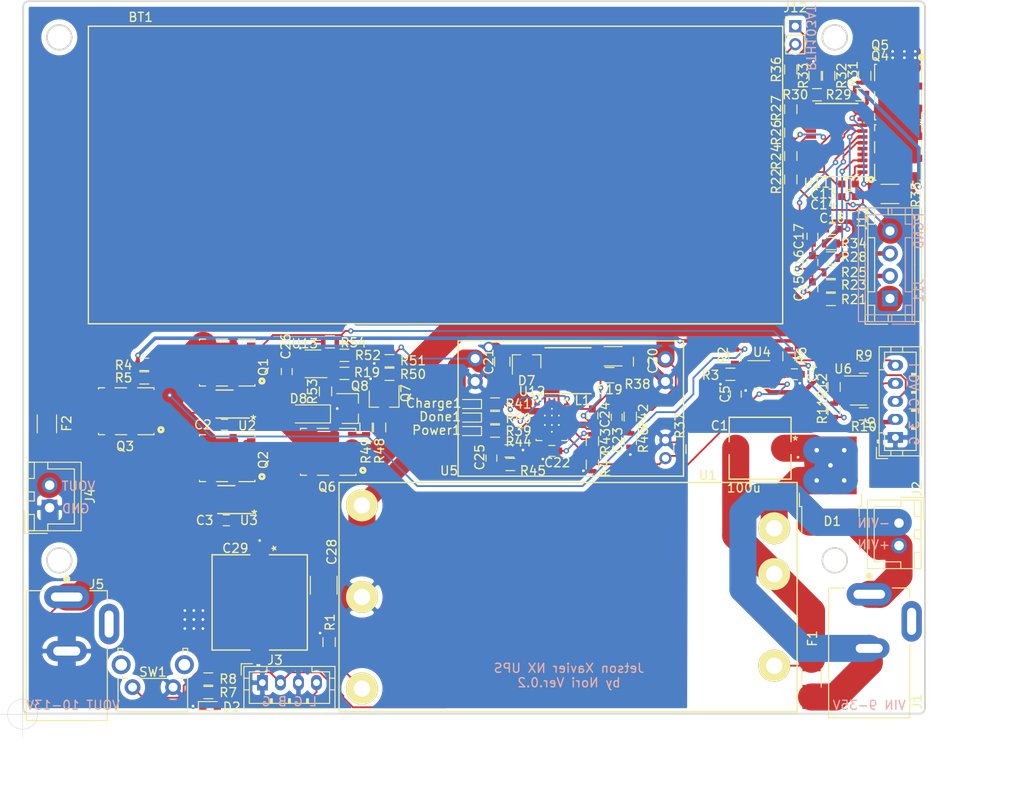
<source format=kicad_pcb>
(kicad_pcb (version 20171130) (host pcbnew "(5.1.8)-1")
  (layers (0 F.Cu signal) (31 B.Cu signal) (34 B.Paste user) (35 F.Paste user) (36 B.SilkS user) (37 F.SilkS user) (38 B.Mask user) (39 F.Mask user) (44 Edge.Cuts user))
  (net 0 "")
  (net 1 "Net-(C1-Pad2)")
  (net 2 "Net-(C1-Pad1)")
  (net 3 "Net-(C2-Pad2)")
  (net 4 "Net-(C2-Pad1)")
  (net 5 "Net-(C3-Pad1)")
  (net 6 "Net-(C3-Pad2)")
  (net 7 GND)
  (net 8 +12P)
  (net 9 "Net-(C5-Pad1)")
  (net 10 "Net-(C13-Pad2)")
  (net 11 GNDPWR)
  (net 12 "Net-(C14-Pad1)")
  (net 13 "Net-(C15-Pad1)")
  (net 14 "Net-(C15-Pad2)")
  (net 15 "Net-(C16-Pad2)")
  (net 16 "Net-(C18-Pad2)")
  (net 17 "Net-(C19-Pad1)")
  (net 18 +BATT)
  (net 19 +12V)
  (net 20 +3V0)
  (net 21 FB)
  (net 22 "Net-(C25-Pad1)")
  (net 23 "Net-(Charge1-Pad1)")
  (net 24 "Net-(D2-Pad2)")
  (net 25 "Net-(D7-Pad1)")
  (net 26 "Net-(D8-Pad1)")
  (net 27 "Net-(Done1-Pad1)")
  (net 28 "Net-(F2-Pad1)")
  (net 29 "Net-(F2-Pad2)")
  (net 30 PB)
  (net 31 "Net-(J3-Pad4)")
  (net 32 "Net-(J11-Pad2)")
  (net 33 "Net-(J11-Pad3)")
  (net 34 TEMP1)
  (net 35 TEMP2)
  (net 36 +3V3)
  (net 37 SCL)
  (net 38 SDA)
  (net 39 INT)
  (net 40 "Net-(Power1-Pad1)")
  (net 41 "Net-(Q1-Pad3)")
  (net 42 "Net-(Q1-Pad2)")
  (net 43 "Net-(Q2-Pad2)")
  (net 44 "Net-(Q3-Pad2)")
  (net 45 "Net-(Q4-Pad1)")
  (net 46 "Net-(Q4-Pad2)")
  (net 47 "Net-(Q4-Pad3)")
  (net 48 "Net-(Q5-Pad2)")
  (net 49 "Net-(Q6-Pad2)")
  (net 50 "Net-(Q7-Pad1)")
  (net 51 "Net-(Q7-Pad3)")
  (net 52 Output)
  (net 53 "Net-(R1-Pad1)")
  (net 54 "Net-(R2-Pad2)")
  (net 55 "Net-(R22-Pad2)")
  (net 56 "Net-(R24-Pad2)")
  (net 57 "Net-(R26-Pad2)")
  (net 58 "Net-(R27-Pad1)")
  (net 59 "Net-(R29-Pad2)")
  (net 60 "Net-(R30-Pad1)")
  (net 61 "Net-(R33-Pad2)")
  (net 62 Adapter)
  (net 63 DONE)
  (net 64 Charge)
  (net 65 "Net-(R44-Pad1)")
  (net 66 "Net-(R45-Pad1)")
  (net 67 "Net-(R52-Pad2)")
  (net 68 "Net-(U2-Pad5)")
  (net 69 "Net-(U2-Pad3)")
  (net 70 "Net-(U3-Pad3)")
  (net 71 "Net-(U3-Pad5)")
  (net 72 "Net-(U11-Pad21)")
  (net 73 "Net-(U11-Pad15)")
  (net 74 "Net-(F1-Pad1)")
  (net 75 "Net-(D1-Pad1)")
  (net 76 "Net-(Q8-Pad1)")
  (net 77 "Net-(R4-Pad2)")
  (net 78 "Net-(R11-Pad2)")
  (module Resistors_SMD:R_0603 (layer F.Cu) (at 123.5 125.7 180)
    (fp_text reference R5 (at 2.3 0) (layer F.SilkS))
    (fp_text value 100k)
    (pad 1 smd rect (at -0.75 0 180) (size 0.5 0.9) (layers F.Cu F.Paste F.Mask) (net 44 "Net-(Q3-Pad2)"))
    (pad 2 smd rect (at 0.75 0 180) (size 0.5 0.9) (layers F.Cu F.Paste F.Mask) (net 77 "Net-(R4-Pad2)"))
  )
  (module Resistors_SMD:R_0603 (layer F.Cu) (at 123.5 124.2 180)
    (fp_text reference R4 (at 2.3 -0.1) (layer F.SilkS))
    (fp_text value 100k)
    (pad 1 smd rect (at -0.75 0 180) (size 0.5 0.9) (layers F.Cu F.Paste F.Mask) (net 41 "Net-(Q1-Pad3)"))
    (pad 2 smd rect (at 0.75 0 180) (size 0.5 0.9) (layers F.Cu F.Paste F.Mask) (net 77 "Net-(R4-Pad2)"))
  )
  (module TO_SOT_Packages_SMD:TSOT-23-8 (layer F.Cu) (at 192 125.3)
    (fp_text reference U4 (at 0 -2.45) (layer F.SilkS))
    (fp_text value LTC2955-2)
    (pad 1 smd rect (at -1.31 -0.97) (size 1.22 0.4) (layers F.Cu F.Paste F.Mask) (net 54 "Net-(R2-Pad2)"))
    (pad 2 smd rect (at -1.31 -0.33) (size 1.22 0.4) (layers F.Cu F.Paste F.Mask) (net 36 +3V3))
    (pad 3 smd rect (at -1.31 0.33) (size 1.22 0.4) (layers F.Cu F.Paste F.Mask) (net 9 "Net-(C5-Pad1)"))
    (pad 4 smd rect (at -1.31 0.97) (size 1.22 0.4) (layers F.Cu F.Paste F.Mask) (net 7 GND))
    (pad 5 smd rect (at 1.31 0.97) (size 1.22 0.4) (layers F.Cu F.Paste F.Mask) (net 30 PB))
    (pad 6 smd rect (at 1.31 0.33) (size 1.22 0.4) (layers F.Cu F.Paste F.Mask) (net 8 +12P))
    (pad 7 smd rect (at 1.31 -0.33) (size 1.22 0.4) (layers F.Cu F.Paste F.Mask) (net 77 "Net-(R4-Pad2)"))
    (pad 8 smd rect (at 1.31 -0.97) (size 1.22 0.4) (layers F.Cu F.Paste F.Mask) (net 39 INT))
  )
  (module Connectors_JST:JST_PH_B5B-PH-K_05x2.00mm_Straight (layer F.Cu) (at 206.8 132.3 90)
    (fp_text reference J6 (at 1.5 -2.8 90) (layer F.SilkS))
    (fp_text value B5B-PH)
    (pad 5 thru_hole oval (at 8 0 90) (size 1.2 1.7) (drill 0.75) (layers *.Cu *.Mask) (net 39 INT))
    (pad 4 thru_hole oval (at 6 0 90) (size 1.2 1.7) (drill 0.75) (layers *.Cu *.Mask) (net 38 SDA))
    (pad 3 thru_hole oval (at 4 0 90) (size 1.2 1.7) (drill 0.75) (layers *.Cu *.Mask) (net 37 SCL))
    (pad 2 thru_hole oval (at 2 0 90) (size 1.2 1.7) (drill 0.75) (layers *.Cu *.Mask) (net 36 +3V3))
    (pad 1 thru_hole rect (at 0 0 90) (size 1.2 1.7) (drill 0.75) (layers *.Cu *.Mask) (net 7 GND))
  )
  (module JetsonXavierNX_UPS:MGFS80 (layer F.Cu) (at 170.5 150 180)
    (fp_text reference U1 (at -15.5 13.5) (layer F.SilkS))
    (fp_text value MGFS802412)
    (pad 4 thru_hole circle (at 22.86 10.16 180) (size 3.54 3.54) (drill 1.8) (layers *.Cu *.Mask F.SilkS) (net 19 +12V))
    (pad 6 thru_hole circle (at 22.86 -10.16 180) (size 3.54 3.54) (drill 1.8) (layers *.Cu *.Mask F.SilkS) (net 53 "Net-(R1-Pad1)"))
    (pad 5 thru_hole circle (at 22.86 0 180) (size 3.54 3.54) (drill 1.8) (layers *.Cu *.Mask F.SilkS) (net 7 GND))
    (pad 3 thru_hole circle (at -22.86 7.62 180) (size 3.54 3.54) (drill 1.8) (layers *.Cu *.Mask F.SilkS) (net 2 "Net-(C1-Pad1)"))
    (pad 2 thru_hole circle (at -22.86 2.54 180) (size 3.54 3.54) (drill 1.8) (layers *.Cu *.Mask F.SilkS) (net 1 "Net-(C1-Pad2)"))
    (pad 1 thru_hole circle (at -22.86 -7.62 180) (size 3.54 3.54) (drill 1.8) (layers *.Cu *.Mask F.SilkS) (net 1 "Net-(C1-Pad2)"))
  )
  (module JetsonXavierNX_UPS:PCR1V151MCL1GS (layer F.Cu) (at 136.3 150.6 270)
    (fp_text reference C29 (at -6 2.7) (layer F.SilkS))
    (fp_text value 150u)
    (fp_text user * (at -6 -1.9 90) (layer F.SilkS))
    (pad 1 smd rect (at -4.2497 0 270) (size 3.701999 1.492199) (layers F.Cu F.Paste F.Mask) (net 19 +12V))
    (pad 2 smd rect (at 4.2497 0 270) (size 3.701999 1.492199) (layers F.Cu F.Paste F.Mask) (net 7 GND))
  )
  (module JetsonXavierNX_UPS:8-PowerVDFN (layer F.Cu) (at 207.1 94 270)
    (fp_text reference Q5 (at -5.2 2 180) (layer F.SilkS) (effects (font (size 1.001835 1.001835))))
    (fp_text value TPH7R204PL)
    (fp_poly (pts (xy 3.12 -2.205) (xy 3.12 -1.6) (xy 2.655 -1.6) (xy 2.655 -0.94) (xy 3.12 -0.94) (xy 3.12 -0.33) (xy 2.655 -0.33) (xy 2.655 0.33) (xy 3.12 0.33) (xy 3.12 0.94) (xy 2.655 0.94) (xy 2.655 1.6) (xy 3.12 1.6) (xy 3.12 2.205) (xy 2.195 2.205) (xy 2.195 2.675) (xy 1.395 2.675) (xy 1.395 2.205) (xy -0.255 2.205) (xy -0.255 2.675) (xy -1.055 2.675) (xy -1.055 2.205) (xy -1.205 2.205) (xy -1.205 -2.205) (xy -1.055 -2.205) (xy -1.055 -2.675) (xy -0.255 -2.675) (xy -0.255 -2.205) (xy 1.395 -2.205) (xy 1.395 -2.675) (xy 2.195 -2.675) (xy 2.195 -2.205)) (layer F.Cu) (width 0.001))
    (pad 3 smd rect (at 2.655 -1.905 270) (size 0.94 0.62) (layers F.Cu F.Paste F.Mask) (net 47 "Net-(Q4-Pad3)"))
    (pad 3 smd rect (at 2.655 -0.635 270) (size 0.94 0.62) (layers F.Cu F.Paste F.Mask) (net 47 "Net-(Q4-Pad3)"))
    (pad 3 smd rect (at 2.655 0.635 270) (size 0.94 0.62) (layers F.Cu F.Paste F.Mask) (net 47 "Net-(Q4-Pad3)"))
    (pad 3 smd rect (at 2.655 1.905 270) (size 0.94 0.62) (layers F.Cu F.Paste F.Mask) (net 47 "Net-(Q4-Pad3)"))
    (pad 2 smd rect (at -2.655 1.905 270) (size 0.94 0.62) (layers F.Cu F.Paste F.Mask) (net 48 "Net-(Q5-Pad2)"))
    (pad 1 smd rect (at -2.655 0.635 270) (size 0.94 0.62) (layers F.Cu F.Paste F.Mask) (net 7 GND))
    (pad 1 smd rect (at -2.655 -0.635 270) (size 0.94 0.62) (layers F.Cu F.Paste F.Mask) (net 7 GND))
    (pad 1 smd rect (at -2.655 -1.905 270) (size 0.94 0.62) (layers F.Cu F.Paste F.Mask) (net 7 GND))
  )
  (module JetsonXavierNX_UPS:8-PowerVDFN (layer F.Cu) (at 207.1 100.7 90)
    (fp_text reference Q4 (at 10.7 -2 180) (layer F.SilkS) (effects (font (size 1.001835 1.001835))))
    (fp_text value TPH7R204PL)
    (fp_poly (pts (xy 3.12 -2.205) (xy 3.12 -1.6) (xy 2.655 -1.6) (xy 2.655 -0.94) (xy 3.12 -0.94) (xy 3.12 -0.33) (xy 2.655 -0.33) (xy 2.655 0.33) (xy 3.12 0.33) (xy 3.12 0.94) (xy 2.655 0.94) (xy 2.655 1.6) (xy 3.12 1.6) (xy 3.12 2.205) (xy 2.195 2.205) (xy 2.195 2.675) (xy 1.395 2.675) (xy 1.395 2.205) (xy -0.255 2.205) (xy -0.255 2.675) (xy -1.055 2.675) (xy -1.055 2.205) (xy -1.205 2.205) (xy -1.205 -2.205) (xy -1.055 -2.205) (xy -1.055 -2.675) (xy -0.255 -2.675) (xy -0.255 -2.205) (xy 1.395 -2.205) (xy 1.395 -2.675) (xy 2.195 -2.675) (xy 2.195 -2.205)) (layer F.Cu) (width 0.001))
    (pad 1 smd rect (at -2.655 -1.905 90) (size 0.94 0.62) (layers F.Cu F.Paste F.Mask) (net 45 "Net-(Q4-Pad1)"))
    (pad 1 smd rect (at -2.655 -0.635 90) (size 0.94 0.62) (layers F.Cu F.Paste F.Mask) (net 45 "Net-(Q4-Pad1)"))
    (pad 1 smd rect (at -2.655 0.635 90) (size 0.94 0.62) (layers F.Cu F.Paste F.Mask) (net 45 "Net-(Q4-Pad1)"))
    (pad 2 smd rect (at -2.655 1.905 90) (size 0.94 0.62) (layers F.Cu F.Paste F.Mask) (net 46 "Net-(Q4-Pad2)"))
    (pad 3 smd rect (at 2.655 1.905 90) (size 0.94 0.62) (layers F.Cu F.Paste F.Mask) (net 47 "Net-(Q4-Pad3)"))
    (pad 3 smd rect (at 2.655 0.635 90) (size 0.94 0.62) (layers F.Cu F.Paste F.Mask) (net 47 "Net-(Q4-Pad3)"))
    (pad 3 smd rect (at 2.655 -0.635 90) (size 0.94 0.62) (layers F.Cu F.Paste F.Mask) (net 47 "Net-(Q4-Pad3)"))
    (pad 3 smd rect (at 2.655 -1.905 90) (size 0.94 0.62) (layers F.Cu F.Paste F.Mask) (net 47 "Net-(Q4-Pad3)"))
  )
  (module JetsonXavierNX_UPS:LiPo3S1000mAh (layer F.Cu) (at 155.3 102.7)
    (fp_text reference BT1 (at -32.2 -17) (layer F.SilkS))
    (fp_text value Battery)
  )
  (module Connectors_JST:JST_XH_B04B-XH-A_04x2.50mm_Straight (layer B.Cu) (at 206.2 116.9 90)
    (fp_text reference J11 (at 0.9 3.2 270) (layer B.SilkS) (effects (justify mirror)))
    (fp_text value "B4B-XH-A(LF)(SN)")
    (pad 4 thru_hole circle (at 7.5 0 90) (size 1.75 1.75) (drill 1) (layers *.Cu *.Mask) (net 11 GNDPWR))
    (pad 3 thru_hole circle (at 5 0 90) (size 1.75 1.75) (drill 1) (layers *.Cu *.Mask) (net 33 "Net-(J11-Pad3)"))
    (pad 2 thru_hole circle (at 2.5 0 90) (size 1.75 1.75) (drill 1) (layers *.Cu *.Mask) (net 32 "Net-(J11-Pad2)"))
    (pad 1 thru_hole rect (at 0 0 90) (size 1.75 1.75) (drill 1) (layers *.Cu *.Mask) (net 18 +BATT))
  )
  (module JetsonXavierNX_UPS:EEE-1VA101XP (layer F.Cu) (at 191.8 133.5 180)
    (fp_text reference C1 (at 4.5 2.5 180) (layer F.SilkS))
    (fp_text value 100u (at 1.8 -4.4 180) (layer F.SilkS))
    (fp_text user * (at -3.9 0.8 180) (layer F.SilkS))
    (pad 1 smd rect (at -2.7051 0 180) (size 2.5908 0.762) (layers F.Cu F.Paste F.Mask) (net 2 "Net-(C1-Pad1)"))
    (pad 2 smd rect (at 2.7051 0 180) (size 2.5908 0.762) (layers F.Cu F.Paste F.Mask) (net 1 "Net-(C1-Pad2)"))
  )
  (module Capacitors_SMD:C_0805 (layer F.Cu) (at 163.2 123.9 90)
    (fp_text reference C21 (at 0 -1.5 90) (layer F.SilkS))
    (fp_text value 10u)
    (pad 1 smd rect (at -1 0 90) (size 1 1.25) (layers F.Cu F.Paste F.Mask) (net 19 +12V))
    (pad 2 smd rect (at 1 0 90) (size 1 1.25) (layers F.Cu F.Paste F.Mask) (net 7 GND))
  )
  (module Capacitors_SMD:C_0805 (layer F.Cu) (at 178.6 123.9 270)
    (fp_text reference C20 (at -0.1 -1.3 90) (layer F.SilkS))
    (fp_text value 10u)
    (pad 1 smd rect (at -1 0 270) (size 1 1.25) (layers F.Cu F.Paste F.Mask) (net 18 +BATT))
    (pad 2 smd rect (at 1 0 270) (size 1 1.25) (layers F.Cu F.Paste F.Mask) (net 7 GND))
  )
  (module Capacitors_SMD:C_0805 (layer F.Cu) (at 175.1 125.4)
    (fp_text reference C19 (at 0 1.6) (layer F.SilkS))
    (fp_text value 10u)
    (pad 1 smd rect (at -1 0) (size 1 1.25) (layers F.Cu F.Paste F.Mask) (net 17 "Net-(C19-Pad1)"))
    (pad 2 smd rect (at 1 0) (size 1 1.25) (layers F.Cu F.Paste F.Mask) (net 7 GND))
  )
  (module JetsonXavierNX_UPS:8-PowerVDFN (layer F.Cu) (at 121.5 129.4 180)
    (fp_text reference Q3 (at 0.125225 -3.892125) (layer F.SilkS) (effects (font (size 1.001835 1.001835))))
    (fp_text value STL60P4LLF6)
    (fp_poly (pts (xy 3.12 -2.205) (xy 3.12 -1.6) (xy 2.655 -1.6) (xy 2.655 -0.94) (xy 3.12 -0.94) (xy 3.12 -0.33) (xy 2.655 -0.33) (xy 2.655 0.33) (xy 3.12 0.33) (xy 3.12 0.94) (xy 2.655 0.94) (xy 2.655 1.6) (xy 3.12 1.6) (xy 3.12 2.205) (xy 2.195 2.205) (xy 2.195 2.675) (xy 1.395 2.675) (xy 1.395 2.205) (xy -0.255 2.205) (xy -0.255 2.675) (xy -1.055 2.675) (xy -1.055 2.205) (xy -1.205 2.205) (xy -1.205 -2.205) (xy -1.055 -2.205) (xy -1.055 -2.675) (xy -0.255 -2.675) (xy -0.255 -2.205) (xy 1.395 -2.205) (xy 1.395 -2.675) (xy 2.195 -2.675) (xy 2.195 -2.205)) (layer F.Cu) (width 0.001))
    (pad 1 smd rect (at -2.655 -1.905 180) (size 0.94 0.62) (layers F.Cu F.Paste F.Mask) (net 41 "Net-(Q1-Pad3)"))
    (pad 1 smd rect (at -2.655 -0.635 180) (size 0.94 0.62) (layers F.Cu F.Paste F.Mask) (net 41 "Net-(Q1-Pad3)"))
    (pad 1 smd rect (at -2.655 0.635 180) (size 0.94 0.62) (layers F.Cu F.Paste F.Mask) (net 41 "Net-(Q1-Pad3)"))
    (pad 2 smd rect (at -2.655 1.905 180) (size 0.94 0.62) (layers F.Cu F.Paste F.Mask) (net 44 "Net-(Q3-Pad2)"))
    (pad 3 smd rect (at 2.655 1.905 180) (size 0.94 0.62) (layers F.Cu F.Paste F.Mask) (net 28 "Net-(F2-Pad1)"))
    (pad 3 smd rect (at 2.655 0.635 180) (size 0.94 0.62) (layers F.Cu F.Paste F.Mask) (net 28 "Net-(F2-Pad1)"))
    (pad 3 smd rect (at 2.655 -0.635 180) (size 0.94 0.62) (layers F.Cu F.Paste F.Mask) (net 28 "Net-(F2-Pad1)"))
    (pad 3 smd rect (at 2.655 -1.905 180) (size 0.94 0.62) (layers F.Cu F.Paste F.Mask) (net 28 "Net-(F2-Pad1)"))
  )
  (module Capacitors_SMD:C_0603 (layer F.Cu) (at 132.4 130.9 180)
    (fp_text reference C2 (at 2.4 0) (layer F.SilkS))
    (fp_text value 2.2u)
    (pad 2 smd rect (at 0.75 0 180) (size 0.8 0.75) (layers F.Cu F.Paste F.Mask) (net 3 "Net-(C2-Pad2)"))
    (pad 1 smd rect (at -0.75 0 180) (size 0.8 0.75) (layers F.Cu F.Paste F.Mask) (net 4 "Net-(C2-Pad1)"))
  )
  (module Capacitors_SMD:C_0603 (layer F.Cu) (at 132.6 141.5 180)
    (fp_text reference C3 (at 2.4 0) (layer F.SilkS))
    (fp_text value 2.2u)
    (pad 1 smd rect (at -0.75 0 180) (size 0.8 0.75) (layers F.Cu F.Paste F.Mask) (net 5 "Net-(C3-Pad1)"))
    (pad 2 smd rect (at 0.75 0 180) (size 0.8 0.75) (layers F.Cu F.Paste F.Mask) (net 6 "Net-(C3-Pad2)"))
  )
  (module Capacitors_SMD:C_0603 (layer F.Cu) (at 195.6 125.3)
    (fp_text reference C4 (at 2 -0.1 90) (layer F.SilkS))
    (fp_text value 0.1u)
    (pad 2 smd rect (at 0.75 0) (size 0.8 0.75) (layers F.Cu F.Paste F.Mask) (net 7 GND))
    (pad 1 smd rect (at -0.75 0) (size 0.8 0.75) (layers F.Cu F.Paste F.Mask) (net 8 +12P))
  )
  (module Capacitors_SMD:C_0603 (layer F.Cu) (at 189.1 127.5 270)
    (fp_text reference C5 (at 0 1.2 90) (layer F.SilkS))
    (fp_text value 0.47u)
    (pad 2 smd rect (at 0.75 0 270) (size 0.8 0.75) (layers F.Cu F.Paste F.Mask) (net 7 GND))
    (pad 1 smd rect (at -0.75 0 270) (size 0.8 0.75) (layers F.Cu F.Paste F.Mask) (net 9 "Net-(C5-Pad1)"))
  )
  (module Capacitors_SMD:C_0603 (layer F.Cu) (at 201.6 104.2)
    (fp_text reference C13 (at -2.8 1.1) (layer F.SilkS))
    (fp_text value 1u)
    (pad 2 smd rect (at 0.75 0) (size 0.8 0.75) (layers F.Cu F.Paste F.Mask) (net 10 "Net-(C13-Pad2)"))
    (pad 1 smd rect (at -0.75 0) (size 0.8 0.75) (layers F.Cu F.Paste F.Mask) (net 11 GNDPWR))
  )
  (module Capacitors_SMD:C_0603 (layer F.Cu) (at 201.6 105.6 180)
    (fp_text reference C14 (at 2.8 -0.9) (layer F.SilkS))
    (fp_text value 1u)
    (pad 1 smd rect (at -0.75 0 180) (size 0.8 0.75) (layers F.Cu F.Paste F.Mask) (net 12 "Net-(C14-Pad1)"))
    (pad 2 smd rect (at 0.75 0 180) (size 0.8 0.75) (layers F.Cu F.Paste F.Mask) (net 11 GNDPWR))
  )
  (module Capacitors_SMD:C_0603 (layer F.Cu) (at 197.6 115.8 90)
    (fp_text reference C15 (at 0 -1.5 90) (layer F.SilkS))
    (fp_text value 0.1u)
    (pad 1 smd rect (at -0.75 0 90) (size 0.8 0.75) (layers F.Cu F.Paste F.Mask) (net 13 "Net-(C15-Pad1)"))
    (pad 2 smd rect (at 0.75 0 90) (size 0.8 0.75) (layers F.Cu F.Paste F.Mask) (net 14 "Net-(C15-Pad2)"))
  )
  (module Capacitors_SMD:C_0603 (layer F.Cu) (at 197.6 112.9 90)
    (fp_text reference C16 (at 0 -1.5 90) (layer F.SilkS))
    (fp_text value 0.1u)
    (pad 2 smd rect (at 0.75 0 90) (size 0.8 0.75) (layers F.Cu F.Paste F.Mask) (net 15 "Net-(C16-Pad2)"))
    (pad 1 smd rect (at -0.75 0 90) (size 0.8 0.75) (layers F.Cu F.Paste F.Mask) (net 14 "Net-(C15-Pad2)"))
  )
  (module Capacitors_SMD:C_0603 (layer F.Cu) (at 197.6 110 90)
    (fp_text reference C17 (at 0 -1.5 90) (layer F.SilkS))
    (fp_text value 0.1u)
    (pad 1 smd rect (at -0.75 0 90) (size 0.8 0.75) (layers F.Cu F.Paste F.Mask) (net 15 "Net-(C16-Pad2)"))
    (pad 2 smd rect (at 0.75 0 90) (size 0.8 0.75) (layers F.Cu F.Paste F.Mask) (net 11 GNDPWR))
  )
  (module Capacitors_SMD:C_0603 (layer F.Cu) (at 199.8 109.2)
    (fp_text reference C18 (at 0 -1.2) (layer F.SilkS))
    (fp_text value 0.1u)
    (pad 2 smd rect (at 0.75 0) (size 0.8 0.75) (layers F.Cu F.Paste F.Mask) (net 16 "Net-(C18-Pad2)"))
    (pad 1 smd rect (at -0.75 0) (size 0.8 0.75) (layers F.Cu F.Paste F.Mask) (net 11 GNDPWR))
  )
  (module Capacitors_SMD:C_0603 (layer F.Cu) (at 168.7 133.8 180)
    (fp_text reference C22 (at -0.6 -1.3) (layer F.SilkS))
    (fp_text value 0.1u)
    (pad 2 smd rect (at 0.75 0 180) (size 0.8 0.75) (layers F.Cu F.Paste F.Mask) (net 7 GND))
    (pad 1 smd rect (at -0.75 0 180) (size 0.8 0.75) (layers F.Cu F.Paste F.Mask) (net 20 +3V0))
  )
  (module Capacitors_SMD:C_0603 (layer F.Cu) (at 175.9 130.065001 270)
    (fp_text reference C23 (at 2.534999 -0.1 90) (layer F.SilkS))
    (fp_text value 0.1u)
    (pad 2 smd rect (at 0.75 0 270) (size 0.8 0.75) (layers F.Cu F.Paste F.Mask) (net 21 FB))
    (pad 1 smd rect (at -0.75 0 270) (size 0.8 0.75) (layers F.Cu F.Paste F.Mask) (net 18 +BATT))
  )
  (module Capacitors_SMD:C_0603 (layer F.Cu) (at 173.2 129.9 90)
    (fp_text reference C24 (at 0.1 1.4 90) (layer F.SilkS))
    (fp_text value 0.1u)
    (pad 1 smd rect (at -0.75 0 90) (size 0.8 0.75) (layers F.Cu F.Paste F.Mask) (net 17 "Net-(C19-Pad1)"))
    (pad 2 smd rect (at 0.75 0 90) (size 0.8 0.75) (layers F.Cu F.Paste F.Mask) (net 7 GND))
  )
  (module Capacitors_SMD:C_0603 (layer F.Cu) (at 162 134.6 270)
    (fp_text reference C25 (at -0.1 1.3 90) (layer F.SilkS))
    (fp_text value 0.1u)
    (pad 1 smd rect (at -0.75 0 270) (size 0.8 0.75) (layers F.Cu F.Paste F.Mask) (net 22 "Net-(C25-Pad1)"))
    (pad 2 smd rect (at 0.75 0 270) (size 0.8 0.75) (layers F.Cu F.Paste F.Mask) (net 7 GND))
  )
  (module Capacitors_SMD:C_0603 (layer F.Cu) (at 139.3 125 270)
    (fp_text reference C26 (at -2.8 0.1 90) (layer F.SilkS))
    (fp_text value 0.01u)
    (pad 2 smd rect (at 0.75 0 270) (size 0.8 0.75) (layers F.Cu F.Paste F.Mask) (net 7 GND))
    (pad 1 smd rect (at -0.75 0 270) (size 0.8 0.75) (layers F.Cu F.Paste F.Mask) (net 8 +12P))
  )
  (module Capacitors_SMD:C_1210 (layer F.Cu) (at 143.4 148.7 270)
    (fp_text reference C28 (at -3.7 -0.9 90) (layer F.SilkS))
    (fp_text value 22u)
    (pad 2 smd rect (at 1.5 0 270) (size 1 2.5) (layers F.Cu F.Paste F.Mask) (net 7 GND))
    (pad 1 smd rect (at -1.5 0 270) (size 1 2.5) (layers F.Cu F.Paste F.Mask) (net 19 +12V))
  )
  (module LEDs:LED_0603 (layer F.Cu) (at 159.6 128.6 180)
    (fp_text reference Charge1 (at 4 0.1) (layer F.SilkS))
    (fp_text value RLED)
    (pad 2 smd rect (at 0.8 0) (size 0.8 0.8) (layers F.Cu F.Paste F.Mask) (net 19 +12V))
    (pad 1 smd rect (at -0.8 0) (size 0.8 0.8) (layers F.Cu F.Paste F.Mask) (net 23 "Net-(Charge1-Pad1)"))
  )
  (module LEDs:LED_0603 (layer F.Cu) (at 130.8 162.1)
    (fp_text reference D2 (at 2.4 0.1) (layer F.SilkS))
    (fp_text value LED)
    (pad 1 smd rect (at -0.8 0 180) (size 0.8 0.8) (layers F.Cu F.Paste F.Mask) (net 7 GND))
    (pad 2 smd rect (at 0.8 0 180) (size 0.8 0.8) (layers F.Cu F.Paste F.Mask) (net 24 "Net-(D2-Pad2)"))
  )
  (module TO_SOT_Packages_SMD:SOT-23 (layer F.Cu) (at 165.9 123.9 90)
    (fp_text reference D7 (at -2.1 0 180) (layer F.SilkS))
    (fp_text value MMBZ18VALT1G)
    (pad 3 smd rect (at 1 0 90) (size 0.9 0.8) (layers F.Cu F.Paste F.Mask) (net 7 GND))
    (pad 2 smd rect (at -1 0.95 90) (size 0.9 0.8) (layers F.Cu F.Paste F.Mask) (net 25 "Net-(D7-Pad1)"))
    (pad 1 smd rect (at -1 -0.95 90) (size 0.9 0.8) (layers F.Cu F.Paste F.Mask) (net 25 "Net-(D7-Pad1)"))
  )
  (module Diodes_SMD:D_SOD-123 (layer F.Cu) (at 141.9 129.7 180)
    (fp_text reference D8 (at 1.3 1.7) (layer F.SilkS))
    (fp_text value 1N4148)
    (pad 1 smd rect (at -1.65 0 180) (size 0.9 1.2) (layers F.Cu F.Paste F.Mask) (net 26 "Net-(D8-Pad1)"))
    (pad 2 smd rect (at 1.65 0 180) (size 0.9 1.2) (layers F.Cu F.Paste F.Mask) (net 8 +12P))
  )
  (module LEDs:LED_0603 (layer F.Cu) (at 159.6 130.1 180)
    (fp_text reference Done1 (at 3.3 0.1) (layer F.SilkS))
    (fp_text value BLED)
    (pad 1 smd rect (at -0.8 0) (size 0.8 0.8) (layers F.Cu F.Paste F.Mask) (net 27 "Net-(Done1-Pad1)"))
    (pad 2 smd rect (at 0.8 0) (size 0.8 0.8) (layers F.Cu F.Paste F.Mask) (net 19 +12V))
  )
  (module Fuse_Holders_and_Fuses:Fuse_SMD1206_HandSoldering (layer F.Cu) (at 197.5 159 90)
    (fp_text reference F1 (at 4.4 0.1 90) (layer F.SilkS))
    (fp_text value 0685P6000-01)
    (pad 2 smd rect (at 2.09 0 180) (size 2.03 2.65) (layers F.Cu F.Paste F.Mask) (net 1 "Net-(C1-Pad2)"))
    (pad 1 smd rect (at -2.09 0 180) (size 2.03 2.65) (layers F.Cu F.Paste F.Mask) (net 74 "Net-(F1-Pad1)"))
  )
  (module Fuse_Holders_and_Fuses:Fuse_SMD1206_HandSoldering (layer F.Cu) (at 112.7 130.8 270)
    (fp_text reference F2 (at -0.05 -2.2 90) (layer F.SilkS))
    (fp_text value SF-1206F700-2)
    (pad 1 smd rect (at -2.09 0) (size 2.03 2.65) (layers F.Cu F.Paste F.Mask) (net 28 "Net-(F2-Pad1)"))
    (pad 2 smd rect (at 2.09 0) (size 2.03 2.65) (layers F.Cu F.Paste F.Mask) (net 29 "Net-(F2-Pad2)"))
  )
  (module JetsonXavierNX_UPS:CUI_PJ-002B (layer F.Cu) (at 203.9 149.7 270)
    (fp_text reference J1 (at 11.9 -5.3 90) (layer F.SilkS) (effects (font (size 1.000622 1.000622))))
    (fp_text value Jack-DC5521)
    (pad 3 thru_hole oval (at 3 -4.7 270) (size 4.5 2.25) (drill oval 3 1) (layers *.Cu *.Mask))
    (pad 2 thru_hole oval (at 6 0 270) (size 2.25 4.5) (drill oval 1 3) (layers *.Cu *.Mask) (net 74 "Net-(F1-Pad1)"))
    (pad 1 thru_hole oval (at 0 0 270) (size 2.5 5) (drill oval 1 3.5) (layers *.Cu *.Mask) (net 75 "Net-(D1-Pad1)"))
  )
  (module Connectors_JST:JST_XH_B02B-XH-A_02x2.50mm_Straight (layer F.Cu) (at 207.2 141.8 270)
    (fp_text reference J2 (at -3.8 -2 90) (layer F.SilkS))
    (fp_text value Conn_01x02)
    (pad 2 thru_hole circle (at 2.5 0 270) (size 1.75 1.75) (drill 1.05) (layers *.Cu *.Mask) (net 75 "Net-(D1-Pad1)"))
    (pad 1 thru_hole rect (at 0 0 270) (size 1.75 1.75) (drill 1.05) (layers *.Cu *.Mask) (net 74 "Net-(F1-Pad1)"))
  )
  (module Connectors_JST:JST_PH_B4B-PH-K_04x2.00mm_Straight (layer F.Cu) (at 136.6 159.5)
    (fp_text reference J3 (at 1.4 -2.5) (layer F.SilkS))
    (fp_text value Conn_01x04)
    (pad 1 thru_hole rect (at 0 0) (size 1.2 1.7) (drill 0.75) (layers *.Cu *.Mask) (net 7 GND))
    (pad 2 thru_hole oval (at 2 0) (size 1.2 1.7) (drill 0.75) (layers *.Cu *.Mask) (net 30 PB))
    (pad 3 thru_hole oval (at 4 0) (size 1.2 1.7) (drill 0.75) (layers *.Cu *.Mask) (net 7 GND))
    (pad 4 thru_hole oval (at 6 0) (size 1.2 1.7) (drill 0.75) (layers *.Cu *.Mask) (net 31 "Net-(J3-Pad4)"))
  )
  (module Connectors_JST:JST_XH_B02B-XH-A_02x2.50mm_Straight (layer F.Cu) (at 113 140.1 90)
    (fp_text reference J4 (at 1.3 4.5 90) (layer F.SilkS))
    (fp_text value Conn_01x02)
    (pad 1 thru_hole rect (at 0 0 90) (size 1.75 1.75) (drill 1.05) (layers *.Cu *.Mask) (net 7 GND))
    (pad 2 thru_hole circle (at 2.5 0 90) (size 1.75 1.75) (drill 1.05) (layers *.Cu *.Mask) (net 29 "Net-(F2-Pad2)"))
  )
  (module JetsonXavierNX_UPS:CUI_PJ-002B (layer F.Cu) (at 114.9 150 270)
    (fp_text reference J5 (at -1.4 -3.3 180) (layer F.SilkS) (effects (font (size 1.000622 1.000622))))
    (fp_text value Jack-DC5525)
    (pad 1 thru_hole oval (at 0 0 270) (size 2.5 5) (drill oval 1 3.5) (layers *.Cu *.Mask) (net 29 "Net-(F2-Pad2)"))
    (pad 2 thru_hole oval (at 6 0 270) (size 2.25 4.5) (drill oval 1 3) (layers *.Cu *.Mask) (net 7 GND))
    (pad 3 thru_hole oval (at 3 -4.7 270) (size 4.5 2.25) (drill oval 3 1) (layers *.Cu *.Mask))
  )
  (module Connectors_JST:JST_XH_B04B-XH-A_04x2.50mm_Straight (layer F.Cu) (at 206.2 116.9 90)
    (fp_text reference J11 (at 8.9 -3.1 270) (layer F.SilkS))
    (fp_text value "B4B-XH-A(LF)(SN)")
    (pad 1 thru_hole rect (at 0 0 90) (size 1.75 1.75) (drill 1) (layers *.Cu *.Mask) (net 18 +BATT))
    (pad 2 thru_hole circle (at 2.5 0 90) (size 1.75 1.75) (drill 1) (layers *.Cu *.Mask) (net 32 "Net-(J11-Pad2)"))
    (pad 3 thru_hole circle (at 5 0 90) (size 1.75 1.75) (drill 1) (layers *.Cu *.Mask) (net 33 "Net-(J11-Pad3)"))
    (pad 4 thru_hole circle (at 7.5 0 90) (size 1.75 1.75) (drill 1) (layers *.Cu *.Mask) (net 11 GNDPWR))
  )
  (module Pin_Headers:Pin_Header_Straight_1x02_Pitch2.00mm (layer F.Cu) (at 195.7 86.7)
    (fp_text reference J12 (at 0 -2.06) (layer F.SilkS))
    (fp_text value Conn_01x02)
    (pad 1 thru_hole rect (at 0 0) (size 1.35 1.35) (drill 0.8) (layers *.Cu *.Mask) (net 11 GNDPWR))
    (pad 2 thru_hole oval (at 0 2) (size 1.35 1.35) (drill 0.8) (layers *.Cu *.Mask) (net 34 TEMP1))
  )
  (module Inductors:Inductor_Taiyo-Yuden_NR-50xx (layer F.Cu) (at 170.5 124.9)
    (fp_text reference L1 (at 1.6 3.3) (layer F.SilkS))
    (fp_text value 10u)
    (pad 2 smd rect (at 1.8 0) (size 1.5 4.2) (layers F.Cu F.Paste F.Mask) (net 17 "Net-(C19-Pad1)"))
    (pad 1 smd rect (at -1.8 0) (size 1.5 4.2) (layers F.Cu F.Paste F.Mask) (net 25 "Net-(D7-Pad1)"))
  )
  (module LEDs:LED_0603 (layer F.Cu) (at 159.6 131.6 180)
    (fp_text reference Power1 (at 3.7 0.1) (layer F.SilkS))
    (fp_text value RLED)
    (pad 2 smd rect (at 0.8 0) (size 0.8 0.8) (layers F.Cu F.Paste F.Mask) (net 19 +12V))
    (pad 1 smd rect (at -0.8 0) (size 0.8 0.8) (layers F.Cu F.Paste F.Mask) (net 40 "Net-(Power1-Pad1)"))
  )
  (module JetsonXavierNX_UPS:8-PowerVDFN (layer F.Cu) (at 132.7 124 180)
    (fp_text reference Q1 (at -4 -0.5 270) (layer F.SilkS) (effects (font (size 1.001835 1.001835))))
    (fp_text value TPH7R204PL)
    (fp_poly (pts (xy 3.12 -2.205) (xy 3.12 -1.6) (xy 2.655 -1.6) (xy 2.655 -0.94) (xy 3.12 -0.94) (xy 3.12 -0.33) (xy 2.655 -0.33) (xy 2.655 0.33) (xy 3.12 0.33) (xy 3.12 0.94) (xy 2.655 0.94) (xy 2.655 1.6) (xy 3.12 1.6) (xy 3.12 2.205) (xy 2.195 2.205) (xy 2.195 2.675) (xy 1.395 2.675) (xy 1.395 2.205) (xy -0.255 2.205) (xy -0.255 2.675) (xy -1.055 2.675) (xy -1.055 2.205) (xy -1.205 2.205) (xy -1.205 -2.205) (xy -1.055 -2.205) (xy -1.055 -2.675) (xy -0.255 -2.675) (xy -0.255 -2.205) (xy 1.395 -2.205) (xy 1.395 -2.675) (xy 2.195 -2.675) (xy 2.195 -2.205)) (layer F.Cu) (width 0.001))
    (pad 3 smd rect (at 2.655 -1.905 180) (size 0.94 0.62) (layers F.Cu F.Paste F.Mask) (net 41 "Net-(Q1-Pad3)"))
    (pad 3 smd rect (at 2.655 -0.635 180) (size 0.94 0.62) (layers F.Cu F.Paste F.Mask) (net 41 "Net-(Q1-Pad3)"))
    (pad 3 smd rect (at 2.655 0.635 180) (size 0.94 0.62) (layers F.Cu F.Paste F.Mask) (net 41 "Net-(Q1-Pad3)"))
    (pad 3 smd rect (at 2.655 1.905 180) (size 0.94 0.62) (layers F.Cu F.Paste F.Mask) (net 41 "Net-(Q1-Pad3)"))
    (pad 2 smd rect (at -2.655 1.905 180) (size 0.94 0.62) (layers F.Cu F.Paste F.Mask) (net 42 "Net-(Q1-Pad2)"))
    (pad 1 smd rect (at -2.655 0.635 180) (size 0.94 0.62) (layers F.Cu F.Paste F.Mask) (net 8 +12P))
    (pad 1 smd rect (at -2.655 -0.635 180) (size 0.94 0.62) (layers F.Cu F.Paste F.Mask) (net 8 +12P))
    (pad 1 smd rect (at -2.655 -1.905 180) (size 0.94 0.62) (layers F.Cu F.Paste F.Mask) (net 8 +12P))
  )
  (module JetsonXavierNX_UPS:8-PowerVDFN (layer F.Cu) (at 132.7 134.6 180)
    (fp_text reference Q2 (at -4 -0.2 270) (layer F.SilkS) (effects (font (size 1.001835 1.001835))))
    (fp_text value TPH7R204PL)
    (fp_poly (pts (xy 3.12 -2.205) (xy 3.12 -1.6) (xy 2.655 -1.6) (xy 2.655 -0.94) (xy 3.12 -0.94) (xy 3.12 -0.33) (xy 2.655 -0.33) (xy 2.655 0.33) (xy 3.12 0.33) (xy 3.12 0.94) (xy 2.655 0.94) (xy 2.655 1.6) (xy 3.12 1.6) (xy 3.12 2.205) (xy 2.195 2.205) (xy 2.195 2.675) (xy 1.395 2.675) (xy 1.395 2.205) (xy -0.255 2.205) (xy -0.255 2.675) (xy -1.055 2.675) (xy -1.055 2.205) (xy -1.205 2.205) (xy -1.205 -2.205) (xy -1.055 -2.205) (xy -1.055 -2.675) (xy -0.255 -2.675) (xy -0.255 -2.205) (xy 1.395 -2.205) (xy 1.395 -2.675) (xy 2.195 -2.675) (xy 2.195 -2.205)) (layer F.Cu) (width 0.001))
    (pad 3 smd rect (at 2.655 -1.905 180) (size 0.94 0.62) (layers F.Cu F.Paste F.Mask) (net 41 "Net-(Q1-Pad3)"))
    (pad 3 smd rect (at 2.655 -0.635 180) (size 0.94 0.62) (layers F.Cu F.Paste F.Mask) (net 41 "Net-(Q1-Pad3)"))
    (pad 3 smd rect (at 2.655 0.635 180) (size 0.94 0.62) (layers F.Cu F.Paste F.Mask) (net 41 "Net-(Q1-Pad3)"))
    (pad 3 smd rect (at 2.655 1.905 180) (size 0.94 0.62) (layers F.Cu F.Paste F.Mask) (net 41 "Net-(Q1-Pad3)"))
    (pad 2 smd rect (at -2.655 1.905 180) (size 0.94 0.62) (layers F.Cu F.Paste F.Mask) (net 43 "Net-(Q2-Pad2)"))
    (pad 1 smd rect (at -2.655 0.635 180) (size 0.94 0.62) (layers F.Cu F.Paste F.Mask) (net 19 +12V))
    (pad 1 smd rect (at -2.655 -0.635 180) (size 0.94 0.62) (layers F.Cu F.Paste F.Mask) (net 19 +12V))
    (pad 1 smd rect (at -2.655 -1.905 180) (size 0.94 0.62) (layers F.Cu F.Paste F.Mask) (net 19 +12V))
  )
  (module JetsonXavierNX_UPS:8-PowerVDFN (layer F.Cu) (at 143.9 133.9 180)
    (fp_text reference Q6 (at 0.125225 -3.892125) (layer F.SilkS) (effects (font (size 1.001835 1.001835))))
    (fp_text value STL60P4LLF6)
    (fp_poly (pts (xy 3.12 -2.205) (xy 3.12 -1.6) (xy 2.655 -1.6) (xy 2.655 -0.94) (xy 3.12 -0.94) (xy 3.12 -0.33) (xy 2.655 -0.33) (xy 2.655 0.33) (xy 3.12 0.33) (xy 3.12 0.94) (xy 2.655 0.94) (xy 2.655 1.6) (xy 3.12 1.6) (xy 3.12 2.205) (xy 2.195 2.205) (xy 2.195 2.675) (xy 1.395 2.675) (xy 1.395 2.205) (xy -0.255 2.205) (xy -0.255 2.675) (xy -1.055 2.675) (xy -1.055 2.205) (xy -1.205 2.205) (xy -1.205 -2.205) (xy -1.055 -2.205) (xy -1.055 -2.675) (xy -0.255 -2.675) (xy -0.255 -2.205) (xy 1.395 -2.205) (xy 1.395 -2.675) (xy 2.195 -2.675) (xy 2.195 -2.205)) (layer F.Cu) (width 0.001))
    (pad 3 smd rect (at 2.655 -1.905 180) (size 0.94 0.62) (layers F.Cu F.Paste F.Mask) (net 8 +12P))
    (pad 3 smd rect (at 2.655 -0.635 180) (size 0.94 0.62) (layers F.Cu F.Paste F.Mask) (net 8 +12P))
    (pad 3 smd rect (at 2.655 0.635 180) (size 0.94 0.62) (layers F.Cu F.Paste F.Mask) (net 8 +12P))
    (pad 3 smd rect (at 2.655 1.905 180) (size 0.94 0.62) (layers F.Cu F.Paste F.Mask) (net 8 +12P))
    (pad 2 smd rect (at -2.655 1.905 180) (size 0.94 0.62) (layers F.Cu F.Paste F.Mask) (net 49 "Net-(Q6-Pad2)"))
    (pad 1 smd rect (at -2.655 0.635 180) (size 0.94 0.62) (layers F.Cu F.Paste F.Mask) (net 18 +BATT))
    (pad 1 smd rect (at -2.655 -0.635 180) (size 0.94 0.62) (layers F.Cu F.Paste F.Mask) (net 18 +BATT))
    (pad 1 smd rect (at -2.655 -1.905 180) (size 0.94 0.62) (layers F.Cu F.Paste F.Mask) (net 18 +BATT))
  )
  (module TO_SOT_Packages_SMD:SC-59 (layer F.Cu) (at 150.1 128 270)
    (fp_text reference Q7 (at -0.6 -2.4 90) (layer F.SilkS))
    (fp_text value 2SC2712-GR)
    (pad 3 smd rect (at 1.2 0 270) (size 0.9 0.8) (layers F.Cu F.Paste F.Mask) (net 51 "Net-(Q7-Pad3)"))
    (pad 2 smd rect (at -1.2 0.95 270) (size 0.9 0.8) (layers F.Cu F.Paste F.Mask) (net 7 GND))
    (pad 1 smd rect (at -1.2 -0.95 270) (size 0.9 0.8) (layers F.Cu F.Paste F.Mask) (net 50 "Net-(Q7-Pad1)"))
  )
  (module TO_SOT_Packages_SMD:SC-59 (layer F.Cu) (at 146.3 129.1)
    (fp_text reference Q8 (at 1.1 -2.5) (layer F.SilkS))
    (fp_text value 2SC2712-GR)
    (pad 1 smd rect (at -1.2 -0.95) (size 0.9 0.8) (layers F.Cu F.Paste F.Mask) (net 76 "Net-(Q8-Pad1)"))
    (pad 2 smd rect (at -1.2 0.95) (size 0.9 0.8) (layers F.Cu F.Paste F.Mask) (net 7 GND))
    (pad 3 smd rect (at 1.2 0) (size 0.9 0.8) (layers F.Cu F.Paste F.Mask) (net 51 "Net-(Q7-Pad3)"))
  )
  (module Resistors_SMD:R_0603 (layer F.Cu) (at 144 155 90)
    (fp_text reference R1 (at 2.2 0.1 90) (layer F.SilkS))
    (fp_text value 22k)
    (pad 1 smd rect (at -0.75 0 90) (size 0.5 0.9) (layers F.Cu F.Paste F.Mask) (net 53 "Net-(R1-Pad1)"))
    (pad 2 smd rect (at 0.75 0 90) (size 0.5 0.9) (layers F.Cu F.Paste F.Mask) (net 7 GND))
  )
  (module Resistors_SMD:R_0603 (layer F.Cu) (at 189 123.3 270)
    (fp_text reference R2 (at -0.1 1.3 90) (layer F.SilkS))
    (fp_text value 1.5M)
    (pad 1 smd rect (at -0.75 0 270) (size 0.5 0.9) (layers F.Cu F.Paste F.Mask) (net 41 "Net-(Q1-Pad3)"))
    (pad 2 smd rect (at 0.75 0 270) (size 0.5 0.9) (layers F.Cu F.Paste F.Mask) (net 54 "Net-(R2-Pad2)"))
  )
  (module Resistors_SMD:R_0603 (layer F.Cu) (at 188.5 125.3 180)
    (fp_text reference R3 (at 2.2 -0.1) (layer F.SilkS))
    (fp_text value 130k)
    (pad 2 smd rect (at 0.75 0 180) (size 0.5 0.9) (layers F.Cu F.Paste F.Mask) (net 7 GND))
    (pad 1 smd rect (at -0.75 0 180) (size 0.5 0.9) (layers F.Cu F.Paste F.Mask) (net 54 "Net-(R2-Pad2)"))
  )
  (module Resistors_SMD:R_0603 (layer F.Cu) (at 195 123.3 270)
    (fp_text reference R6 (at -0.1 -1.4 90) (layer F.SilkS))
    (fp_text value 1M)
    (pad 1 smd rect (at -0.75 0 270) (size 0.5 0.9) (layers F.Cu F.Paste F.Mask) (net 36 +3V3))
    (pad 2 smd rect (at 0.75 0 270) (size 0.5 0.9) (layers F.Cu F.Paste F.Mask) (net 39 INT))
  )
  (module Resistors_SMD:R_0603 (layer F.Cu) (at 130.6 160.6)
    (fp_text reference R7 (at 2.2 0) (layer F.SilkS))
    (fp_text value 10k)
    (pad 2 smd rect (at 0.75 0) (size 0.5 0.9) (layers F.Cu F.Paste F.Mask) (net 24 "Net-(D2-Pad2)"))
    (pad 1 smd rect (at -0.75 0) (size 0.5 0.9) (layers F.Cu F.Paste F.Mask) (net 29 "Net-(F2-Pad2)"))
  )
  (module Resistors_SMD:R_0603 (layer F.Cu) (at 130.6 159.1)
    (fp_text reference R8 (at 2.2 0) (layer F.SilkS))
    (fp_text value 10k)
    (pad 2 smd rect (at 0.75 0) (size 0.5 0.9) (layers F.Cu F.Paste F.Mask) (net 31 "Net-(J3-Pad4)"))
    (pad 1 smd rect (at -0.75 0) (size 0.5 0.9) (layers F.Cu F.Paste F.Mask) (net 29 "Net-(F2-Pad2)"))
  )
  (module Resistors_SMD:R_0603 (layer F.Cu) (at 203.3 124.5)
    (fp_text reference R9 (at 0 -1.3) (layer F.SilkS))
    (fp_text value 1k)
    (pad 2 smd rect (at 0.75 0) (size 0.5 0.9) (layers F.Cu F.Paste F.Mask) (net 37 SCL))
    (pad 1 smd rect (at -0.75 0) (size 0.5 0.9) (layers F.Cu F.Paste F.Mask) (net 36 +3V3))
  )
  (module Resistors_SMD:R_0603 (layer F.Cu) (at 203.3 129.7)
    (fp_text reference R10 (at 0 1.4) (layer F.SilkS))
    (fp_text value 1k)
    (pad 2 smd rect (at 0.75 0) (size 0.5 0.9) (layers F.Cu F.Paste F.Mask) (net 38 SDA))
    (pad 1 smd rect (at -0.75 0) (size 0.5 0.9) (layers F.Cu F.Paste F.Mask) (net 36 +3V3))
  )
  (module Resistors_SMD:R_0603 (layer F.Cu) (at 200 129.3 90)
    (fp_text reference R11 (at -0.1 -1.3 90) (layer F.SilkS))
    (fp_text value "560k 1%")
    (pad 1 smd rect (at -0.75 0 90) (size 0.5 0.9) (layers F.Cu F.Paste F.Mask) (net 8 +12P))
    (pad 2 smd rect (at 0.75 0 90) (size 0.5 0.9) (layers F.Cu F.Paste F.Mask) (net 78 "Net-(R11-Pad2)"))
  )
  (module Resistors_SMD:R_0603 (layer F.Cu) (at 200 126.7 90)
    (fp_text reference R12 (at 0.1 -1.3 90) (layer F.SilkS))
    (fp_text value "160k 1%")
    (pad 1 smd rect (at -0.75 0 90) (size 0.5 0.9) (layers F.Cu F.Paste F.Mask) (net 78 "Net-(R11-Pad2)"))
    (pad 2 smd rect (at 0.75 0 90) (size 0.5 0.9) (layers F.Cu F.Paste F.Mask) (net 7 GND))
  )
  (module Resistors_SMD:R_0603 (layer F.Cu) (at 145.7 125.2 180)
    (fp_text reference R19 (at -2.5 0.1) (layer F.SilkS))
    (fp_text value 100k)
    (pad 2 smd rect (at 0.75 0 180) (size 0.5 0.9) (layers F.Cu F.Paste F.Mask) (net 52 Output))
    (pad 1 smd rect (at -0.75 0 180) (size 0.5 0.9) (layers F.Cu F.Paste F.Mask) (net 76 "Net-(Q8-Pad1)"))
  )
  (module Resistors_SMD:R_0603 (layer F.Cu) (at 199.65 117)
    (fp_text reference R21 (at 2.55 0) (layer F.SilkS))
    (fp_text value 1k)
    (pad 2 smd rect (at 0.75 0) (size 0.5 0.9) (layers F.Cu F.Paste F.Mask) (net 18 +BATT))
    (pad 1 smd rect (at -0.75 0) (size 0.5 0.9) (layers F.Cu F.Paste F.Mask) (net 10 "Net-(C13-Pad2)"))
  )
  (module Resistors_SMD:R_0603 (layer F.Cu) (at 195.2 103.7 90)
    (fp_text reference R22 (at -0.2 -1.6 90) (layer F.SilkS))
    (fp_text value 10k)
    (pad 2 smd rect (at 0.75 0 90) (size 0.5 0.9) (layers F.Cu F.Paste F.Mask) (net 55 "Net-(R22-Pad2)"))
    (pad 1 smd rect (at -0.75 0 90) (size 0.5 0.9) (layers F.Cu F.Paste F.Mask) (net 10 "Net-(C13-Pad2)"))
  )
  (module Resistors_SMD:R_0603 (layer F.Cu) (at 199.65 115.5)
    (fp_text reference R23 (at 2.55 -0.1) (layer F.SilkS))
    (fp_text value 1k)
    (pad 1 smd rect (at -0.75 0) (size 0.5 0.9) (layers F.Cu F.Paste F.Mask) (net 13 "Net-(C15-Pad1)"))
    (pad 2 smd rect (at 0.75 0) (size 0.5 0.9) (layers F.Cu F.Paste F.Mask) (net 18 +BATT))
  )
  (module Resistors_SMD:R_0603 (layer F.Cu) (at 195.2 101.1 270)
    (fp_text reference R24 (at 0.1 1.6 90) (layer F.SilkS))
    (fp_text value "10k 1%")
    (pad 1 smd rect (at -0.75 0 270) (size 0.5 0.9) (layers F.Cu F.Paste F.Mask) (net 34 TEMP1))
    (pad 2 smd rect (at 0.75 0 270) (size 0.5 0.9) (layers F.Cu F.Paste F.Mask) (net 56 "Net-(R24-Pad2)"))
  )
  (module Resistors_SMD:R_0603 (layer F.Cu) (at 199.65 114)
    (fp_text reference R25 (at 2.55 0) (layer F.SilkS))
    (fp_text value 1k)
    (pad 2 smd rect (at 0.75 0) (size 0.5 0.9) (layers F.Cu F.Paste F.Mask) (net 32 "Net-(J11-Pad2)"))
    (pad 1 smd rect (at -0.75 0) (size 0.5 0.9) (layers F.Cu F.Paste F.Mask) (net 14 "Net-(C15-Pad2)"))
  )
  (module Resistors_SMD:R_0603 (layer F.Cu) (at 195.2 98.5 90)
    (fp_text reference R26 (at 0 -1.6 90) (layer F.SilkS))
    (fp_text value 100k)
    (pad 2 smd rect (at 0.75 0 90) (size 0.5 0.9) (layers F.Cu F.Paste F.Mask) (net 57 "Net-(R26-Pad2)"))
    (pad 1 smd rect (at -0.75 0 90) (size 0.5 0.9) (layers F.Cu F.Paste F.Mask) (net 11 GNDPWR))
  )
  (module Resistors_SMD:R_0603 (layer F.Cu) (at 195.2 95.9 270)
    (fp_text reference R27 (at -0.1 1.6 90) (layer F.SilkS))
    (fp_text value 10k)
    (pad 1 smd rect (at -0.75 0 270) (size 0.5 0.9) (layers F.Cu F.Paste F.Mask) (net 58 "Net-(R27-Pad1)"))
    (pad 2 smd rect (at 0.75 0 270) (size 0.5 0.9) (layers F.Cu F.Paste F.Mask) (net 11 GNDPWR))
  )
  (module Resistors_SMD:R_0603 (layer F.Cu) (at 199.65 112.4)
    (fp_text reference R28 (at 2.55 -0.1) (layer F.SilkS))
    (fp_text value 1k)
    (pad 1 smd rect (at -0.75 0) (size 0.5 0.9) (layers F.Cu F.Paste F.Mask) (net 15 "Net-(C16-Pad2)"))
    (pad 2 smd rect (at 0.75 0) (size 0.5 0.9) (layers F.Cu F.Paste F.Mask) (net 33 "Net-(J11-Pad3)"))
  )
  (module Resistors_SMD:R_0603 (layer F.Cu) (at 202.9 94.3)
    (fp_text reference R29 (at -2.4 0) (layer F.SilkS))
    (fp_text value 4.7k)
    (pad 1 smd rect (at -0.75 0) (size 0.5 0.9) (layers F.Cu F.Paste F.Mask) (net 46 "Net-(Q4-Pad2)"))
    (pad 2 smd rect (at 0.75 0) (size 0.5 0.9) (layers F.Cu F.Paste F.Mask) (net 59 "Net-(R29-Pad2)"))
  )
  (module Resistors_SMD:R_0603 (layer F.Cu) (at 198.1 94.3)
    (fp_text reference R30 (at -2.4 0) (layer F.SilkS))
    (fp_text value 1k)
    (pad 1 smd rect (at -0.75 0) (size 0.5 0.9) (layers F.Cu F.Paste F.Mask) (net 60 "Net-(R30-Pad1)"))
    (pad 2 smd rect (at 0.75 0) (size 0.5 0.9) (layers F.Cu F.Paste F.Mask) (net 48 "Net-(Q5-Pad2)"))
  )
  (module Resistors_SMD:R_0603 (layer F.Cu) (at 203.4 92.2 90)
    (fp_text reference R31 (at 0.2 -1.3 90) (layer F.SilkS))
    (fp_text value 1M)
    (pad 2 smd rect (at 0.75 0 90) (size 0.5 0.9) (layers F.Cu F.Paste F.Mask) (net 45 "Net-(Q4-Pad1)"))
    (pad 1 smd rect (at -0.75 0 90) (size 0.5 0.9) (layers F.Cu F.Paste F.Mask) (net 46 "Net-(Q4-Pad2)"))
  )
  (module Resistors_SMD:R_0603 (layer F.Cu) (at 199.4 92.2 270)
    (fp_text reference R32 (at 0 -1.45 90) (layer F.SilkS))
    (fp_text value 1M)
    (pad 1 smd rect (at -0.75 0 270) (size 0.5 0.9) (layers F.Cu F.Paste F.Mask) (net 7 GND))
    (pad 2 smd rect (at 0.75 0 270) (size 0.5 0.9) (layers F.Cu F.Paste F.Mask) (net 48 "Net-(Q5-Pad2)"))
  )
  (module Resistors_SMD:R_0603 (layer F.Cu) (at 197.9 92.2 270)
    (fp_text reference R33 (at 0 1.3 90) (layer F.SilkS))
    (fp_text value 470k)
    (pad 2 smd rect (at 0.75 0 270) (size 0.5 0.9) (layers F.Cu F.Paste F.Mask) (net 61 "Net-(R33-Pad2)"))
    (pad 1 smd rect (at -0.75 0 270) (size 0.5 0.9) (layers F.Cu F.Paste F.Mask) (net 7 GND))
  )
  (module Resistors_SMD:R_0603 (layer F.Cu) (at 199.65 110.8)
    (fp_text reference R34 (at 2.55 0) (layer F.SilkS))
    (fp_text value 1k)
    (pad 2 smd rect (at 0.75 0) (size 0.5 0.9) (layers F.Cu F.Paste F.Mask) (net 11 GNDPWR))
    (pad 1 smd rect (at -0.75 0) (size 0.5 0.9) (layers F.Cu F.Paste F.Mask) (net 16 "Net-(C18-Pad2)"))
  )
  (module Resistors_SMD:R_1206 (layer F.Cu) (at 206.2 105.3)
    (fp_text reference R35 (at 2.9 0.1 270) (layer F.SilkS))
    (fp_text value "1m 1% 0.1W")
    (pad 2 smd rect (at 1.45 0) (size 0.9 1.7) (layers F.Cu F.Paste F.Mask) (net 11 GNDPWR))
    (pad 1 smd rect (at -1.45 0) (size 0.9 1.7) (layers F.Cu F.Paste F.Mask) (net 45 "Net-(Q4-Pad1)"))
  )
  (module Resistors_SMD:R_0603 (layer F.Cu) (at 195.2 91.5 90)
    (fp_text reference R36 (at 0 -1.6 90) (layer F.SilkS))
    (fp_text value 10k)
    (pad 2 smd rect (at 0.75 0 90) (size 0.5 0.9) (layers F.Cu F.Paste F.Mask) (net 11 GNDPWR))
    (pad 1 smd rect (at -0.75 0 90) (size 0.5 0.9) (layers F.Cu F.Paste F.Mask) (net 34 TEMP1))
  )
  (module Resistors_SMD:R_0603 (layer F.Cu) (at 182.9 133.6 90)
    (fp_text reference R37 (at 2.6 0 90) (layer F.SilkS))
    (fp_text value 10k)
    (pad 1 smd rect (at -0.75 0 90) (size 0.5 0.9) (layers F.Cu F.Paste F.Mask) (net 35 TEMP2))
    (pad 2 smd rect (at 0.75 0 90) (size 0.5 0.9) (layers F.Cu F.Paste F.Mask) (net 7 GND))
  )
  (module Resistors_SMD:R_1206 (layer F.Cu) (at 175.5 123.3)
    (fp_text reference R38 (at 2.7 3.1) (layer F.SilkS))
    (fp_text value "0.1 0.1W")
    (pad 1 smd rect (at -1.45 0) (size 0.9 1.7) (layers F.Cu F.Paste F.Mask) (net 17 "Net-(C19-Pad1)"))
    (pad 2 smd rect (at 1.45 0) (size 0.9 1.7) (layers F.Cu F.Paste F.Mask) (net 18 +BATT))
  )
  (module Resistors_SMD:R_0603 (layer F.Cu) (at 162.4 131.6)
    (fp_text reference R39 (at 2.6 0) (layer F.SilkS))
    (fp_text value 10k)
    (pad 1 smd rect (at -0.75 0) (size 0.5 0.9) (layers F.Cu F.Paste F.Mask) (net 40 "Net-(Power1-Pad1)"))
    (pad 2 smd rect (at 0.75 0) (size 0.5 0.9) (layers F.Cu F.Paste F.Mask) (net 62 Adapter))
  )
  (module Resistors_SMD:R_0603 (layer F.Cu) (at 162.4 130.1)
    (fp_text reference R40 (at 2.6 0.1) (layer F.SilkS))
    (fp_text value 10k)
    (pad 1 smd rect (at -0.75 0) (size 0.5 0.9) (layers F.Cu F.Paste F.Mask) (net 27 "Net-(Done1-Pad1)"))
    (pad 2 smd rect (at 0.75 0) (size 0.5 0.9) (layers F.Cu F.Paste F.Mask) (net 63 DONE))
  )
  (module Resistors_SMD:R_0603 (layer F.Cu) (at 162.4 128.6)
    (fp_text reference R41 (at 2.6 0) (layer F.SilkS))
    (fp_text value 10k)
    (pad 2 smd rect (at 0.75 0) (size 0.5 0.9) (layers F.Cu F.Paste F.Mask) (net 64 Charge))
    (pad 1 smd rect (at -0.75 0) (size 0.5 0.9) (layers F.Cu F.Paste F.Mask) (net 23 "Net-(Charge1-Pad1)"))
  )
  (module Resistors_SMD:R_0603 (layer F.Cu) (at 177.4 130 270)
    (fp_text reference R42 (at 0 -1.45 90) (layer F.SilkS))
    (fp_text value "1M 0.1%")
    (pad 2 smd rect (at 0.75 0 270) (size 0.5 0.9) (layers F.Cu F.Paste F.Mask) (net 21 FB))
    (pad 1 smd rect (at -0.75 0 270) (size 0.5 0.9) (layers F.Cu F.Paste F.Mask) (net 18 +BATT))
  )
  (module Resistors_SMD:R_0603 (layer F.Cu) (at 173.2 132.7 270)
    (fp_text reference R43 (at 0 -1.45 90) (layer F.SilkS))
    (fp_text value "9.31k 1%")
    (pad 1 smd rect (at -0.75 0 270) (size 0.5 0.9) (layers F.Cu F.Paste F.Mask) (net 20 +3V0))
    (pad 2 smd rect (at 0.75 0 270) (size 0.5 0.9) (layers F.Cu F.Paste F.Mask) (net 35 TEMP2))
  )
  (module Resistors_SMD:R_0603 (layer F.Cu) (at 164 133.8)
    (fp_text reference R44 (at 1 -1) (layer F.SilkS))
    (fp_text value 10k)
    (pad 2 smd rect (at 0.75 0) (size 0.5 0.9) (layers F.Cu F.Paste F.Mask) (net 7 GND))
    (pad 1 smd rect (at -0.75 0) (size 0.5 0.9) (layers F.Cu F.Paste F.Mask) (net 65 "Net-(R44-Pad1)"))
  )
  (module Resistors_SMD:R_0603 (layer F.Cu) (at 164.1 135.3 180)
    (fp_text reference R45 (at -2.5 -0.7) (layer F.SilkS))
    (fp_text value 10k)
    (pad 1 smd rect (at -0.75 0 180) (size 0.5 0.9) (layers F.Cu F.Paste F.Mask) (net 66 "Net-(R45-Pad1)"))
    (pad 2 smd rect (at 0.75 0 180) (size 0.5 0.9) (layers F.Cu F.Paste F.Mask) (net 7 GND))
  )
  (module Resistors_SMD:R_0603 (layer F.Cu) (at 177.4 132.6 270)
    (fp_text reference R46 (at 0 -1.45 90) (layer F.SilkS))
    (fp_text value "200k 0.1%")
    (pad 1 smd rect (at -0.75 0 270) (size 0.5 0.9) (layers F.Cu F.Paste F.Mask) (net 21 FB))
    (pad 2 smd rect (at 0.75 0 270) (size 0.5 0.9) (layers F.Cu F.Paste F.Mask) (net 7 GND))
  )
  (module Resistors_SMD:R_0603 (layer F.Cu) (at 173.2 135.3 270)
    (fp_text reference R47 (at 0 -1.45 90) (layer F.SilkS))
    (fp_text value "442k 1%")
    (pad 2 smd rect (at 0.75 0 270) (size 0.5 0.9) (layers F.Cu F.Paste F.Mask) (net 7 GND))
    (pad 1 smd rect (at -0.75 0 270) (size 0.5 0.9) (layers F.Cu F.Paste F.Mask) (net 35 TEMP2))
  )
  (module Resistors_SMD:R_0603 (layer F.Cu) (at 149.6 131.2 90)
    (fp_text reference R48 (at -2.6 0 90) (layer F.SilkS))
    (fp_text value 100k)
    (pad 2 smd rect (at 0.75 0 90) (size 0.5 0.9) (layers F.Cu F.Paste F.Mask) (net 51 "Net-(Q7-Pad3)"))
    (pad 1 smd rect (at -0.75 0 90) (size 0.5 0.9) (layers F.Cu F.Paste F.Mask) (net 18 +BATT))
  )
  (module Resistors_SMD:R_0603 (layer F.Cu) (at 148.1 131.2 90)
    (fp_text reference R49 (at -2.6 0 90) (layer F.SilkS))
    (fp_text value 1k)
    (pad 1 smd rect (at -0.75 0 90) (size 0.5 0.9) (layers F.Cu F.Paste F.Mask) (net 49 "Net-(Q6-Pad2)"))
    (pad 2 smd rect (at 0.75 0 90) (size 0.5 0.9) (layers F.Cu F.Paste F.Mask) (net 51 "Net-(Q7-Pad3)"))
  )
  (module Resistors_SMD:R_0603 (layer F.Cu) (at 150.7 125.3 180)
    (fp_text reference R50 (at -2.6 0) (layer F.SilkS))
    (fp_text value 100k)
    (pad 2 smd rect (at 0.75 0 180) (size 0.5 0.9) (layers F.Cu F.Paste F.Mask) (net 50 "Net-(Q7-Pad1)"))
    (pad 1 smd rect (at -0.75 0 180) (size 0.5 0.9) (layers F.Cu F.Paste F.Mask) (net 19 +12V))
  )
  (module Resistors_SMD:R_0603 (layer F.Cu) (at 150.7 123.8 180)
    (fp_text reference R51 (at -2.6 0) (layer F.SilkS))
    (fp_text value 100k)
    (pad 2 smd rect (at 0.75 0 180) (size 0.5 0.9) (layers F.Cu F.Paste F.Mask) (net 7 GND))
    (pad 1 smd rect (at -0.75 0 180) (size 0.5 0.9) (layers F.Cu F.Paste F.Mask) (net 19 +12V))
  )
  (module Resistors_SMD:R_0603 (layer F.Cu) (at 145.7 123.2 180)
    (fp_text reference R52 (at -2.6 0 180) (layer F.SilkS))
    (fp_text value "2.74M 1%")
    (pad 1 smd rect (at -0.75 0 180) (size 0.5 0.9) (layers F.Cu F.Paste F.Mask) (net 8 +12P))
    (pad 2 smd rect (at 0.75 0 180) (size 0.5 0.9) (layers F.Cu F.Paste F.Mask) (net 67 "Net-(R52-Pad2)"))
  )
  (module Resistors_SMD:R_0603 (layer F.Cu) (at 143.6 127.2 90)
    (fp_text reference R53 (at 0 -1.45 90) (layer F.SilkS))
    (fp_text value 100k)
    (pad 1 smd rect (at -0.75 0 90) (size 0.5 0.9) (layers F.Cu F.Paste F.Mask) (net 26 "Net-(D8-Pad1)"))
    (pad 2 smd rect (at 0.75 0 90) (size 0.5 0.9) (layers F.Cu F.Paste F.Mask) (net 52 Output))
  )
  (module Resistors_SMD:R_0603 (layer F.Cu) (at 144.1 121.7 180)
    (fp_text reference R54 (at -2.6 -0.1 180) (layer F.SilkS))
    (fp_text value "115k 1%")
    (pad 1 smd rect (at -0.75 0 180) (size 0.5 0.9) (layers F.Cu F.Paste F.Mask) (net 67 "Net-(R52-Pad2)"))
    (pad 2 smd rect (at 0.75 0 180) (size 0.5 0.9) (layers F.Cu F.Paste F.Mask) (net 7 GND))
  )
  (module Buttons_Switches_ThroughHole:SW_Tactile_SPST_Angled_PTS645Vx83-2LFS (layer F.Cu) (at 126.7 160 180)
    (fp_text reference SW1 (at 2.25 1.68) (layer F.SilkS))
    (fp_text value SW_Push)
    (pad "" thru_hole circle (at -1.25 2.49 180) (size 2.1 2.1) (drill 1.3) (layers *.Cu *.Mask))
    (pad 1 thru_hole circle (at 0 0 180) (size 1.75 1.75) (drill 0.99) (layers *.Cu *.Mask) (net 7 GND))
    (pad 2 thru_hole circle (at 4.5 0 180) (size 1.75 1.75) (drill 0.99) (layers *.Cu *.Mask) (net 30 PB))
    (pad "" thru_hole circle (at 5.76 2.49 180) (size 2.1 2.1) (drill 1.3) (layers *.Cu *.Mask))
  )
  (module JetsonXavierNX_UPS:8-VSSOP (layer F.Cu) (at 132.4 128.6 180)
    (fp_text reference U2 (at -2.5 -2.4) (layer F.SilkS))
    (fp_text value LM74610-Q1)
    (fp_text user * (at -3.2 -1.8) (layer F.SilkS))
    (pad 8 smd oval (at 2.225002 -0.974999 270) (size 0.449999 1.35) (layers F.Cu F.Paste F.Mask) (net 41 "Net-(Q1-Pad3)"))
    (pad 7 smd oval (at 2.225002 -0.324998 270) (size 0.449999 1.35) (layers F.Cu F.Paste F.Mask) (net 3 "Net-(C2-Pad2)"))
    (pad 6 smd oval (at 2.225002 0.325001 270) (size 0.449999 1.35) (layers F.Cu F.Paste F.Mask) (net 42 "Net-(Q1-Pad2)"))
    (pad 5 smd oval (at 2.225002 0.975002 270) (size 0.449999 1.35) (layers F.Cu F.Paste F.Mask) (net 68 "Net-(U2-Pad5)"))
    (pad 4 smd oval (at -2.224999 0.975002 270) (size 0.449999 1.35) (layers F.Cu F.Paste F.Mask) (net 8 +12P))
    (pad 3 smd oval (at -2.224999 0.325001 270) (size 0.449999 1.35) (layers F.Cu F.Paste F.Mask) (net 69 "Net-(U2-Pad3)"))
    (pad 2 smd oval (at -2.224999 -0.324998 270) (size 0.449999 1.35) (layers F.Cu F.Paste F.Mask) (net 42 "Net-(Q1-Pad2)"))
    (pad 1 smd oval (at -2.224999 -0.974999 270) (size 0.449999 1.35) (layers F.Cu F.Paste F.Mask) (net 4 "Net-(C2-Pad1)"))
  )
  (module JetsonXavierNX_UPS:8-VSSOP (layer F.Cu) (at 132.6 139.2 180)
    (fp_text reference U3 (at -2.5 -2.3) (layer F.SilkS))
    (fp_text value LM74610-Q1)
    (fp_text user * (at -3.1 -1.7) (layer F.SilkS))
    (pad 1 smd oval (at -2.224999 -0.974999 270) (size 0.449999 1.35) (layers F.Cu F.Paste F.Mask) (net 5 "Net-(C3-Pad1)"))
    (pad 2 smd oval (at -2.224999 -0.324998 270) (size 0.449999 1.35) (layers F.Cu F.Paste F.Mask) (net 43 "Net-(Q2-Pad2)"))
    (pad 3 smd oval (at -2.224999 0.325001 270) (size 0.449999 1.35) (layers F.Cu F.Paste F.Mask) (net 70 "Net-(U3-Pad3)"))
    (pad 4 smd oval (at -2.224999 0.975002 270) (size 0.449999 1.35) (layers F.Cu F.Paste F.Mask) (net 19 +12V))
    (pad 5 smd oval (at 2.225002 0.975002 270) (size 0.449999 1.35) (layers F.Cu F.Paste F.Mask) (net 71 "Net-(U3-Pad5)"))
    (pad 6 smd oval (at 2.225002 0.325001 270) (size 0.449999 1.35) (layers F.Cu F.Paste F.Mask) (net 43 "Net-(Q2-Pad2)"))
    (pad 7 smd oval (at 2.225002 -0.324998 270) (size 0.449999 1.35) (layers F.Cu F.Paste F.Mask) (net 6 "Net-(C3-Pad2)"))
    (pad 8 smd oval (at 2.225002 -0.974999 270) (size 0.449999 1.35) (layers F.Cu F.Paste F.Mask) (net 41 "Net-(Q1-Pad3)"))
  )
  (module TO_SOT_Packages_SMD:SOT-23-5 (layer F.Cu) (at 202.7 127.1)
    (fp_text reference U6 (at -1.7 -2.4) (layer F.SilkS))
    (fp_text value MCP3021A5T)
    (pad 5 smd rect (at 1.1 -0.95) (size 1.06 0.65) (layers F.Cu F.Paste F.Mask) (net 37 SCL))
    (pad 4 smd rect (at 1.1 0.95) (size 1.06 0.65) (layers F.Cu F.Paste F.Mask) (net 38 SDA))
    (pad 3 smd rect (at -1.1 0.95) (size 1.06 0.65) (layers F.Cu F.Paste F.Mask) (net 78 "Net-(R11-Pad2)"))
    (pad 2 smd rect (at -1.1 0) (size 1.06 0.65) (layers F.Cu F.Paste F.Mask) (net 7 GND))
    (pad 1 smd rect (at -1.1 -0.95) (size 1.06 0.65) (layers F.Cu F.Paste F.Mask) (net 36 +3V3))
  )
  (module Housings_SSOP:TSSOP-24_4.4x7.8mm_Pitch0.65mm (layer F.Cu) (at 200.3 99.3 180)
    (fp_text reference U11 (at 2.2 -4.8) (layer F.SilkS))
    (fp_text value BQ77915)
    (pad 24 smd rect (at 2.85 -3.575 180) (size 1.1 0.4) (layers F.Cu F.Paste F.Mask) (net 11 GNDPWR))
    (pad 23 smd rect (at 2.85 -2.925 180) (size 1.1 0.4) (layers F.Cu F.Paste F.Mask) (net 11 GNDPWR))
    (pad 22 smd rect (at 2.85 -2.275 180) (size 1.1 0.4) (layers F.Cu F.Paste F.Mask) (net 55 "Net-(R22-Pad2)"))
    (pad 21 smd rect (at 2.85 -1.625 180) (size 1.1 0.4) (layers F.Cu F.Paste F.Mask) (net 72 "Net-(U11-Pad21)"))
    (pad 20 smd rect (at 2.85 -0.975 180) (size 1.1 0.4) (layers F.Cu F.Paste F.Mask) (net 11 GNDPWR))
    (pad 19 smd rect (at 2.85 -0.325 180) (size 1.1 0.4) (layers F.Cu F.Paste F.Mask) (net 56 "Net-(R24-Pad2)"))
    (pad 18 smd rect (at 2.85 0.325 180) (size 1.1 0.4) (layers F.Cu F.Paste F.Mask) (net 34 TEMP1))
    (pad 17 smd rect (at 2.85 0.975 180) (size 1.1 0.4) (layers F.Cu F.Paste F.Mask) (net 57 "Net-(R26-Pad2)"))
    (pad 16 smd rect (at 2.85 1.625 180) (size 1.1 0.4) (layers F.Cu F.Paste F.Mask) (net 58 "Net-(R27-Pad1)"))
    (pad 15 smd rect (at 2.85 2.275 180) (size 1.1 0.4) (layers F.Cu F.Paste F.Mask) (net 73 "Net-(U11-Pad15)"))
    (pad 14 smd rect (at 2.85 2.925 180) (size 1.1 0.4) (layers F.Cu F.Paste F.Mask) (net 61 "Net-(R33-Pad2)"))
    (pad 13 smd rect (at 2.85 3.575 180) (size 1.1 0.4) (layers F.Cu F.Paste F.Mask) (net 60 "Net-(R30-Pad1)"))
    (pad 12 smd rect (at -2.85 3.575 180) (size 1.1 0.4) (layers F.Cu F.Paste F.Mask) (net 59 "Net-(R29-Pad2)"))
    (pad 11 smd rect (at -2.85 2.925 180) (size 1.1 0.4) (layers F.Cu F.Paste F.Mask) (net 45 "Net-(Q4-Pad1)"))
    (pad 10 smd rect (at -2.85 2.275 180) (size 1.1 0.4) (layers F.Cu F.Paste F.Mask) (net 11 GNDPWR))
    (pad 9 smd rect (at -2.85 1.625 180) (size 1.1 0.4) (layers F.Cu F.Paste F.Mask) (net 11 GNDPWR))
    (pad 8 smd rect (at -2.85 0.975 180) (size 1.1 0.4) (layers F.Cu F.Paste F.Mask) (net 16 "Net-(C18-Pad2)"))
    (pad 7 smd rect (at -2.85 0.325 180) (size 1.1 0.4) (layers F.Cu F.Paste F.Mask) (net 15 "Net-(C16-Pad2)"))
    (pad 6 smd rect (at -2.85 -0.325 180) (size 1.1 0.4) (layers F.Cu F.Paste F.Mask) (net 14 "Net-(C15-Pad2)"))
    (pad 5 smd rect (at -2.85 -0.975 180) (size 1.1 0.4) (layers F.Cu F.Paste F.Mask) (net 13 "Net-(C15-Pad1)"))
    (pad 4 smd rect (at -2.85 -1.625 180) (size 1.1 0.4) (layers F.Cu F.Paste F.Mask) (net 13 "Net-(C15-Pad1)"))
    (pad 3 smd rect (at -2.85 -2.275 180) (size 1.1 0.4) (layers F.Cu F.Paste F.Mask) (net 13 "Net-(C15-Pad1)"))
    (pad 2 smd rect (at -2.85 -2.925 180) (size 1.1 0.4) (layers F.Cu F.Paste F.Mask) (net 12 "Net-(C14-Pad1)"))
    (pad 1 smd rect (at -2.85 -3.575 180) (size 1.1 0.4) (layers F.Cu F.Paste F.Mask) (net 10 "Net-(C13-Pad2)"))
  )
  (module BQ24205RHLR:IC_MSP430FR2522IRHLR (layer F.Cu) (at 168.7 130.4)
    (fp_text reference U12 (at -2.2 -3.2) (layer F.SilkS))
    (fp_text value BQ24105RHLR)
    (fp_poly (pts (xy -0.375 -1.525) (xy -0.375 -2.4) (xy -0.374931 -2.402617) (xy -0.374726 -2.405226) (xy -0.374384 -2.407822) (xy -0.373907 -2.410396) (xy -0.373296 -2.412941) (xy -0.372553 -2.415451) (xy -0.371679 -2.417918) (xy -0.370677 -2.420337) (xy -0.36955 -2.4227) (xy -0.368301 -2.425) (xy -0.366934 -2.427232) (xy -0.365451 -2.429389) (xy -0.363857 -2.431466) (xy -0.362157 -2.433457) (xy -0.360355 -2.435355) (xy -0.358457 -2.437157) (xy -0.356466 -2.438857) (xy -0.354389 -2.440451) (xy -0.352232 -2.441934) (xy -0.35 -2.443301) (xy -0.3477 -2.44455) (xy -0.345337 -2.445677) (xy -0.342918 -2.446679) (xy -0.340451 -2.447553) (xy -0.337941 -2.448296) (xy -0.335396 -2.448907) (xy -0.332822 -2.449384) (xy -0.330226 -2.449726) (xy -0.327617 -2.449931) (xy -0.325 -2.45) (xy -0.225 -2.45) (xy -0.222383 -2.449931) (xy -0.219774 -2.449726) (xy -0.217178 -2.449384) (xy -0.214604 -2.448907) (xy -0.212059 -2.448296) (xy -0.209549 -2.447553) (xy -0.207082 -2.446679) (xy -0.204663 -2.445677) (xy -0.2023 -2.44455) (xy -0.2 -2.443301) (xy -0.197768 -2.441934) (xy -0.195611 -2.440451) (xy -0.193534 -2.438857) (xy -0.191543 -2.437157) (xy -0.189645 -2.435355) (xy -0.187843 -2.433457) (xy -0.186143 -2.431466) (xy -0.184549 -2.429389) (xy -0.183066 -2.427232) (xy -0.181699 -2.425) (xy -0.18045 -2.4227) (xy -0.179323 -2.420337) (xy -0.178321 -2.417918) (xy -0.177447 -2.415451) (xy -0.176704 -2.412941) (xy -0.176093 -2.410396) (xy -0.175616 -2.407822) (xy -0.175274 -2.405226) (xy -0.175069 -2.402617) (xy -0.175 -2.4) (xy -0.175 -1.925) (xy 0.175 -1.925) (xy 0.175 -2.4) (xy 0.175069 -2.402617) (xy 0.175274 -2.405226) (xy 0.175616 -2.407822) (xy 0.176093 -2.410396) (xy 0.176704 -2.412941) (xy 0.177447 -2.415451) (xy 0.178321 -2.417918) (xy 0.179323 -2.420337) (xy 0.18045 -2.4227) (xy 0.181699 -2.425) (xy 0.183066 -2.427232) (xy 0.184549 -2.429389) (xy 0.186143 -2.431466) (xy 0.187843 -2.433457) (xy 0.189645 -2.435355) (xy 0.191543 -2.437157) (xy 0.193534 -2.438857) (xy 0.195611 -2.440451) (xy 0.197768 -2.441934) (xy 0.2 -2.443301) (xy 0.2023 -2.44455) (xy 0.204663 -2.445677) (xy 0.207082 -2.446679) (xy 0.209549 -2.447553) (xy 0.212059 -2.448296) (xy 0.214604 -2.448907) (xy 0.217178 -2.449384) (xy 0.219774 -2.449726) (xy 0.222383 -2.449931) (xy 0.225 -2.45) (xy 0.325 -2.45) (xy 0.327617 -2.449931) (xy 0.330226 -2.449726) (xy 0.332822 -2.449384) (xy 0.335396 -2.448907) (xy 0.337941 -2.448296) (xy 0.340451 -2.447553) (xy 0.342918 -2.446679) (xy 0.345337 -2.445677) (xy 0.3477 -2.44455) (xy 0.35 -2.443301) (xy 0.352232 -2.441934) (xy 0.354389 -2.440451) (xy 0.356466 -2.438857) (xy 0.358457 -2.437157) (xy 0.360355 -2.435355) (xy 0.362157 -2.433457) (xy 0.363857 -2.431466) (xy 0.365451 -2.429389) (xy 0.366934 -2.427232) (xy 0.368301 -2.425) (xy 0.36955 -2.4227) (xy 0.370677 -2.420337) (xy 0.371679 -2.417918) (xy 0.372553 -2.415451) (xy 0.373296 -2.412941) (xy 0.373907 -2.410396) (xy 0.374384 -2.407822) (xy 0.374726 -2.405226) (xy 0.374931 -2.402617) (xy 0.375 -2.4) (xy 0.375 -1.525) (xy 0.975 -1.525) (xy 0.977617 -1.524931) (xy 0.980226 -1.524726) (xy 0.982822 -1.524384) (xy 0.985396 -1.523907) (xy 0.987941 -1.523296) (xy 0.990451 -1.522553) (xy 0.992918 -1.521679) (xy 0.995337 -1.520677) (xy 0.9977 -1.51955) (xy 1 -1.518301) (xy 1.002232 -1.516934) (xy 1.004389 -1.515451) (xy 1.006466 -1.513857) (xy 1.008457 -1.512157) (xy 1.010355 -1.510355) (xy 1.012157 -1.508457) (xy 1.013857 -1.506466) (xy 1.015451 -1.504389) (xy 1.016934 -1.502232) (xy 1.018301 -1.5) (xy 1.01955 -1.4977) (xy 1.020677 -1.495337) (xy 1.021679 -1.492918) (xy 1.022553 -1.490451) (xy 1.023296 -1.487941) (xy 1.023907 -1.485396) (xy 1.024384 -1.482822) (xy 1.024726 -1.480226) (xy 1.024931 -1.477617) (xy 1.025 -1.475) (xy 1.025 1.475) (xy 1.024931 1.477617) (xy 1.024726 1.480226) (xy 1.024384 1.482822) (xy 1.023907 1.485396) (xy 1.023296 1.487941) (xy 1.022553 1.490451) (xy 1.021679 1.492918) (xy 1.020677 1.495337) (xy 1.01955 1.4977) (xy 1.018301 1.5) (xy 1.016934 1.502232) (xy 1.015451 1.504389) (xy 1.013857 1.506466) (xy 1.012157 1.508457) (xy 1.010355 1.510355) (xy 1.008457 1.512157) (xy 1.006466 1.513857) (xy 1.004389 1.515451) (xy 1.002232 1.516934) (xy 1 1.518301) (xy 0.9977 1.51955) (xy 0.995337 1.520677) (xy 0.992918 1.521679) (xy 0.990451 1.522553) (xy 0.987941 1.523296) (xy 0.985396 1.523907) (xy 0.982822 1.524384) (xy 0.980226 1.524726) (xy 0.977617 1.524931) (xy 0.975 1.525) (xy 0.375 1.525) (xy 0.375 2.4) (xy 0.374931 2.402617) (xy 0.374726 2.405226) (xy 0.374384 2.407822) (xy 0.373907 2.410396) (xy 0.373296 2.412941) (xy 0.372553 2.415451) (xy 0.371679 2.417918) (xy 0.370677 2.420337) (xy 0.36955 2.4227) (xy 0.368301 2.425) (xy 0.366934 2.427232) (xy 0.365451 2.429389) (xy 0.363857 2.431466) (xy 0.362157 2.433457) (xy 0.360355 2.435355) (xy 0.358457 2.437157) (xy 0.356466 2.438857) (xy 0.354389 2.440451) (xy 0.352232 2.441934) (xy 0.35 2.443301) (xy 0.3477 2.44455) (xy 0.345337 2.445677) (xy 0.342918 2.446679) (xy 0.340451 2.447553) (xy 0.337941 2.448296) (xy 0.335396 2.448907) (xy 0.332822 2.449384) (xy 0.330226 2.449726) (xy 0.327617 2.449931) (xy 0.325 2.45) (xy 0.225 2.45) (xy 0.222383 2.449931) (xy 0.219774 2.449726) (xy 0.217178 2.449384) (xy 0.214604 2.448907) (xy 0.212059 2.448296) (xy 0.209549 2.447553) (xy 0.207082 2.446679) (xy 0.204663 2.445677) (xy 0.2023 2.44455) (xy 0.2 2.443301) (xy 0.197768 2.441934) (xy 0.195611 2.440451) (xy 0.193534 2.438857) (xy 0.191543 2.437157) (xy 0.189645 2.435355) (xy 0.187843 2.433457) (xy 0.186143 2.431466) (xy 0.184549 2.429389) (xy 0.183066 2.427232) (xy 0.181699 2.425) (xy 0.18045 2.4227) (xy 0.179323 2.420337) (xy 0.178321 2.417918) (xy 0.177447 2.415451) (xy 0.176704 2.412941) (xy 0.176093 2.410396) (xy 0.175616 2.407822) (xy 0.175274 2.405226) (xy 0.175069 2.402617) (xy 0.175 2.4) (xy 0.175 1.925) (xy -0.175 1.925) (xy -0.175 2.4) (xy -0.175069 2.402617) (xy -0.175274 2.405226) (xy -0.175616 2.407822) (xy -0.176093 2.410396) (xy -0.176704 2.412941) (xy -0.177447 2.415451) (xy -0.178321 2.417918) (xy -0.179323 2.420337) (xy -0.18045 2.4227) (xy -0.181699 2.425) (xy -0.183066 2.427232) (xy -0.184549 2.429389) (xy -0.186143 2.431466) (xy -0.187843 2.433457) (xy -0.189645 2.435355) (xy -0.191543 2.437157) (xy -0.193534 2.438857) (xy -0.195611 2.440451) (xy -0.197768 2.441934) (xy -0.2 2.443301) (xy -0.2023 2.44455) (xy -0.204663 2.445677) (xy -0.207082 2.446679) (xy -0.209549 2.447553) (xy -0.212059 2.448296) (xy -0.214604 2.448907) (xy -0.217178 2.449384) (xy -0.219774 2.449726) (xy -0.222383 2.449931) (xy -0.225 2.45) (xy -0.325 2.45) (xy -0.327617 2.449931) (xy -0.330226 2.449726) (xy -0.332822 2.449384) (xy -0.335396 2.448907) (xy -0.337941 2.448296) (xy -0.340451 2.447553) (xy -0.342918 2.446679) (xy -0.345337 2.445677) (xy -0.3477 2.44455) (xy -0.35 2.443301) (xy -0.352232 2.441934) (xy -0.354389 2.440451) (xy -0.356466 2.438857) (xy -0.358457 2.437157) (xy -0.360355 2.435355) (xy -0.362157 2.433457) (xy -0.363857 2.431466) (xy -0.365451 2.429389) (xy -0.366934 2.427232) (xy -0.368301 2.425) (xy -0.36955 2.4227) (xy -0.370677 2.420337) (xy -0.371679 2.417918) (xy -0.372553 2.415451) (xy -0.373296 2.412941) (xy -0.373907 2.410396) (xy -0.374384 2.407822) (xy -0.374726 2.405226) (xy -0.374931 2.402617) (xy -0.375 2.4) (xy -0.375 1.525) (xy -0.975 1.525) (xy -0.977617 1.524931) (xy -0.980226 1.524726) (xy -0.982822 1.524384) (xy -0.985396 1.523907) (xy -0.987941 1.523296) (xy -0.990451 1.522553) (xy -0.992918 1.521679) (xy -0.995337 1.520677) (xy -0.9977 1.51955) (xy -1 1.518301) (xy -1.002232 1.516934) (xy -1.004389 1.515451) (xy -1.006466 1.513857) (xy -1.008457 1.512157) (xy -1.010355 1.510355) (xy -1.012157 1.508457) (xy -1.013857 1.506466) (xy -1.015451 1.504389) (xy -1.016934 1.502232) (xy -1.018301 1.5) (xy -1.01955 1.4977) (xy -1.020677 1.495337) (xy -1.021679 1.492918) (xy -1.022553 1.490451) (xy -1.023296 1.487941) (xy -1.023907 1.485396) (xy -1.024384 1.482822) (xy -1.024726 1.480226) (xy -1.024931 1.477617) (xy -1.025 1.475) (xy -1.025 -1.475) (xy -1.024931 -1.477617) (xy -1.024726 -1.480226) (xy -1.024384 -1.482822) (xy -1.023907 -1.485396) (xy -1.023296 -1.487941) (xy -1.022553 -1.490451) (xy -1.021679 -1.492918) (xy -1.020677 -1.495337) (xy -1.01955 -1.4977) (xy -1.018301 -1.5) (xy -1.016934 -1.502232) (xy -1.015451 -1.504389) (xy -1.013857 -1.506466) (xy -1.012157 -1.508457) (xy -1.010355 -1.510355) (xy -1.008457 -1.512157) (xy -1.006466 -1.513857) (xy -1.004389 -1.515451) (xy -1.002232 -1.516934) (xy -1 -1.518301) (xy -0.9977 -1.51955) (xy -0.995337 -1.520677) (xy -0.992918 -1.521679) (xy -0.990451 -1.522553) (xy -0.987941 -1.523296) (xy -0.985396 -1.523907) (xy -0.982822 -1.524384) (xy -0.980226 -1.524726) (xy -0.977617 -1.524931) (xy -0.975 -1.525) (xy -0.375 -1.525)) (layer F.Cu) (width 0.01))
    (pad 1 smd rect (at -0.75 -2.15) (size 0.24 0.6) (layers F.Cu F.Paste F.Mask) (net 25 "Net-(D7-Pad1)"))
    (pad 20 smd rect (at 0.75 -2.15) (size 0.24 0.6) (layers F.Cu F.Paste F.Mask) (net 25 "Net-(D7-Pad1)"))
    (pad 10 smd rect (at -0.75 2.15) (size 0.24 0.6) (layers F.Cu F.Paste F.Mask) (net 7 GND))
    (pad 11 smd rect (at 0.75 2.15) (size 0.24 0.6) (layers F.Cu F.Paste F.Mask) (net 20 +3V0))
    (pad 5 smd rect (at -1.65 -0.25) (size 0.6 0.24) (layers F.Cu F.Paste F.Mask) (net 62 Adapter))
    (pad 6 smd rect (at -1.65 0.25) (size 0.6 0.24) (layers F.Cu F.Paste F.Mask) (net 19 +12V))
    (pad 7 smd rect (at -1.65 0.75) (size 0.6 0.24) (layers F.Cu F.Paste F.Mask) (net 22 "Net-(C25-Pad1)"))
    (pad 8 smd rect (at -1.65 1.25) (size 0.6 0.24) (layers F.Cu F.Paste F.Mask) (net 65 "Net-(R44-Pad1)"))
    (pad 9 smd rect (at -1.65 1.75) (size 0.6 0.24) (layers F.Cu F.Paste F.Mask) (net 66 "Net-(R45-Pad1)"))
    (pad 4 smd rect (at -1.65 -0.75) (size 0.6 0.24) (layers F.Cu F.Paste F.Mask) (net 19 +12V))
    (pad 3 smd rect (at -1.65 -1.25) (size 0.6 0.24) (layers F.Cu F.Paste F.Mask) (net 19 +12V))
    (pad 2 smd rect (at -1.65 -1.75) (size 0.6 0.24) (layers F.Cu F.Paste F.Mask) (net 64 Charge))
    (pad 16 smd rect (at 1.65 -0.25) (size 0.6 0.24) (layers F.Cu F.Paste F.Mask) (net 7 GND))
    (pad 15 smd rect (at 1.65 0.25) (size 0.6 0.24) (layers F.Cu F.Paste F.Mask) (net 17 "Net-(C19-Pad1)"))
    (pad 14 smd rect (at 1.65 0.75) (size 0.6 0.24) (layers F.Cu F.Paste F.Mask) (net 18 +BATT))
    (pad 13 smd rect (at 1.65 1.25) (size 0.6 0.24) (layers F.Cu F.Paste F.Mask) (net 21 FB))
    (pad 12 smd rect (at 1.65 1.75) (size 0.6 0.24) (layers F.Cu F.Paste F.Mask) (net 35 TEMP2))
    (pad 17 smd rect (at 1.65 -0.75) (size 0.6 0.24) (layers F.Cu F.Paste F.Mask) (net 7 GND))
    (pad 18 smd rect (at 1.65 -1.25) (size 0.6 0.24) (layers F.Cu F.Paste F.Mask) (net 7 GND))
    (pad 19 smd rect (at 1.65 -1.75) (size 0.6 0.24) (layers F.Cu F.Paste F.Mask) (net 63 DONE))
    (pad 21 smd rect (at 0 0) (size 2.05 3.05) (layers F.Cu F.Mask) (net 7 GND))
    (pad 21 thru_hole circle (at 0 0.525) (size 0.3 0.3) (drill 0.2) (layers *.Cu *.Mask) (net 7 GND))
    (pad 21 thru_hole circle (at -0.775 0.525) (size 0.3 0.3) (drill 0.2) (layers *.Cu *.Mask) (net 7 GND))
    (pad 21 thru_hole circle (at 0.775 0.525) (size 0.3 0.3) (drill 0.2) (layers *.Cu *.Mask) (net 7 GND))
    (pad 21 thru_hole circle (at 0 -0.525) (size 0.3 0.3) (drill 0.2) (layers *.Cu *.Mask) (net 7 GND))
    (pad 21 thru_hole circle (at -0.775 -0.525) (size 0.3 0.3) (drill 0.2) (layers *.Cu *.Mask) (net 7 GND))
    (pad 21 thru_hole circle (at 0.775 -0.525) (size 0.3 0.3) (drill 0.2) (layers *.Cu *.Mask) (net 7 GND))
    (pad 21 thru_hole circle (at 0 1.275) (size 0.3 0.3) (drill 0.2) (layers *.Cu *.Mask) (net 7 GND))
    (pad 21 thru_hole circle (at 0 -1.275) (size 0.3 0.3) (drill 0.2) (layers *.Cu *.Mask) (net 7 GND))
  )
  (module TO_SOT_Packages_SMD:TSOT-23-6 (layer F.Cu) (at 142.214999 124.164999 180)
    (fp_text reference U13 (at 0.914999 2.264999) (layer F.SilkS))
    (fp_text value TPS3710)
    (pad 1 smd rect (at -1.31 -0.95 180) (size 1.22 0.65) (layers F.Cu F.Paste F.Mask) (net 52 Output))
    (pad 2 smd rect (at -1.31 0 180) (size 1.22 0.65) (layers F.Cu F.Paste F.Mask) (net 7 GND))
    (pad 3 smd rect (at -1.31 0.95 180) (size 1.22 0.65) (layers F.Cu F.Paste F.Mask) (net 67 "Net-(R52-Pad2)"))
    (pad 4 smd rect (at 1.31 0.95 180) (size 1.22 0.65) (layers F.Cu F.Paste F.Mask) (net 7 GND))
    (pad 5 smd rect (at 1.31 0 180) (size 1.22 0.65) (layers F.Cu F.Paste F.Mask) (net 8 +12P))
    (pad 6 smd rect (at 1.31 -0.95 180) (size 1.22 0.65) (layers F.Cu F.Paste F.Mask) (net 7 GND))
  )
  (module JetsonXavierNX_UPS:TO-252-3 (layer F.Cu) (at 199.5 137.7 90)
    (fp_text reference D1 (at -3.9 0.3 180) (layer F.SilkS))
    (fp_text value MBRD835LT4G)
    (pad 2 smd rect (at -4 2.38 90) (size 2.2 1.2) (layers F.Cu F.Paste F.Mask) (net 75 "Net-(D1-Pad1)"))
    (pad 1 smd rect (at -4 -2.18 90) (size 2.2 1.2) (layers F.Cu F.Paste F.Mask) (net 75 "Net-(D1-Pad1)"))
    (pad 3 smd rect (at 2.3 0.1 90) (size 6.4 5.8) (layers F.Cu F.Mask) (net 2 "Net-(C1-Pad1)"))
    (pad 3 smd rect (at 0.625 1.625 90) (size 3.05 2.75) (layers F.Cu F.Paste) (net 2 "Net-(C1-Pad1)"))
    (pad 3 smd rect (at 3.975 -1.425 90) (size 3.05 2.75) (layers F.Cu F.Paste) (net 2 "Net-(C1-Pad1)"))
    (pad 3 smd rect (at 0.625 -1.425 90) (size 3.05 2.75) (layers F.Cu F.Paste) (net 2 "Net-(C1-Pad1)"))
    (pad 3 smd rect (at 3.975 1.625 90) (size 3.05 2.75) (layers F.Cu F.Paste) (net 2 "Net-(C1-Pad1)"))
  )
  (module JetsonXavierNX_UPS:LiPoCharger3S (layer F.Cu) (at 158.3 136.6)
    (fp_text reference U5 (at -1 -0.6) (layer F.SilkS))
    (fp_text value LiPoCharger3S)
    (pad 1 thru_hole circle (at 1.9 -13.04) (size 1.7 1.7) (drill 1) (layers *.Cu *.Mask) (net 19 +12V))
    (pad 5 thru_hole circle (at 23 -4) (size 1.35 1.35) (drill 0.8) (layers *.Cu *.Mask) (net 7 GND))
    (pad 2 thru_hole circle (at 1.9 -10.5) (size 1.7 1.7) (drill 1) (layers *.Cu *.Mask) (net 7 GND))
    (pad 4 thru_hole circle (at 23 -10.5) (size 1.7 1.7) (drill 1) (layers *.Cu *.Mask) (net 7 GND))
    (pad 3 thru_hole circle (at 23 -13.04) (size 1.7 1.7) (drill 1) (layers *.Cu *.Mask) (net 18 +BATT))
    (pad 6 thru_hole circle (at 23 -2) (size 1.35 1.35) (drill 0.8) (layers *.Cu *.Mask) (net 35 TEMP2))
  )
  (gr_text "Jetson Xavier NX UPS\nby Nori Ver.0.2" (at 170.6 158.7) (layer B.SilkS) (effects (font (size 1 1)) (justify mirror)))
  (gr_text PGND (at 209.4 109.4 90) (layer B.SilkS) (effects (font (size 1 1)) (justify mirror)))
  (gr_text "I DA CL 3 G" (at 208.9 128.6 90) (layer B.SilkS) (effects (font (size 1 1)) (justify mirror)))
  (gr_text "L G B G" (at 139.6 161.6) (layer B.SilkS) (effects (font (size 1 1)) (justify mirror)))
  (gr_text VOUT (at 116.2 137.7) (layer B.SilkS) (effects (font (size 1 1)) (justify mirror)))
  (gr_text GND (at 115.9 140.2) (layer B.SilkS) (effects (font (size 1 1)) (justify mirror)))
  (gr_text -VIN (at 204.4 141.8) (layer B.SilkS) (effects (font (size 1 1)) (justify mirror)))
  (gr_text +VIN (at 204.4 144.2) (layer B.SilkS) (effects (font (size 1 1)) (justify mirror)))
  (gr_text "VOUT 10-13V" (at 115.6 162) (layer B.SilkS) (effects (font (size 1 1)) (justify mirror)))
  (gr_text "VIN 9-35V" (at 203.9 162) (layer B.SilkS) (effects (font (size 1 1)) (justify mirror)))
  (gr_text RTH103AT (at 197.4 88 270) (layer B.SilkS) (effects (font (size 1 1)) (justify mirror)))
  (gr_arc (start 209.475 84.534999) (end 210.075 84.534999) (angle -90) (layer Edge.Cuts) (width 0.2))
  (gr_arc (start 110.675 84.534999) (end 110.675 83.935) (angle -90) (layer Edge.Cuts) (width 0.2))
  (gr_line (start 110.075 84.534999) (end 110.075 162.335) (layer Edge.Cuts) (width 0.2))
  (gr_arc (start 110.675 162.335) (end 110.075 162.335) (angle -90) (layer Edge.Cuts) (width 0.2))
  (gr_line (start 209.475 83.935) (end 110.675 83.935) (layer Edge.Cuts) (width 0.2))
  (gr_line (start 110.675 162.935) (end 209.475 162.935) (layer Edge.Cuts) (width 0.2))
  (gr_line (start 210.075 162.335) (end 210.075 84.534999) (layer Edge.Cuts) (width 0.2))
  (gr_arc (start 209.475 162.335) (end 209.475 162.935) (angle -90) (layer Edge.Cuts) (width 0.2))
  (gr_circle (center 114.075 87.934999) (end 115.45 87.934999) (layer Edge.Cuts) (width 0.2))
  (gr_circle (center 200.074999 87.934999) (end 201.449999 87.934999) (layer Edge.Cuts) (width 0.2))
  (gr_circle (center 114.075 145.935) (end 115.45 145.935) (layer Edge.Cuts) (width 0.2))
  (gr_circle (center 200.074999 145.935) (end 201.449999 145.935) (layer Edge.Cuts) (width 0.2))
  (target plus (at 110 163) (size 5) (width 0.05) (layer Edge.Cuts))
  (segment (start 197.5 151.6) (end 193.36 147.46) (width 3) (layer F.Cu) (net 1))
  (segment (start 197.5 156.91) (end 197.5 151.6) (width 3) (layer F.Cu) (net 1))
  (segment (start 189.0949 143.1949) (end 189.0949 133.5) (width 3) (layer F.Cu) (net 1))
  (segment (start 193.36 147.46) (end 189.0949 143.1949) (width 3) (layer F.Cu) (net 1))
  (segment (start 196.79 157.62) (end 197.5 156.91) (width 0.2) (layer F.Cu) (net 1))
  (segment (start 193.36 157.62) (end 196.79 157.62) (width 0.2) (layer F.Cu) (net 1))
  (segment (start 197.7 133.5) (end 199.6 135.4) (width 3) (layer F.Cu) (net 2))
  (segment (start 194.5051 133.5) (end 197.7 133.5) (width 3) (layer F.Cu) (net 2))
  (segment (start 199.6 135.4) (end 199.6 135.25) (width 0.2) (layer F.Cu) (net 2))
  (segment (start 199.6 135.4) (end 199.6 135.55) (width 0.2) (layer F.Cu) (net 2))
  (segment (start 199.29001 135.709989) (end 199.6 135.4) (width 3) (layer B.Cu) (net 2))
  (segment (start 198.075 133.725) (end 198.075 133.725) (width 3) (layer B.Cu) (net 2))
  (segment (start 201.125 133.725) (end 201.125 133.725) (width 3) (layer B.Cu) (net 2))
  (segment (start 201.125 137.075) (end 198.075 137.075) (width 3) (layer B.Cu) (net 2))
  (segment (start 199.6 135.4) (end 199.6 135.4) (width 3) (layer B.Cu) (net 2))
  (via (at 199.6 135.4) (size 0.9) (drill 0.5) (layers F.Cu B.Cu) (net 2))
  (segment (start 201.125 133.725) (end 201.125 137.075) (width 3) (layer B.Cu) (net 2))
  (via (at 201.125 133.725) (size 0.9) (drill 0.5) (layers F.Cu B.Cu) (net 2))
  (segment (start 198.075 133.725) (end 201.125 133.725) (width 3) (layer B.Cu) (net 2))
  (via (at 198.075 133.725) (size 0.9) (drill 0.5) (layers F.Cu B.Cu) (net 2))
  (segment (start 198.075 137.075) (end 198.075 137.075) (width 3) (layer B.Cu) (net 2))
  (via (at 198.075 137.075) (size 0.9) (drill 0.5) (layers F.Cu B.Cu) (net 2))
  (segment (start 201.125 137.075) (end 201.125 137.075) (width 3) (layer B.Cu) (net 2))
  (via (at 201.125 137.075) (size 0.9) (drill 0.5) (layers F.Cu B.Cu) (net 2))
  (segment (start 196.161842 137.075) (end 198.075 137.075) (width 3) (layer F.Cu) (net 2))
  (segment (start 193.36 139.876842) (end 196.161842 137.075) (width 3) (layer F.Cu) (net 2))
  (segment (start 193.36 142.38) (end 193.36 139.876842) (width 3) (layer F.Cu) (net 2))
  (segment (start 131.65 129.525001) (end 131.65 130.9) (width 0.2) (layer F.Cu) (net 3))
  (segment (start 131.049997 128.924998) (end 131.65 129.525001) (width 0.2) (layer F.Cu) (net 3))
  (segment (start 130.174998 128.924998) (end 131.049997 128.924998) (width 0.2) (layer F.Cu) (net 3))
  (segment (start 133.299998 130.9) (end 134.624999 129.574999) (width 0.2) (layer F.Cu) (net 4))
  (segment (start 133.15 130.9) (end 133.299998 130.9) (width 0.2) (layer F.Cu) (net 4))
  (segment (start 134.824999 140.174999) (end 133.825001 140.174999) (width 0.2) (layer F.Cu) (net 5))
  (segment (start 133.35 140.65) (end 133.35 141.5) (width 0.2) (layer F.Cu) (net 5))
  (segment (start 133.825001 140.174999) (end 133.35 140.65) (width 0.2) (layer F.Cu) (net 5))
  (segment (start 131.249997 139.524998) (end 130.374998 139.524998) (width 0.2) (layer F.Cu) (net 6))
  (segment (start 131.85 140.125001) (end 131.249997 139.524998) (width 0.2) (layer F.Cu) (net 6))
  (segment (start 131.85 141.5) (end 131.85 140.125001) (width 0.2) (layer F.Cu) (net 6))
  (via (at 128 152.5) (size 0.6) (drill 0.3) (layers F.Cu B.Cu) (net 7))
  (via (at 129 152.5) (size 0.6) (drill 0.3) (layers F.Cu B.Cu) (net 7))
  (via (at 130 152.5) (size 0.6) (drill 0.3) (layers F.Cu B.Cu) (net 7))
  (via (at 130 153.5) (size 0.6) (drill 0.3) (layers F.Cu B.Cu) (net 7))
  (via (at 129 153.5) (size 0.6) (drill 0.3) (layers F.Cu B.Cu) (net 7))
  (via (at 128 153.5) (size 0.6) (drill 0.3) (layers F.Cu B.Cu) (net 7))
  (via (at 129 151.5) (size 0.6) (drill 0.3) (layers F.Cu B.Cu) (net 7))
  (via (at 128 151.5) (size 0.6) (drill 0.3) (layers F.Cu B.Cu) (net 7))
  (via (at 130 151.5) (size 0.6) (drill 0.3) (layers F.Cu B.Cu) (net 7))
  (segment (start 199.4 91.45) (end 197.9 91.45) (width 0.2) (layer F.Cu) (net 7))
  (via (at 197.7 90.6) (size 0.6) (drill 0.3) (layers F.Cu B.Cu) (net 7))
  (segment (start 197.9 90.8) (end 197.7 90.6) (width 0.2) (layer F.Cu) (net 7))
  (segment (start 197.9 91.45) (end 197.9 90.8) (width 0.2) (layer F.Cu) (net 7))
  (segment (start 178.1 125.4) (end 178.6 124.9) (width 1) (layer F.Cu) (net 7))
  (segment (start 176.1 125.4) (end 178.1 125.4) (width 1) (layer F.Cu) (net 7))
  (segment (start 180.1 124.9) (end 181.3 126.1) (width 1) (layer F.Cu) (net 7))
  (segment (start 178.6 124.9) (end 180.1 124.9) (width 1) (layer F.Cu) (net 7))
  (segment (start 173.2 129.15) (end 170.35 129.15) (width 0.2) (layer F.Cu) (net 7))
  (segment (start 170.35 129.15) (end 170.35 129.65) (width 0.2) (layer F.Cu) (net 7))
  (segment (start 170.35 129.65) (end 170.35 130.15) (width 0.2) (layer F.Cu) (net 7))
  (segment (start 181.55 132.85) (end 181.3 132.6) (width 0.2) (layer F.Cu) (net 7))
  (segment (start 182.9 132.85) (end 181.55 132.85) (width 0.2) (layer F.Cu) (net 7))
  (segment (start 163.3 135.35) (end 163.35 135.3) (width 0.2) (layer F.Cu) (net 7))
  (segment (start 162 135.35) (end 163.3 135.35) (width 0.2) (layer F.Cu) (net 7))
  (segment (start 163.35 135.2) (end 164.75 133.8) (width 0.2) (layer F.Cu) (net 7))
  (segment (start 163.35 135.3) (end 163.35 135.2) (width 0.2) (layer F.Cu) (net 7))
  (via (at 190.2 127.1) (size 0.6) (drill 0.3) (layers F.Cu B.Cu) (net 7))
  (segment (start 190.488349 126.811651) (end 190.2 127.1) (width 0.2) (layer F.Cu) (net 7))
  (segment (start 190.488349 126.274999) (end 190.488349 126.811651) (width 0.2) (layer F.Cu) (net 7))
  (via (at 187.4 126.4) (size 0.6) (drill 0.3) (layers F.Cu B.Cu) (net 7))
  (segment (start 187.75 126.05) (end 187.4 126.4) (width 0.2) (layer F.Cu) (net 7))
  (segment (start 187.75 125.3) (end 187.75 126.05) (width 0.2) (layer F.Cu) (net 7))
  (segment (start 201.15 127.1) (end 201.6 127.1) (width 0.2) (layer F.Cu) (net 7))
  (segment (start 200 125.95) (end 201.15 127.1) (width 0.2) (layer F.Cu) (net 7))
  (via (at 198.8 126.2) (size 0.6) (drill 0.3) (layers F.Cu B.Cu) (net 7))
  (segment (start 200 125.95) (end 199.05 125.95) (width 0.2) (layer F.Cu) (net 7))
  (segment (start 199.05 125.95) (end 198.8 126.2) (width 0.2) (layer F.Cu) (net 7))
  (segment (start 189.1 128.2) (end 190.2 127.1) (width 0.2) (layer F.Cu) (net 7))
  (segment (start 189.1 128.25) (end 189.1 128.2) (width 0.2) (layer F.Cu) (net 7))
  (via (at 177.4 134.2) (size 0.6) (drill 0.3) (layers F.Cu B.Cu) (net 7))
  (segment (start 177.4 133.35) (end 177.4 134.2) (width 0.2) (layer F.Cu) (net 7))
  (via (at 172.2 136) (size 0.6) (drill 0.3) (layers F.Cu B.Cu) (net 7))
  (segment (start 172.25 136.05) (end 172.2 136) (width 0.2) (layer F.Cu) (net 7))
  (segment (start 173.2 136.05) (end 172.25 136.05) (width 0.2) (layer F.Cu) (net 7))
  (via (at 167.7 134.7) (size 0.6) (drill 0.3) (layers F.Cu B.Cu) (net 7))
  (segment (start 167.95 134.45) (end 167.7 134.7) (width 0.2) (layer F.Cu) (net 7))
  (segment (start 167.95 133.8) (end 167.95 134.45) (width 0.2) (layer F.Cu) (net 7))
  (via (at 165.5 133.7) (size 0.6) (drill 0.3) (layers F.Cu B.Cu) (net 7))
  (segment (start 165.4 133.8) (end 165.5 133.7) (width 0.2) (layer F.Cu) (net 7))
  (segment (start 164.75 133.8) (end 165.4 133.8) (width 0.2) (layer F.Cu) (net 7))
  (via (at 161.7 122.3) (size 1.2) (drill 0.8) (layers F.Cu B.Cu) (net 7))
  (segment (start 162.6 122.3) (end 161.7 122.3) (width 1) (layer F.Cu) (net 7))
  (segment (start 163.2 122.9) (end 162.6 122.3) (width 1) (layer F.Cu) (net 7))
  (segment (start 165.9 122.9) (end 163.2 122.9) (width 1) (layer F.Cu) (net 7))
  (via (at 148.6 125.8) (size 0.6) (drill 0.3) (layers F.Cu B.Cu) (net 7))
  (segment (start 149.15 126.35) (end 148.6 125.8) (width 0.2) (layer F.Cu) (net 7))
  (segment (start 149.15 126.8) (end 149.15 126.35) (width 0.2) (layer F.Cu) (net 7))
  (via (at 144.9 129.1) (size 0.6) (drill 0.3) (layers F.Cu B.Cu) (net 7))
  (segment (start 145.1 129.3) (end 144.9 129.1) (width 0.2) (layer F.Cu) (net 7))
  (segment (start 145.1 130.05) (end 145.1 129.3) (width 0.2) (layer F.Cu) (net 7))
  (segment (start 141.430001 123.214999) (end 140.904999 123.214999) (width 0.2) (layer F.Cu) (net 7))
  (segment (start 142.380001 124.164999) (end 141.430001 123.214999) (width 0.2) (layer F.Cu) (net 7))
  (segment (start 143.524999 124.164999) (end 142.380001 124.164999) (width 0.2) (layer F.Cu) (net 7))
  (segment (start 141.430001 125.114999) (end 142.380001 124.164999) (width 0.2) (layer F.Cu) (net 7))
  (segment (start 140.904999 125.114999) (end 141.430001 125.114999) (width 0.2) (layer F.Cu) (net 7))
  (segment (start 140.269998 125.75) (end 140.904999 125.114999) (width 0.2) (layer F.Cu) (net 7))
  (segment (start 139.3 125.75) (end 140.269998 125.75) (width 0.2) (layer F.Cu) (net 7))
  (segment (start 142.419998 121.7) (end 140.904999 123.214999) (width 0.2) (layer F.Cu) (net 7))
  (segment (start 143.35 121.7) (end 142.419998 121.7) (width 0.2) (layer F.Cu) (net 7))
  (via (at 140.8 122.4) (size 0.6) (drill 0.3) (layers F.Cu B.Cu) (net 7))
  (segment (start 140.904999 122.504999) (end 140.8 122.4) (width 0.2) (layer F.Cu) (net 7))
  (segment (start 140.904999 123.214999) (end 140.904999 122.504999) (width 0.2) (layer F.Cu) (net 7))
  (segment (start 138.7503 154.8497) (end 136.3 154.8497) (width 3) (layer F.Cu) (net 7))
  (segment (start 143.19999 150.40001) (end 138.7503 154.8497) (width 3) (layer F.Cu) (net 7))
  (segment (start 129 153) (end 129 151.5) (width 3) (layer F.Cu) (net 7))
  (segment (start 130.8497 154.8497) (end 129 153) (width 3) (layer F.Cu) (net 7))
  (segment (start 136.3 154.8497) (end 130.8497 154.8497) (width 3) (layer F.Cu) (net 7))
  (segment (start 209.005 91.345) (end 206.465 91.345) (width 1.2) (layer F.Cu) (net 7))
  (via (at 206.5 90.2) (size 0.6) (drill 0.3) (layers F.Cu B.Cu) (net 7))
  (via (at 207.8 90.2) (size 0.6) (drill 0.3) (layers F.Cu B.Cu) (net 7))
  (via (at 209 90.2) (size 0.6) (drill 0.3) (layers F.Cu B.Cu) (net 7))
  (via (at 209 89.5) (size 0.6) (drill 0.3) (layers F.Cu B.Cu) (net 7))
  (via (at 207.8 89.5) (size 0.6) (drill 0.3) (layers F.Cu B.Cu) (net 7))
  (via (at 206.5 89.5) (size 0.6) (drill 0.3) (layers F.Cu B.Cu) (net 7))
  (segment (start 206.465 89.535) (end 206.5 89.5) (width 1.2) (layer F.Cu) (net 7))
  (segment (start 206.465 91.345) (end 206.465 89.535) (width 1.2) (layer F.Cu) (net 7))
  (segment (start 207.8 91.28) (end 207.735 91.345) (width 1.2) (layer F.Cu) (net 7))
  (segment (start 207.8 89.5) (end 207.8 91.28) (width 1.2) (layer F.Cu) (net 7))
  (segment (start 209 91.34) (end 209.005 91.345) (width 1.2) (layer F.Cu) (net 7))
  (segment (start 209 89.5) (end 209 91.34) (width 1.2) (layer F.Cu) (net 7))
  (segment (start 206.5 89.5) (end 209 89.5) (width 1.2) (layer F.Cu) (net 7))
  (segment (start 209 90.2) (end 206.5 90.2) (width 1.2) (layer F.Cu) (net 7))
  (via (at 149 124.1) (size 0.6) (drill 0.3) (layers F.Cu B.Cu) (net 7))
  (segment (start 149.3 123.8) (end 149 124.1) (width 0.2) (layer F.Cu) (net 7))
  (segment (start 149.95 123.8) (end 149.3 123.8) (width 0.2) (layer F.Cu) (net 7))
  (segment (start 173.2 129.15) (end 176.1 126.25) (width 0.2) (layer F.Cu) (net 7))
  (segment (start 176.1 126.25) (end 176.1 125.4) (width 0.2) (layer F.Cu) (net 7))
  (segment (start 168.7 131.675) (end 168.7 129.125) (width 2) (layer B.Cu) (net 7))
  (segment (start 167.925 129.875) (end 169.475 129.875) (width 2) (layer B.Cu) (net 7))
  (segment (start 169.475 130.925) (end 167.925 130.925) (width 2) (layer B.Cu) (net 7))
  (segment (start 167.95 132.55) (end 167.95 133.8) (width 0.2) (layer F.Cu) (net 7))
  (via (at 196.2 126.3) (size 0.6) (drill 0.3) (layers F.Cu B.Cu) (net 7))
  (segment (start 196.35 126.25) (end 196.4 126.3) (width 0.2) (layer F.Cu) (net 7))
  (segment (start 130 162.1) (end 128.9 162.1) (width 0.2) (layer F.Cu) (net 7))
  (via (at 128.9 162.1) (size 0.6) (drill 0.3) (layers F.Cu B.Cu) (net 7))
  (segment (start 113 140.1) (end 113 142.5) (width 2) (layer B.Cu) (net 7))
  (segment (start 114.9 156) (end 114.9 153.4) (width 2) (layer B.Cu) (net 7))
  (segment (start 114.9 153.4) (end 114.9 158.5) (width 2) (layer B.Cu) (net 7))
  (segment (start 144.725487 150.40001) (end 143.4 150.40001) (width 3) (layer F.Cu) (net 7))
  (segment (start 145.125497 150) (end 144.725487 150.40001) (width 3) (layer F.Cu) (net 7))
  (segment (start 147.64 150) (end 145.125497 150) (width 3) (layer F.Cu) (net 7))
  (via (at 143 154) (size 0.6) (drill 0.3) (layers F.Cu B.Cu) (net 7))
  (segment (start 143.25 154.25) (end 143 154) (width 0.2) (layer F.Cu) (net 7))
  (segment (start 144 154.25) (end 143.25 154.25) (width 0.2) (layer F.Cu) (net 7))
  (segment (start 196.2 125.45) (end 196.35 125.3) (width 0.2) (layer F.Cu) (net 7))
  (segment (start 196.2 126.3) (end 196.2 125.45) (width 0.2) (layer F.Cu) (net 7))
  (segment (start 137.224999 127.974999) (end 137.224999 125.624999) (width 3) (layer F.Cu) (net 8))
  (segment (start 141.245 131.995) (end 137.224999 127.974999) (width 3) (layer F.Cu) (net 8))
  (segment (start 136.2 124.6) (end 136.1 124.6) (width 3) (layer F.Cu) (net 8))
  (segment (start 137.224999 125.624999) (end 136.2 124.6) (width 3) (layer F.Cu) (net 8))
  (segment (start 135.355 123.365) (end 135.355 125.905) (width 1) (layer F.Cu) (net 8))
  (segment (start 136.874998 127.624998) (end 137.224999 127.974999) (width 0.4) (layer F.Cu) (net 8))
  (segment (start 134.624999 127.624998) (end 136.874998 127.624998) (width 0.4) (layer F.Cu) (net 8))
  (segment (start 141.245 135.805) (end 141.245 131.995) (width 2) (layer F.Cu) (net 8))
  (via (at 201.1 130.1) (size 0.6) (drill 0.3) (layers F.Cu B.Cu) (net 8))
  (segment (start 137.770001 120.949999) (end 135.355 123.365) (width 0.2) (layer F.Cu) (net 8))
  (segment (start 145.340001 120.949999) (end 137.770001 120.949999) (width 0.2) (layer F.Cu) (net 8))
  (segment (start 146.45 122.059998) (end 145.340001 120.949999) (width 0.2) (layer F.Cu) (net 8))
  (segment (start 146.45 123.2) (end 146.45 122.059998) (width 0.2) (layer F.Cu) (net 8))
  (segment (start 139.385001 124.164999) (end 139.3 124.25) (width 0.2) (layer F.Cu) (net 8))
  (segment (start 140.904999 124.164999) (end 139.385001 124.164999) (width 0.2) (layer F.Cu) (net 8))
  (segment (start 138.599998 124.25) (end 137.224999 125.624999) (width 0.2) (layer F.Cu) (net 8))
  (segment (start 139.3 124.25) (end 138.599998 124.25) (width 0.2) (layer F.Cu) (net 8))
  (via (at 146.4 120.5) (size 0.6) (drill 0.3) (layers F.Cu B.Cu) (net 8))
  (segment (start 145.79 120.5) (end 145.340001 120.949999) (width 0.2) (layer F.Cu) (net 8))
  (segment (start 146.4 120.5) (end 145.79 120.5) (width 0.2) (layer F.Cu) (net 8))
  (segment (start 201.05 130.05) (end 201.1 130.1) (width 0.2) (layer F.Cu) (net 8))
  (segment (start 200 130.05) (end 201.05 130.05) (width 0.2) (layer F.Cu) (net 8))
  (via (at 197.147679 124.350009) (size 0.6) (drill 0.3) (layers F.Cu B.Cu) (net 8))
  (segment (start 146.4 120.5) (end 193.19767 120.5) (width 0.2) (layer B.Cu) (net 8))
  (segment (start 194.85 125.3) (end 194.875 125.3) (width 0.2) (layer F.Cu) (net 8))
  (segment (start 194.875 125.3) (end 195.824991 124.350009) (width 0.2) (layer F.Cu) (net 8))
  (segment (start 195.824991 124.350009) (end 197.147679 124.350009) (width 0.2) (layer F.Cu) (net 8))
  (segment (start 194.52 125.63) (end 194.85 125.3) (width 0.2) (layer F.Cu) (net 8))
  (segment (start 193.31 125.63) (end 194.52 125.63) (width 0.2) (layer F.Cu) (net 8))
  (segment (start 197.147679 126.147679) (end 201.1 130.1) (width 0.2) (layer B.Cu) (net 8))
  (segment (start 197.147679 124.350009) (end 197.147679 126.147679) (width 0.2) (layer B.Cu) (net 8))
  (segment (start 193.29767 120.5) (end 193.19767 120.5) (width 0.2) (layer B.Cu) (net 8))
  (segment (start 197.147679 124.350009) (end 193.29767 120.5) (width 0.2) (layer B.Cu) (net 8))
  (segment (start 190.488349 125.625001) (end 190.074999 125.625001) (width 0.2) (layer F.Cu) (net 9))
  (segment (start 189.1 126.6) (end 189.1 126.75) (width 0.2) (layer F.Cu) (net 9))
  (segment (start 190.074999 125.625001) (end 189.1 126.6) (width 0.2) (layer F.Cu) (net 9))
  (segment (start 202.35 103.675) (end 203.15 102.875) (width 0.2) (layer F.Cu) (net 10))
  (segment (start 202.35 104.2) (end 202.35 103.675) (width 0.2) (layer F.Cu) (net 10))
  (segment (start 198.9 117) (end 198.499999 117.400001) (width 0.5) (layer F.Cu) (net 10))
  (segment (start 194.849999 104.800001) (end 195.2 104.45) (width 0.5) (layer F.Cu) (net 10))
  (segment (start 198.499999 117.400001) (end 196.689999 117.400001) (width 0.5) (layer F.Cu) (net 10))
  (segment (start 196.689999 117.400001) (end 194.849999 115.560001) (width 0.5) (layer F.Cu) (net 10))
  (segment (start 194.849999 115.560001) (end 194.849999 104.800001) (width 0.5) (layer F.Cu) (net 10))
  (segment (start 195.85 104.45) (end 195.2 104.45) (width 0.2) (layer F.Cu) (net 10))
  (segment (start 201.687 107.075004) (end 198.475004 107.075004) (width 0.2) (layer F.Cu) (net 10))
  (segment (start 198.475004 107.075004) (end 195.85 104.45) (width 0.2) (layer F.Cu) (net 10))
  (segment (start 201.711998 107.100002) (end 201.687 107.075004) (width 0.2) (layer F.Cu) (net 10))
  (segment (start 202.388002 107.100002) (end 201.711998 107.100002) (width 0.2) (layer F.Cu) (net 10))
  (segment (start 203.2 106.288004) (end 202.388002 107.100002) (width 0.2) (layer F.Cu) (net 10))
  (segment (start 202.35 104.2) (end 203.2 105.05) (width 0.2) (layer F.Cu) (net 10))
  (segment (start 203.2 105.05) (end 203.2 106.288004) (width 0.2) (layer F.Cu) (net 10))
  (segment (start 207.65 107.95) (end 206.2 109.4) (width 2) (layer F.Cu) (net 11))
  (segment (start 207.65 105.3) (end 207.65 107.95) (width 2) (layer F.Cu) (net 11))
  (segment (start 207.65 107.95) (end 207.65 105.525001) (width 3) (layer F.Cu) (net 11))
  (segment (start 207.65 107.95) (end 206.275001 109.324999) (width 3) (layer F.Cu) (net 11))
  (segment (start 203.15 97.025) (end 203.15 97.675) (width 0.2) (layer F.Cu) (net 11))
  (segment (start 198.090002 100.275) (end 197.45 100.275) (width 0.2) (layer F.Cu) (net 11))
  (segment (start 203.15 97.675) (end 200.690002 97.675) (width 0.2) (layer F.Cu) (net 11))
  (segment (start 195.340002 99.25) (end 195.2 99.25) (width 0.2) (layer F.Cu) (net 11))
  (segment (start 194.55 96.65) (end 195.2 96.65) (width 0.2) (layer F.Cu) (net 11))
  (segment (start 194.449999 96.750001) (end 194.55 96.65) (width 0.2) (layer F.Cu) (net 11))
  (segment (start 194.449999 98.499999) (end 194.449999 96.750001) (width 0.2) (layer F.Cu) (net 11))
  (segment (start 195.2 99.25) (end 194.449999 98.499999) (width 0.2) (layer F.Cu) (net 11))
  (segment (start 200.85 104.2) (end 200.85 105.6) (width 0.2) (layer F.Cu) (net 11))
  (segment (start 207 107.3) (end 207.65 107.95) (width 0.2) (layer F.Cu) (net 11))
  (segment (start 204.8 110.8) (end 206.2 109.4) (width 0.5) (layer F.Cu) (net 11))
  (segment (start 200.4 110.8) (end 204.8 110.8) (width 0.5) (layer F.Cu) (net 11))
  (segment (start 197.65 109.2) (end 197.6 109.25) (width 0.5) (layer F.Cu) (net 11))
  (segment (start 199.05 109.2) (end 197.65 109.2) (width 0.5) (layer F.Cu) (net 11))
  (segment (start 201.15 110.8) (end 202.250001 109.699999) (width 0.5) (layer F.Cu) (net 11))
  (segment (start 200.4 110.8) (end 201.15 110.8) (width 0.5) (layer F.Cu) (net 11))
  (segment (start 202.250001 108.839999) (end 201.785001 108.374999) (width 0.5) (layer F.Cu) (net 11))
  (segment (start 202.250001 109.699999) (end 202.250001 108.839999) (width 0.5) (layer F.Cu) (net 11))
  (segment (start 201.785001 108.374999) (end 199.875001 108.374999) (width 0.5) (layer F.Cu) (net 11))
  (segment (start 199.875001 108.374999) (end 199.05 109.2) (width 0.5) (layer F.Cu) (net 11))
  (segment (start 200.25 104.2) (end 200.85 104.2) (width 0.2) (layer F.Cu) (net 11))
  (segment (start 202.153309 97.675) (end 201.135969 98.69234) (width 0.2) (layer F.Cu) (net 11))
  (segment (start 198.899998 102.849998) (end 200.25 104.2) (width 0.2) (layer F.Cu) (net 11))
  (segment (start 201.135969 98.69234) (end 201.135969 98.939031) (width 0.2) (layer F.Cu) (net 11))
  (segment (start 201.135969 98.939031) (end 198.899998 101.175002) (width 0.2) (layer F.Cu) (net 11))
  (segment (start 203.15 97.675) (end 202.153309 97.675) (width 0.2) (layer F.Cu) (net 11))
  (segment (start 198.899998 101.175002) (end 198.899998 102.849998) (width 0.2) (layer F.Cu) (net 11))
  (via (at 202.1 106.5) (size 0.6) (drill 0.3) (layers F.Cu B.Cu) (net 11))
  (segment (start 201.75 106.5) (end 202.1 106.5) (width 0.2) (layer F.Cu) (net 11))
  (segment (start 200.85 105.6) (end 201.75 106.5) (width 0.2) (layer F.Cu) (net 11))
  (segment (start 203.3 106.5) (end 206.2 109.4) (width 0.2) (layer B.Cu) (net 11))
  (segment (start 202.1 106.5) (end 203.3 106.5) (width 0.2) (layer B.Cu) (net 11))
  (segment (start 197.45 102.875) (end 197.45 102.225) (width 0.2) (layer F.Cu) (net 11))
  (segment (start 198.874996 102.875) (end 198.899998 102.849998) (width 0.2) (layer F.Cu) (net 11))
  (segment (start 197.45 102.875) (end 198.874996 102.875) (width 0.2) (layer F.Cu) (net 11))
  (segment (start 194.55 96.65) (end 194.449999 96.549999) (width 0.2) (layer F.Cu) (net 11))
  (segment (start 195.950001 93.160029) (end 195.950001 91.500001) (width 0.2) (layer F.Cu) (net 11))
  (segment (start 194.449999 96.549999) (end 194.449999 94.660031) (width 0.2) (layer F.Cu) (net 11))
  (segment (start 194.449999 94.660031) (end 195.950001 93.160029) (width 0.2) (layer F.Cu) (net 11))
  (segment (start 195.950001 91.500001) (end 195.2 90.75) (width 0.2) (layer F.Cu) (net 11))
  (segment (start 196.675001 89.274999) (end 195.2 90.75) (width 0.2) (layer F.Cu) (net 11))
  (segment (start 196.675001 87.675001) (end 196.675001 89.274999) (width 0.2) (layer F.Cu) (net 11))
  (segment (start 195.7 86.7) (end 196.675001 87.675001) (width 0.2) (layer F.Cu) (net 11))
  (via (at 196.230428 98.706027) (size 0.6) (drill 0.3) (layers F.Cu B.Cu) (net 11))
  (segment (start 195.686455 99.25) (end 196.230428 98.706027) (width 0.2) (layer F.Cu) (net 11))
  (segment (start 195.2 99.25) (end 195.686455 99.25) (width 0.2) (layer F.Cu) (net 11))
  (via (at 198.8 99) (size 0.6) (drill 0.3) (layers F.Cu B.Cu) (net 11))
  (segment (start 198.506027 98.706027) (end 198.8 99) (width 0.2) (layer B.Cu) (net 11))
  (segment (start 196.230428 98.706027) (end 198.506027 98.706027) (width 0.2) (layer B.Cu) (net 11))
  (segment (start 199.032501 99.232501) (end 199.132501 99.232501) (width 0.2) (layer F.Cu) (net 11))
  (segment (start 199.132501 99.232501) (end 198.090002 100.275) (width 0.2) (layer F.Cu) (net 11))
  (segment (start 198.8 99) (end 199.032501 99.232501) (width 0.2) (layer F.Cu) (net 11))
  (segment (start 200.690002 97.675) (end 199.132501 99.232501) (width 0.2) (layer F.Cu) (net 11))
  (segment (start 203.15 102.225) (end 202.4 102.225) (width 0.2) (layer F.Cu) (net 12))
  (segment (start 202.298279 102.326721) (end 202.298279 103.038268) (width 0.2) (layer F.Cu) (net 12))
  (segment (start 202.4 102.225) (end 202.298279 102.326721) (width 0.2) (layer F.Cu) (net 12))
  (segment (start 201.649999 103.686548) (end 201.649999 104.899999) (width 0.2) (layer F.Cu) (net 12))
  (segment (start 202.298279 103.038268) (end 201.649999 103.686548) (width 0.2) (layer F.Cu) (net 12))
  (segment (start 201.649999 104.899999) (end 202.35 105.6) (width 0.2) (layer F.Cu) (net 12))
  (segment (start 197.85 116.55) (end 198.9 115.5) (width 0.5) (layer F.Cu) (net 13))
  (segment (start 197.6 116.55) (end 197.85 116.55) (width 0.5) (layer F.Cu) (net 13))
  (segment (start 203.15 100.275) (end 203.15 100.925) (width 0.2) (layer F.Cu) (net 13))
  (segment (start 203.15 100.925) (end 203.15 101.575) (width 0.2) (layer F.Cu) (net 13))
  (via (at 196.6 116.2) (size 0.6) (drill 0.3) (layers F.Cu B.Cu) (net 13))
  (segment (start 197.25 116.2) (end 197.6 116.55) (width 0.2) (layer F.Cu) (net 13))
  (segment (start 196.6 116.2) (end 197.25 116.2) (width 0.2) (layer F.Cu) (net 13))
  (via (at 200.89999 102.800924) (size 0.6) (drill 0.3) (layers F.Cu B.Cu) (net 13))
  (segment (start 203.15 101.575) (end 202.125914 101.575) (width 0.2) (layer F.Cu) (net 13))
  (segment (start 200.89999 111.90001) (end 200.89999 102.800924) (width 0.2) (layer B.Cu) (net 13))
  (segment (start 196.6 116.2) (end 200.89999 111.90001) (width 0.2) (layer B.Cu) (net 13))
  (segment (start 202.125914 101.575) (end 200.89999 102.800924) (width 0.2) (layer F.Cu) (net 13))
  (segment (start 198.55 113.65) (end 198.9 114) (width 0.2) (layer F.Cu) (net 14))
  (segment (start 197.6 113.65) (end 198.55 113.65) (width 0.2) (layer F.Cu) (net 14))
  (segment (start 197.6 113.65) (end 197.6 115.05) (width 0.2) (layer F.Cu) (net 14))
  (via (at 195.9 113.6) (size 0.6) (drill 0.3) (layers F.Cu B.Cu) (net 14))
  (segment (start 197.55 113.6) (end 197.6 113.65) (width 0.2) (layer F.Cu) (net 14))
  (segment (start 195.9 113.6) (end 197.55 113.6) (width 0.2) (layer F.Cu) (net 14))
  (via (at 201.039058 101.737504) (size 0.6) (drill 0.3) (layers F.Cu B.Cu) (net 14))
  (segment (start 203.15 99.625) (end 202.528704 99.625) (width 0.2) (layer F.Cu) (net 14))
  (segment (start 201.039058 101.773852) (end 201.039058 101.737504) (width 0.2) (layer B.Cu) (net 14))
  (segment (start 200.299988 102.512922) (end 201.039058 101.773852) (width 0.2) (layer B.Cu) (net 14))
  (segment (start 195.9 113.6) (end 200.299988 109.200012) (width 0.2) (layer B.Cu) (net 14))
  (segment (start 200.299988 109.200012) (end 200.299988 102.512922) (width 0.2) (layer B.Cu) (net 14))
  (segment (start 201.039058 101.114646) (end 201.039058 101.737504) (width 0.2) (layer F.Cu) (net 14))
  (segment (start 202.528704 99.625) (end 201.039058 101.114646) (width 0.2) (layer F.Cu) (net 14))
  (segment (start 197.6 110.75) (end 197.6 112.15) (width 0.2) (layer F.Cu) (net 15))
  (segment (start 197.6 112.15) (end 198.85 112.15) (width 0.2) (layer F.Cu) (net 15))
  (segment (start 198.9 112.2) (end 198.9 112.4) (width 0.2) (layer F.Cu) (net 15))
  (segment (start 198.85 112.15) (end 198.9 112.2) (width 0.2) (layer F.Cu) (net 15))
  (via (at 200.159755 101.804611) (size 0.6) (drill 0.3) (layers F.Cu B.Cu) (net 15))
  (segment (start 203.15 98.975) (end 202.613004 98.975) (width 0.2) (layer F.Cu) (net 15))
  (segment (start 202.613004 98.975) (end 200.159755 101.428249) (width 0.2) (layer F.Cu) (net 15))
  (segment (start 200.159755 101.428249) (end 200.159755 101.804611) (width 0.2) (layer F.Cu) (net 15))
  (via (at 196.176456 106.275) (size 0.6) (drill 0.3) (layers F.Cu B.Cu) (net 15))
  (segment (start 197.6 110.75) (end 197.025 110.75) (width 0.2) (layer F.Cu) (net 15))
  (segment (start 197.025 110.75) (end 196.176456 109.901456) (width 0.2) (layer F.Cu) (net 15))
  (segment (start 196.176456 109.901456) (end 196.176456 106.275) (width 0.2) (layer F.Cu) (net 15))
  (segment (start 200.159755 101.804611) (end 196.176456 105.78791) (width 0.2) (layer B.Cu) (net 15))
  (segment (start 196.176456 105.78791) (end 196.176456 106.275) (width 0.2) (layer B.Cu) (net 15))
  (via (at 201.5 109.2) (size 0.6) (drill 0.3) (layers F.Cu B.Cu) (net 16))
  (segment (start 201.5 109.2) (end 200.55 109.2) (width 0.2) (layer F.Cu) (net 16))
  (segment (start 198.9 110.8) (end 200 109.7) (width 0.5) (layer F.Cu) (net 16))
  (segment (start 200.05 109.7) (end 200.55 109.2) (width 0.5) (layer F.Cu) (net 16))
  (segment (start 200 109.7) (end 200.05 109.7) (width 0.5) (layer F.Cu) (net 16))
  (segment (start 203.15 98.325) (end 202.4 98.325) (width 0.2) (layer F.Cu) (net 16))
  (via (at 201.735971 98.980342) (size 0.6) (drill 0.3) (layers F.Cu B.Cu) (net 16))
  (segment (start 202.4 98.325) (end 201.744658 98.980342) (width 0.2) (layer F.Cu) (net 16))
  (segment (start 201.744658 98.980342) (end 201.735971 98.980342) (width 0.2) (layer F.Cu) (net 16))
  (segment (start 201.399999 109.099999) (end 201.5 109.2) (width 0.2) (layer B.Cu) (net 16))
  (segment (start 201.399999 106.187001) (end 201.399999 109.099999) (width 0.2) (layer B.Cu) (net 16))
  (segment (start 201.735971 105.851029) (end 201.399999 106.187001) (width 0.2) (layer B.Cu) (net 16))
  (segment (start 201.735971 98.980342) (end 201.735971 105.851029) (width 0.2) (layer B.Cu) (net 16))
  (segment (start 172.8 125.4) (end 172.3 124.9) (width 1) (layer F.Cu) (net 17))
  (segment (start 174.1 125.4) (end 172.8 125.4) (width 1) (layer F.Cu) (net 17))
  (segment (start 174.1 123.35) (end 174.05 123.3) (width 1) (layer F.Cu) (net 17))
  (segment (start 174.1 125.4) (end 174.1 123.35) (width 1) (layer F.Cu) (net 17))
  (segment (start 172.3 124.9) (end 172.3 123.7) (width 1) (layer F.Cu) (net 17))
  (segment (start 172.7 123.3) (end 174.05 123.3) (width 1) (layer F.Cu) (net 17))
  (segment (start 172.3 123.7) (end 172.7 123.3) (width 1) (layer F.Cu) (net 17))
  (segment (start 173.2 130.65) (end 170.35 130.65) (width 0.2) (layer F.Cu) (net 17))
  (via (at 172.2 129.9) (size 0.6) (drill 0.3) (layers F.Cu B.Cu) (net 17))
  (segment (start 172.95 130.65) (end 172.2 129.9) (width 0.2) (layer F.Cu) (net 17))
  (segment (start 173.2 130.65) (end 172.95 130.65) (width 0.2) (layer F.Cu) (net 17))
  (via (at 174.1 126.8) (size 0.6) (drill 0.3) (layers F.Cu B.Cu) (net 17))
  (segment (start 174.1 128) (end 174.1 126.8) (width 0.2) (layer B.Cu) (net 17))
  (segment (start 172.2 129.9) (end 174.1 128) (width 0.2) (layer B.Cu) (net 17))
  (segment (start 174.1 126.8) (end 174.1 125.4) (width 0.2) (layer F.Cu) (net 17))
  (segment (start 206.2 116.9) (end 203.5 119.6) (width 2) (layer F.Cu) (net 18))
  (segment (start 146.555 135.805) (end 146.555 133.505001) (width 2) (layer F.Cu) (net 18))
  (segment (start 146.555 134.535) (end 148.465 134.535) (width 2) (layer F.Cu) (net 18))
  (segment (start 203.5 119.6) (end 206.124999 116.975001) (width 3) (layer F.Cu) (net 18))
  (segment (start 149.126608 134.535) (end 153.5 130.161608) (width 3) (layer F.Cu) (net 18))
  (segment (start 153.5 124.7) (end 158.6 119.6) (width 3) (layer F.Cu) (net 18))
  (segment (start 148.465 134.535) (end 149.126608 134.535) (width 3) (layer F.Cu) (net 18))
  (segment (start 153.5 130.161608) (end 153.5 124.7) (width 3) (layer F.Cu) (net 18))
  (segment (start 181.3 120.1) (end 180.8 119.6) (width 2) (layer F.Cu) (net 18))
  (segment (start 181.3 123.56) (end 181.3 120.1) (width 2) (layer F.Cu) (net 18))
  (segment (start 180.8 119.6) (end 203.5 119.6) (width 3) (layer F.Cu) (net 18))
  (segment (start 158.6 119.6) (end 180.8 119.6) (width 3) (layer F.Cu) (net 18))
  (segment (start 200.4 115.5) (end 200.4 117) (width 0.5) (layer F.Cu) (net 18))
  (segment (start 206.1 117) (end 206.2 116.9) (width 0.5) (layer F.Cu) (net 18))
  (segment (start 200.4 117) (end 206.1 117) (width 0.5) (layer F.Cu) (net 18))
  (segment (start 177.35 122.9) (end 176.95 123.3) (width 1) (layer F.Cu) (net 18))
  (segment (start 178.6 122.9) (end 177.35 122.9) (width 1) (layer F.Cu) (net 18))
  (segment (start 180.64 122.9) (end 181.3 123.56) (width 1) (layer F.Cu) (net 18))
  (segment (start 178.6 122.9) (end 180.64 122.9) (width 1) (layer F.Cu) (net 18))
  (segment (start 182.450001 124.710001) (end 181.3 123.56) (width 0.2) (layer F.Cu) (net 18))
  (segment (start 182.450001 126.652001) (end 182.450001 124.710001) (width 0.2) (layer F.Cu) (net 18))
  (segment (start 179.852002 129.25) (end 182.450001 126.652001) (width 0.2) (layer F.Cu) (net 18))
  (segment (start 177.4 129.25) (end 179.852002 129.25) (width 0.2) (layer F.Cu) (net 18))
  (segment (start 177.334999 129.315001) (end 177.4 129.25) (width 0.2) (layer F.Cu) (net 18))
  (segment (start 175.9 129.315001) (end 177.334999 129.315001) (width 0.2) (layer F.Cu) (net 18))
  (segment (start 172.384998 131.15) (end 170.35 131.15) (width 0.2) (layer F.Cu) (net 18))
  (segment (start 172.584999 131.350001) (end 172.384998 131.15) (width 0.2) (layer F.Cu) (net 18))
  (segment (start 175.9 129.315001) (end 175.9 129.340001) (width 0.2) (layer F.Cu) (net 18))
  (segment (start 173.89 131.350001) (end 172.584999 131.350001) (width 0.2) (layer F.Cu) (net 18))
  (segment (start 175.9 129.340001) (end 173.89 131.350001) (width 0.2) (layer F.Cu) (net 18))
  (segment (start 147.64 142.96) (end 143.4 147.2) (width 3) (layer F.Cu) (net 19))
  (segment (start 147.64 139.84) (end 147.64 142.96) (width 3) (layer F.Cu) (net 19))
  (segment (start 137.1497 147.2) (end 136.3 146.3503) (width 3) (layer F.Cu) (net 19))
  (segment (start 143.4 147.2) (end 137.1497 147.2) (width 3) (layer F.Cu) (net 19))
  (segment (start 135.355 133.965) (end 135.355 136.505) (width 1) (layer F.Cu) (net 19))
  (segment (start 158.997919 123.56) (end 160.2 123.56) (width 2) (layer F.Cu) (net 19))
  (segment (start 158.149999 124.40792) (end 158.997919 123.56) (width 2) (layer F.Cu) (net 19))
  (segment (start 158.149999 129.330001) (end 158.149999 124.40792) (width 2) (layer F.Cu) (net 19))
  (segment (start 147.64 139.84) (end 158.149999 129.330001) (width 2) (layer F.Cu) (net 19))
  (segment (start 163.2 126.160002) (end 165.5 128.460002) (width 2) (layer F.Cu) (net 19))
  (segment (start 163.2 124.9) (end 163.2 126.160002) (width 2) (layer F.Cu) (net 19))
  (segment (start 165.5 129.4) (end 166.439998 129.4) (width 0.4) (layer F.Cu) (net 19))
  (segment (start 165.5 128.460002) (end 165.5 129.4) (width 0.4) (layer F.Cu) (net 19))
  (segment (start 166.439998 129.4) (end 166.9 129.4) (width 0.4) (layer F.Cu) (net 19))
  (segment (start 167.05 129.55) (end 167.05 129.629999) (width 0.4) (layer F.Cu) (net 19))
  (segment (start 166.9 129.4) (end 167.05 129.55) (width 0.4) (layer F.Cu) (net 19))
  (segment (start 166.189998 129.15) (end 166.169999 129.130001) (width 0.2) (layer F.Cu) (net 19))
  (segment (start 167.05 129.15) (end 166.189998 129.15) (width 0.2) (layer F.Cu) (net 19))
  (segment (start 166.169999 129.130001) (end 165.5 128.460002) (width 0.4) (layer F.Cu) (net 19))
  (segment (start 166.439998 129.4) (end 166.169999 129.130001) (width 0.4) (layer F.Cu) (net 19))
  (segment (start 165.75 129.65) (end 165.5 129.4) (width 0.2) (layer F.Cu) (net 19))
  (segment (start 167.05 129.65) (end 165.75 129.65) (width 0.2) (layer F.Cu) (net 19))
  (segment (start 167.05 129.15) (end 167.05 129.65) (width 0.2) (layer F.Cu) (net 19))
  (segment (start 165.860002 128.460002) (end 165.5 128.460002) (width 0.2) (layer F.Cu) (net 19))
  (segment (start 166.55 129.15) (end 165.860002 128.460002) (width 0.2) (layer F.Cu) (net 19))
  (segment (start 167.05 129.15) (end 166.55 129.15) (width 0.2) (layer F.Cu) (net 19))
  (segment (start 158.8 131.6) (end 158.8 130.1) (width 0.2) (layer F.Cu) (net 19))
  (segment (start 158.8 129.980002) (end 158.149999 129.330001) (width 0.2) (layer F.Cu) (net 19))
  (segment (start 158.8 130.1) (end 158.8 129.980002) (width 0.2) (layer F.Cu) (net 19))
  (segment (start 160.2 123.56) (end 160.740002 124.100002) (width 2) (layer F.Cu) (net 19))
  (segment (start 160.740002 124.100002) (end 161.115 124.100002) (width 2) (layer F.Cu) (net 19))
  (segment (start 161.115 124.100002) (end 161.914998 124.9) (width 2) (layer F.Cu) (net 19))
  (segment (start 161.914998 124.9) (end 163.2 124.9) (width 2) (layer F.Cu) (net 19))
  (segment (start 151.45 125.3) (end 151.45 123.8) (width 0.2) (layer F.Cu) (net 19))
  (segment (start 151.45 122.85) (end 152 122.3) (width 0.2) (layer F.Cu) (net 19))
  (segment (start 151.45 125.3) (end 151.45 122.85) (width 0.2) (layer F.Cu) (net 19))
  (segment (start 153.26 123.56) (end 160.2 123.56) (width 0.2) (layer B.Cu) (net 19))
  (segment (start 152 122.3) (end 153.26 123.56) (width 0.2) (layer B.Cu) (net 19))
  (segment (start 134.824999 137.035001) (end 135.355 136.505) (width 0.2) (layer F.Cu) (net 19))
  (segment (start 134.824999 138.224998) (end 134.824999 137.035001) (width 0.2) (layer F.Cu) (net 19))
  (via (at 152 122.3) (size 0.6) (drill 0.3) (layers F.Cu B.Cu) (net 19))
  (segment (start 136.3 146.3503) (end 136.3 144.28) (width 3) (layer F.Cu) (net 19))
  (segment (start 136.3 144.28) (end 137.4 143.18) (width 3) (layer F.Cu) (net 19))
  (segment (start 136.965 133.965) (end 137.4 134.4) (width 1) (layer F.Cu) (net 19))
  (segment (start 136.565 135.235) (end 137.4 134.4) (width 1) (layer F.Cu) (net 19))
  (segment (start 135.355 135.235) (end 136.565 135.235) (width 1) (layer F.Cu) (net 19))
  (segment (start 137.295 136.505) (end 137.4 136.4) (width 1) (layer F.Cu) (net 19))
  (segment (start 137.4 136.4) (end 137.4 134.4) (width 3) (layer F.Cu) (net 19))
  (segment (start 137.4 143.18) (end 137.4 136.4) (width 3) (layer F.Cu) (net 19))
  (segment (start 135.865 136.235) (end 135.595 136.505) (width 1) (layer F.Cu) (net 19))
  (segment (start 135.595 136.505) (end 137.295 136.505) (width 1) (layer F.Cu) (net 19))
  (segment (start 135.355 136.505) (end 135.595 136.505) (width 1) (layer F.Cu) (net 19))
  (segment (start 135.865 133.965) (end 135.865 136.235) (width 1) (layer F.Cu) (net 19))
  (segment (start 135.355 133.965) (end 135.865 133.965) (width 1) (layer F.Cu) (net 19))
  (segment (start 135.865 133.965) (end 136.965 133.965) (width 1) (layer F.Cu) (net 19))
  (segment (start 169.45 133.8) (end 169.45 132.55) (width 0.2) (layer F.Cu) (net 20))
  (via (at 170.3 133.8) (size 0.6) (drill 0.3) (layers F.Cu B.Cu) (net 20))
  (segment (start 169.45 133.8) (end 170.3 133.8) (width 0.2) (layer F.Cu) (net 20))
  (segment (start 170.3 133.8) (end 172.243098 131.856902) (width 0.2) (layer B.Cu) (net 20))
  (via (at 172.263962 131.856902) (size 0.6) (drill 0.3) (layers F.Cu B.Cu) (net 20))
  (segment (start 172.243098 131.856902) (end 172.263962 131.856902) (width 0.2) (layer B.Cu) (net 20))
  (segment (start 173.106902 131.856902) (end 173.2 131.95) (width 0.2) (layer F.Cu) (net 20))
  (segment (start 172.263962 131.856902) (end 173.106902 131.856902) (width 0.2) (layer F.Cu) (net 20))
  (segment (start 177.334999 130.815001) (end 177.4 130.75) (width 0.2) (layer F.Cu) (net 21))
  (segment (start 175.9 130.815001) (end 177.334999 130.815001) (width 0.2) (layer F.Cu) (net 21))
  (segment (start 177.4 130.75) (end 177.4 131.85) (width 0.2) (layer F.Cu) (net 21))
  (segment (start 174.215 132.500001) (end 175.9 130.815001) (width 0.2) (layer F.Cu) (net 21))
  (segment (start 172.019059 132.500001) (end 174.215 132.500001) (width 0.2) (layer F.Cu) (net 21))
  (segment (start 171.169058 131.65) (end 172.019059 132.500001) (width 0.2) (layer F.Cu) (net 21))
  (segment (start 170.35 131.65) (end 171.169058 131.65) (width 0.2) (layer F.Cu) (net 21))
  (segment (start 165.244285 131.500013) (end 165.653691 131.500013) (width 0.2) (layer F.Cu) (net 22))
  (segment (start 166.003704 131.15) (end 167.05 131.15) (width 0.2) (layer F.Cu) (net 22))
  (segment (start 162 133.85) (end 162.800001 133.049999) (width 0.2) (layer F.Cu) (net 22))
  (segment (start 165.653691 131.500013) (end 166.003704 131.15) (width 0.2) (layer F.Cu) (net 22))
  (segment (start 163.694299 133.049999) (end 165.244285 131.500013) (width 0.2) (layer F.Cu) (net 22))
  (segment (start 162.800001 133.049999) (end 163.694299 133.049999) (width 0.2) (layer F.Cu) (net 22))
  (segment (start 161.65 128.6) (end 160.4 128.6) (width 0.2) (layer F.Cu) (net 23))
  (segment (start 131.6 160.85) (end 131.35 160.6) (width 0.2) (layer F.Cu) (net 24))
  (segment (start 131.6 162.1) (end 131.6 160.85) (width 0.2) (layer F.Cu) (net 24))
  (segment (start 167.95 125.65) (end 168.7 124.9) (width 0.2) (layer F.Cu) (net 25))
  (segment (start 169.45 125.65) (end 168.7 124.9) (width 0.2) (layer F.Cu) (net 25))
  (segment (start 167.95 127.05) (end 167.95 125.65) (width 0.2) (layer F.Cu) (net 25))
  (segment (start 169.45 127.05) (end 169.45 125.65) (width 0.2) (layer F.Cu) (net 25))
  (segment (start 169.45 127.75) (end 167.95 127.75) (width 0.2) (layer F.Cu) (net 25))
  (segment (start 167.95 128.25) (end 167.95 127.75) (width 0.2) (layer F.Cu) (net 25))
  (segment (start 169.45 128.25) (end 169.45 127.75) (width 0.2) (layer F.Cu) (net 25))
  (segment (start 169.45 127.75) (end 169.45 127.65) (width 0.2) (layer F.Cu) (net 25))
  (segment (start 167.95 127.75) (end 167.95 127.65) (width 0.2) (layer F.Cu) (net 25))
  (segment (start 167.95 127.65) (end 169.45 127.65) (width 0.2) (layer F.Cu) (net 25))
  (segment (start 169.45 127.55) (end 169.45 127.35) (width 0.2) (layer F.Cu) (net 25))
  (segment (start 167.95 127.55) (end 169.45 127.55) (width 0.2) (layer F.Cu) (net 25))
  (segment (start 169.45 127.65) (end 169.45 127.55) (width 0.2) (layer F.Cu) (net 25))
  (segment (start 167.95 127.65) (end 167.95 127.55) (width 0.2) (layer F.Cu) (net 25))
  (segment (start 167.95 127.55) (end 167.95 127.35) (width 0.2) (layer F.Cu) (net 25))
  (segment (start 169.45 127.35) (end 167.95 127.35) (width 0.2) (layer F.Cu) (net 25))
  (segment (start 169.35 127.25) (end 169.45 127.35) (width 0.2) (layer F.Cu) (net 25))
  (segment (start 167.95 127.25) (end 169.35 127.25) (width 0.2) (layer F.Cu) (net 25))
  (segment (start 167.95 127.35) (end 167.95 127.25) (width 0.2) (layer F.Cu) (net 25))
  (segment (start 167.95 127.25) (end 167.95 127.05) (width 0.2) (layer F.Cu) (net 25))
  (segment (start 168.05 127.15) (end 167.95 127.05) (width 0.2) (layer F.Cu) (net 25))
  (segment (start 169.45 127.15) (end 168.05 127.15) (width 0.2) (layer F.Cu) (net 25))
  (segment (start 169.45 127.35) (end 169.45 127.15) (width 0.2) (layer F.Cu) (net 25))
  (segment (start 169.45 127.15) (end 169.45 127.05) (width 0.2) (layer F.Cu) (net 25))
  (segment (start 167.95 127.05) (end 169.45 127.05) (width 0.2) (layer F.Cu) (net 25))
  (segment (start 164.95 124.9) (end 166.85 124.9) (width 1) (layer F.Cu) (net 25))
  (segment (start 166.85 124.9) (end 168.7 124.9) (width 1) (layer F.Cu) (net 25))
  (segment (start 143.6 129.65) (end 143.55 129.7) (width 0.2) (layer F.Cu) (net 26))
  (segment (start 143.6 127.95) (end 143.6 129.65) (width 0.2) (layer F.Cu) (net 26))
  (segment (start 160.4 130.1) (end 161.65 130.1) (width 0.2) (layer F.Cu) (net 27))
  (segment (start 118.79 128.71) (end 118.845 128.765) (width 3) (layer F.Cu) (net 28))
  (segment (start 112.7 128.71) (end 118.79 128.71) (width 3) (layer F.Cu) (net 28))
  (segment (start 116.25 128.71) (end 112.7 128.71) (width 3) (layer F.Cu) (net 28))
  (segment (start 117.52 128.71) (end 112.7 128.71) (width 3) (layer F.Cu) (net 28))
  (segment (start 118.845 130.035) (end 117.52 128.71) (width 3) (layer F.Cu) (net 28))
  (segment (start 112.7 137.3) (end 112.924999 137.524999) (width 3) (layer F.Cu) (net 29))
  (segment (start 116.4 150) (end 118.8 147.6) (width 3) (layer F.Cu) (net 29))
  (segment (start 118.8 147.6) (end 118.8 139.4) (width 3) (layer F.Cu) (net 29))
  (segment (start 116.3 136.9) (end 112.7 136.9) (width 3) (layer F.Cu) (net 29))
  (segment (start 118.8 139.4) (end 116.3 136.9) (width 3) (layer F.Cu) (net 29))
  (segment (start 112.7 136.9) (end 112.7 137.3) (width 3) (layer F.Cu) (net 29))
  (segment (start 112.7 132.89) (end 112.7 136.9) (width 3) (layer F.Cu) (net 29))
  (segment (start 114.9 150) (end 116.4 150) (width 3) (layer F.Cu) (net 29))
  (segment (start 129.85 160.6) (end 129.85 159.1) (width 0.2) (layer F.Cu) (net 29))
  (segment (start 129.85 160.6) (end 129.4 160.6) (width 0.2) (layer F.Cu) (net 29))
  (segment (start 129.4 160.6) (end 128.424988 161.575012) (width 0.2) (layer F.Cu) (net 29))
  (segment (start 128.424988 161.575012) (end 115.575012 161.575012) (width 0.2) (layer F.Cu) (net 29))
  (segment (start 115.575012 161.575012) (end 111.6 157.6) (width 0.2) (layer F.Cu) (net 29))
  (segment (start 111.6 157.6) (end 111.6 153.3) (width 0.2) (layer F.Cu) (net 29))
  (segment (start 111.6 153.3) (end 114.9 150) (width 0.2) (layer F.Cu) (net 29))
  (segment (start 123.375001 161.175001) (end 122.2 160) (width 0.2) (layer F.Cu) (net 30))
  (segment (start 127.875001 160.564001) (end 127.264001 161.175001) (width 0.2) (layer F.Cu) (net 30))
  (segment (start 127.875001 159.834997) (end 127.875001 160.564001) (width 0.2) (layer F.Cu) (net 30))
  (segment (start 129.359999 158.349999) (end 127.875001 159.834997) (width 0.2) (layer F.Cu) (net 30))
  (segment (start 127.264001 161.175001) (end 123.375001 161.175001) (width 0.2) (layer F.Cu) (net 30))
  (segment (start 137.449999 158.349999) (end 129.359999 158.349999) (width 0.2) (layer F.Cu) (net 30))
  (segment (start 138.6 159.5) (end 137.449999 158.349999) (width 0.2) (layer F.Cu) (net 30))
  (via (at 191.7 127.5) (size 0.6) (drill 0.3) (layers F.Cu B.Cu) (net 30))
  (via (at 194.8 126.4) (size 0.6) (drill 0.3) (layers F.Cu B.Cu) (net 30))
  (segment (start 191.7 127.5) (end 193.6 127.5) (width 0.2) (layer B.Cu) (net 30))
  (segment (start 193.44 126.4) (end 193.31 126.27) (width 0.2) (layer F.Cu) (net 30))
  (segment (start 139.75001 158.34999) (end 138.6 159.5) (width 0.2) (layer F.Cu) (net 30))
  (segment (start 145.569999 160.947193) (end 142.972796 158.34999) (width 0.2) (layer F.Cu) (net 30))
  (segment (start 145.569999 161.153601) (end 145.569999 160.947193) (width 0.2) (layer F.Cu) (net 30))
  (segment (start 146.646399 162.230001) (end 145.569999 161.153601) (width 0.2) (layer F.Cu) (net 30))
  (segment (start 142.972796 158.34999) (end 139.75001 158.34999) (width 0.2) (layer F.Cu) (net 30))
  (segment (start 156.869999 162.230001) (end 146.646399 162.230001) (width 0.2) (layer F.Cu) (net 30))
  (segment (start 191.6 127.5) (end 156.869999 162.230001) (width 0.2) (layer F.Cu) (net 30))
  (segment (start 191.7 127.5) (end 191.6 127.5) (width 0.2) (layer F.Cu) (net 30))
  (segment (start 194.8 126.4) (end 193.44 126.4) (width 0.2) (layer F.Cu) (net 30))
  (segment (start 193.7 127.5) (end 193.6 127.5) (width 0.2) (layer B.Cu) (net 30))
  (segment (start 194.8 126.4) (end 193.7 127.5) (width 0.2) (layer B.Cu) (net 30))
  (segment (start 131.35 159.3) (end 131.35 159.1) (width 0.2) (layer F.Cu) (net 31))
  (segment (start 142.099979 161.050021) (end 133.100021 161.050021) (width 0.2) (layer F.Cu) (net 31))
  (segment (start 142.6 160.55) (end 142.099979 161.050021) (width 0.2) (layer F.Cu) (net 31))
  (segment (start 142.6 159.5) (end 142.6 160.55) (width 0.2) (layer F.Cu) (net 31))
  (segment (start 133.100021 161.050021) (end 131.35 159.3) (width 0.2) (layer F.Cu) (net 31))
  (segment (start 200.8 114.4) (end 200.4 114) (width 0.5) (layer F.Cu) (net 32))
  (segment (start 206.2 114.4) (end 200.8 114.4) (width 0.5) (layer F.Cu) (net 32))
  (segment (start 200.9 111.9) (end 200.4 112.4) (width 0.5) (layer F.Cu) (net 33))
  (segment (start 206.2 111.9) (end 200.9 111.9) (width 0.5) (layer F.Cu) (net 33))
  (segment (start 194.049989 99.339991) (end 194.509999 99.800001) (width 0.2) (layer F.Cu) (net 34))
  (segment (start 194.049989 94.494342) (end 194.049989 99.339991) (width 0.2) (layer F.Cu) (net 34))
  (segment (start 195.2 93.344332) (end 194.049989 94.494342) (width 0.2) (layer F.Cu) (net 34))
  (segment (start 195.2 92.25) (end 195.2 93.344332) (width 0.2) (layer F.Cu) (net 34))
  (segment (start 195.059998 100.35) (end 194.049989 99.339991) (width 0.2) (layer F.Cu) (net 34))
  (segment (start 195.2 100.35) (end 195.059998 100.35) (width 0.2) (layer F.Cu) (net 34))
  (segment (start 194.449999 91.499999) (end 195.2 92.25) (width 0.2) (layer F.Cu) (net 34))
  (segment (start 195.7 88.7) (end 194.449999 89.950001) (width 0.2) (layer F.Cu) (net 34))
  (segment (start 194.449999 89.950001) (end 194.449999 91.499999) (width 0.2) (layer F.Cu) (net 34))
  (segment (start 196.913004 98.975) (end 197.45 98.975) (width 0.2) (layer F.Cu) (net 34))
  (segment (start 195.2 100.35) (end 195.538004 100.35) (width 0.2) (layer F.Cu) (net 34))
  (segment (start 195.538004 100.35) (end 196.913004 98.975) (width 0.2) (layer F.Cu) (net 34))
  (segment (start 173.2 133.45) (end 173.2 134.55) (width 0.2) (layer F.Cu) (net 35))
  (segment (start 181.55 134.35) (end 181.3 134.6) (width 0.2) (layer F.Cu) (net 35))
  (segment (start 182.9 134.35) (end 181.55 134.35) (width 0.2) (layer F.Cu) (net 35))
  (segment (start 171.65 133.45) (end 173.2 133.45) (width 0.2) (layer F.Cu) (net 35))
  (segment (start 170.35 132.15) (end 171.65 133.45) (width 0.2) (layer F.Cu) (net 35))
  (segment (start 181.3 134.6) (end 180.625001 135.274999) (width 0.2) (layer F.Cu) (net 35))
  (segment (start 180.625001 135.274999) (end 173.474999 135.274999) (width 0.2) (layer F.Cu) (net 35))
  (segment (start 173.474999 135.274999) (end 173.2 135) (width 0.2) (layer F.Cu) (net 35))
  (segment (start 173.2 135) (end 173.2 134.55) (width 0.2) (layer F.Cu) (net 35))
  (segment (start 201.6 125.45) (end 202.55 124.5) (width 0.2) (layer F.Cu) (net 36))
  (segment (start 201.6 126.15) (end 201.6 125.45) (width 0.2) (layer F.Cu) (net 36))
  (segment (start 201.154998 126.15) (end 201.6 126.15) (width 0.2) (layer F.Cu) (net 36))
  (segment (start 203.450001 130.600001) (end 202.55 129.7) (width 0.5) (layer F.Cu) (net 36))
  (segment (start 206.499999 130.600001) (end 203.450001 130.600001) (width 0.5) (layer F.Cu) (net 36))
  (segment (start 206.8 130.3) (end 206.499999 130.600001) (width 0.5) (layer F.Cu) (net 36))
  (segment (start 202.315002 126.15) (end 201.6 126.15) (width 0.5) (layer F.Cu) (net 36))
  (segment (start 202.580001 126.414999) (end 202.315002 126.15) (width 0.5) (layer F.Cu) (net 36))
  (segment (start 202.580001 129.669999) (end 202.580001 126.414999) (width 0.5) (layer F.Cu) (net 36))
  (segment (start 202.55 129.7) (end 202.580001 129.669999) (width 0.5) (layer F.Cu) (net 36))
  (segment (start 195 122.55) (end 194.955776 122.505776) (width 0.2) (layer F.Cu) (net 36))
  (segment (start 198.639997 125.249999) (end 197.450013 126.439983) (width 0.5) (layer F.Cu) (net 36))
  (segment (start 201.6 126.15) (end 200.699999 125.249999) (width 0.5) (layer F.Cu) (net 36))
  (segment (start 200.699999 125.249999) (end 198.639997 125.249999) (width 0.5) (layer F.Cu) (net 36))
  (segment (start 196.589996 127.3) (end 192.888501 127.3) (width 0.5) (layer F.Cu) (net 36))
  (segment (start 198.639997 125.249999) (end 196.589996 127.3) (width 0.5) (layer F.Cu) (net 36))
  (segment (start 192.299999 125.709997) (end 191.560002 124.97) (width 0.4) (layer F.Cu) (net 36))
  (segment (start 192.299999 126.711498) (end 192.299999 125.709997) (width 0.4) (layer F.Cu) (net 36))
  (segment (start 192.888501 127.3) (end 192.299999 126.711498) (width 0.4) (layer F.Cu) (net 36))
  (segment (start 191.560002 124.97) (end 190.69 124.97) (width 0.4) (layer F.Cu) (net 36))
  (segment (start 191.600001 124.930001) (end 191.560002 124.97) (width 0.2) (layer F.Cu) (net 36))
  (segment (start 191.600001 123.802875) (end 191.600001 124.930001) (width 0.2) (layer F.Cu) (net 36))
  (segment (start 192.852876 122.55) (end 191.600001 123.802875) (width 0.2) (layer F.Cu) (net 36))
  (segment (start 195 122.55) (end 192.852876 122.55) (width 0.2) (layer F.Cu) (net 36))
  (segment (start 204.55001 125.39999) (end 203.8 126.15) (width 0.2) (layer F.Cu) (net 37))
  (segment (start 207.422796 125.39999) (end 204.55001 125.39999) (width 0.2) (layer F.Cu) (net 37))
  (segment (start 207.95001 125.927204) (end 207.422796 125.39999) (width 0.2) (layer F.Cu) (net 37))
  (segment (start 207.95001 127.14999) (end 207.95001 125.927204) (width 0.2) (layer F.Cu) (net 37))
  (segment (start 206.8 128.3) (end 207.95001 127.14999) (width 0.2) (layer F.Cu) (net 37))
  (segment (start 204.05 125.9) (end 203.8 126.15) (width 0.2) (layer F.Cu) (net 37))
  (segment (start 204.05 124.5) (end 204.05 125.9) (width 0.2) (layer F.Cu) (net 37))
  (segment (start 205.55 126.3) (end 203.8 128.05) (width 0.2) (layer F.Cu) (net 38))
  (segment (start 206.8 126.3) (end 205.55 126.3) (width 0.2) (layer F.Cu) (net 38))
  (segment (start 203.8 129.45) (end 204.05 129.7) (width 0.2) (layer F.Cu) (net 38))
  (segment (start 203.8 128.05) (end 203.8 129.45) (width 0.2) (layer F.Cu) (net 38))
  (segment (start 206.8 124.3) (end 206.249999 123.749999) (width 0.2) (layer F.Cu) (net 39))
  (segment (start 194.72 124.33) (end 195 124.05) (width 0.2) (layer F.Cu) (net 39))
  (segment (start 193.31 124.33) (end 194.72 124.33) (width 0.2) (layer F.Cu) (net 39))
  (segment (start 195.300001 123.749999) (end 206.249999 123.749999) (width 0.2) (layer F.Cu) (net 39))
  (segment (start 195 124.05) (end 195.300001 123.749999) (width 0.2) (layer F.Cu) (net 39))
  (segment (start 161.65 131.6) (end 160.4 131.6) (width 0.2) (layer F.Cu) (net 40))
  (segment (start 126.325001 129.165001) (end 125.490002 130) (width 3) (layer F.Cu) (net 41))
  (segment (start 130.045 122.095) (end 126.325001 125.814999) (width 3) (layer F.Cu) (net 41))
  (segment (start 125.490002 130.680002) (end 130.045 135.235) (width 3) (layer F.Cu) (net 41))
  (segment (start 125.490002 130) (end 125.490002 130.680002) (width 3) (layer F.Cu) (net 41))
  (segment (start 127.505 124.635) (end 126.325001 125.814999) (width 3) (layer F.Cu) (net 41))
  (segment (start 130.045 124.635) (end 127.505 124.635) (width 3) (layer F.Cu) (net 41))
  (segment (start 130.045 133.965) (end 130.045 132.885) (width 3) (layer F.Cu) (net 41))
  (segment (start 124.155 128.765) (end 124.155 131.305) (width 1) (layer F.Cu) (net 41))
  (segment (start 125.925 128.765) (end 126.325001 129.165001) (width 1) (layer F.Cu) (net 41))
  (segment (start 124.155 128.765) (end 125.925 128.765) (width 1) (layer F.Cu) (net 41))
  (segment (start 130.045 125.905) (end 128.045002 125.905) (width 1) (layer F.Cu) (net 41))
  (segment (start 128.045002 125.905) (end 126.325001 127.625001) (width 1) (layer F.Cu) (net 41))
  (segment (start 126.325001 127.625001) (end 126.325001 129.165001) (width 3) (layer F.Cu) (net 41))
  (segment (start 126.325001 125.814999) (end 126.325001 127.625001) (width 3) (layer F.Cu) (net 41))
  (segment (start 128.325001 129.574999) (end 127.53 130.37) (width 0.2) (layer F.Cu) (net 41))
  (segment (start 130.174998 129.574999) (end 128.325001 129.574999) (width 0.2) (layer F.Cu) (net 41))
  (segment (start 127.53 130.37) (end 126.325001 129.165001) (width 3) (layer F.Cu) (net 41))
  (segment (start 130.045 132.885) (end 127.53 130.37) (width 3) (layer F.Cu) (net 41))
  (segment (start 129.399989 140.074989) (end 129.399989 137.150011) (width 0.2) (layer F.Cu) (net 41))
  (segment (start 129.499999 140.174999) (end 129.399989 140.074989) (width 0.2) (layer F.Cu) (net 41))
  (segment (start 129.399989 137.150011) (end 130.045 136.505) (width 0.2) (layer F.Cu) (net 41))
  (segment (start 130.374998 140.174999) (end 129.499999 140.174999) (width 0.2) (layer F.Cu) (net 41))
  (segment (start 124.710002 124.2) (end 126.325001 125.814999) (width 0.4) (layer F.Cu) (net 41))
  (segment (start 124.25 124.2) (end 124.710002 124.2) (width 0.4) (layer F.Cu) (net 41))
  (segment (start 190.05 122.55) (end 190.1 122.5) (width 0.2) (layer F.Cu) (net 41))
  (via (at 190.1 122.5) (size 0.6) (drill 0.3) (layers F.Cu B.Cu) (net 41))
  (segment (start 189 122.55) (end 190.05 122.55) (width 0.2) (layer F.Cu) (net 41))
  (segment (start 189.1 123.5) (end 186.6 123.5) (width 0.2) (layer B.Cu) (net 41))
  (segment (start 186.6 123.5) (end 184.4 125.7) (width 0.2) (layer B.Cu) (net 41))
  (segment (start 184.4 125.7) (end 184.4 127.5) (width 0.2) (layer B.Cu) (net 41))
  (segment (start 184.4 127.5) (end 182.4 129.5) (width 0.2) (layer B.Cu) (net 41))
  (segment (start 190.1 122.5) (end 189.1 123.5) (width 0.2) (layer B.Cu) (net 41))
  (via (at 126.325001 127.625001) (size 0.6) (drill 0.3) (layers F.Cu B.Cu) (net 41))
  (segment (start 182.4 129.5) (end 180.3 129.5) (width 0.2) (layer B.Cu) (net 41))
  (segment (start 180.3 129.5) (end 172.1 137.7) (width 0.2) (layer B.Cu) (net 41))
  (segment (start 172.1 137.7) (end 153.8 137.7) (width 0.2) (layer B.Cu) (net 41))
  (segment (start 153.8 137.7) (end 148.3 132.2) (width 0.2) (layer B.Cu) (net 41))
  (segment (start 130.9 132.2) (end 126.325001 127.625001) (width 0.2) (layer B.Cu) (net 41))
  (segment (start 148.3 132.2) (end 130.9 132.2) (width 0.2) (layer B.Cu) (net 41))
  (segment (start 134.082524 128.924998) (end 134.624999 128.924998) (width 0.2) (layer F.Cu) (net 42))
  (segment (start 133.432525 128.274999) (end 134.082524 128.924998) (width 0.2) (layer F.Cu) (net 42))
  (segment (start 130.174998 128.274999) (end 133.432525 128.274999) (width 0.2) (layer F.Cu) (net 42))
  (segment (start 133.64999 127.407533) (end 134.157523 126.9) (width 0.2) (layer F.Cu) (net 42))
  (segment (start 135.304998 122.095) (end 135.355 122.095) (width 0.2) (layer F.Cu) (net 42))
  (segment (start 133.64999 128.057534) (end 133.432525 128.274999) (width 0.2) (layer F.Cu) (net 42))
  (segment (start 133.64999 127.407533) (end 133.64999 128.057534) (width 0.2) (layer F.Cu) (net 42))
  (segment (start 134.685 122.095) (end 134.3 122.48) (width 0.2) (layer F.Cu) (net 42))
  (segment (start 135.355 122.095) (end 134.685 122.095) (width 0.2) (layer F.Cu) (net 42))
  (segment (start 134.3 126.757523) (end 133.64999 127.407533) (width 0.2) (layer F.Cu) (net 42))
  (segment (start 134.3 122.48) (end 134.3 126.757523) (width 0.2) (layer F.Cu) (net 42))
  (segment (start 134.282524 139.524998) (end 134.824999 139.524998) (width 0.2) (layer F.Cu) (net 43))
  (segment (start 133.632525 138.874999) (end 134.282524 139.524998) (width 0.2) (layer F.Cu) (net 43))
  (segment (start 130.374998 138.874999) (end 133.632525 138.874999) (width 0.2) (layer F.Cu) (net 43))
  (segment (start 134.685 132.695) (end 134.4 132.98) (width 0.2) (layer F.Cu) (net 43))
  (segment (start 135.355 132.695) (end 134.685 132.695) (width 0.2) (layer F.Cu) (net 43))
  (segment (start 134.4 132.98) (end 134.4 137.6) (width 0.2) (layer F.Cu) (net 43))
  (segment (start 133.632525 138.224998) (end 133.632525 138.874999) (width 0.2) (layer F.Cu) (net 43))
  (segment (start 134.257523 137.6) (end 133.632525 138.224998) (width 0.2) (layer F.Cu) (net 43))
  (segment (start 134.4 137.6) (end 134.257523 137.6) (width 0.2) (layer F.Cu) (net 43))
  (segment (start 124.1 127.44) (end 124.155 127.495) (width 0.4) (layer F.Cu) (net 44))
  (segment (start 124.25 127.4) (end 124.155 127.495) (width 0.2) (layer F.Cu) (net 44))
  (segment (start 124.25 125.7) (end 124.25 127.4) (width 0.4) (layer F.Cu) (net 44))
  (segment (start 204.75 103.8) (end 205.195 103.355) (width 2) (layer F.Cu) (net 45))
  (segment (start 204.75 105.3) (end 204.75 103.8) (width 2) (layer F.Cu) (net 45))
  (segment (start 205.195 103.355) (end 206.001611 103.355) (width 2) (layer F.Cu) (net 45))
  (segment (start 206.738727 103.324991) (end 207.735 103.324991) (width 1) (layer F.Cu) (net 45))
  (segment (start 206.708718 103.355) (end 206.738727 103.324991) (width 1) (layer F.Cu) (net 45))
  (segment (start 206.465 103.355) (end 206.708718 103.355) (width 1) (layer F.Cu) (net 45))
  (segment (start 205.44999 104.613728) (end 206.738727 103.324991) (width 1) (layer F.Cu) (net 45))
  (segment (start 205.44999 105.3) (end 205.44999 104.613728) (width 1) (layer F.Cu) (net 45))
  (segment (start 204.75 105.3) (end 205.44999 105.3) (width 1) (layer F.Cu) (net 45))
  (segment (start 203.4 91.45) (end 202.75 91.45) (width 0.2) (layer F.Cu) (net 45))
  (segment (start 202.75 91.45) (end 201.399999 92.800001) (width 0.2) (layer F.Cu) (net 45))
  (segment (start 201.399999 92.800001) (end 201.399999 95.374999) (width 0.2) (layer F.Cu) (net 45))
  (segment (start 201.399999 95.374999) (end 202.4 96.375) (width 0.2) (layer F.Cu) (net 45))
  (segment (start 202.4 96.375) (end 203.15 96.375) (width 0.2) (layer F.Cu) (net 45))
  (via (at 202 96.9) (size 0.6) (drill 0.3) (layers F.Cu B.Cu) (net 45))
  (segment (start 202.525 96.375) (end 202 96.9) (width 0.2) (layer F.Cu) (net 45))
  (segment (start 203.15 96.375) (end 202.525 96.375) (width 0.2) (layer F.Cu) (net 45))
  (segment (start 203.3 98.2) (end 203.3 104.2) (width 0.2) (layer B.Cu) (net 45))
  (via (at 203.3 104.2) (size 0.6) (drill 0.3) (layers F.Cu B.Cu) (net 45))
  (segment (start 202 96.9) (end 203.3 98.2) (width 0.2) (layer B.Cu) (net 45))
  (segment (start 204.35 104.2) (end 204.75 103.8) (width 0.2) (layer F.Cu) (net 45))
  (segment (start 203.3 104.2) (end 204.35 104.2) (width 0.2) (layer F.Cu) (net 45))
  (segment (start 203.4 92.95) (end 203.3 92.95) (width 0.2) (layer F.Cu) (net 46))
  (segment (start 209.005 103.355) (end 209.005 104.105) (width 0.4) (layer F.Cu) (net 46))
  (via (at 209.4 104.5) (size 0.6) (drill 0.3) (layers F.Cu B.Cu) (net 46))
  (segment (start 209.005 104.105) (end 209.4 104.5) (width 0.4) (layer F.Cu) (net 46))
  (via (at 202.3 93.1) (size 0.6) (drill 0.3) (layers F.Cu B.Cu) (net 46))
  (segment (start 209.4 100.2) (end 202.3 93.1) (width 0.4) (layer B.Cu) (net 46))
  (segment (start 209.4 104.5) (end 209.4 100.2) (width 0.4) (layer B.Cu) (net 46))
  (segment (start 202.45 92.95) (end 202.3 93.1) (width 0.4) (layer F.Cu) (net 46))
  (segment (start 203.4 92.95) (end 202.45 92.95) (width 0.4) (layer F.Cu) (net 46))
  (segment (start 202.3 94.15) (end 202.15 94.3) (width 0.4) (layer F.Cu) (net 46))
  (segment (start 202.3 93.1) (end 202.3 94.15) (width 0.4) (layer F.Cu) (net 46))
  (segment (start 207.735 96.655) (end 207.735 98.045) (width 2) (layer F.Cu) (net 47))
  (segment (start 206.465 96.655) (end 206.465 98.045) (width 2) (layer F.Cu) (net 47))
  (segment (start 205.195 96.655) (end 208.77499 96.655) (width 2) (layer F.Cu) (net 47))
  (segment (start 205.195 98.045) (end 208.77499 98.045) (width 2) (layer F.Cu) (net 47))
  (segment (start 198.85 93.5) (end 199.4 92.95) (width 0.4) (layer F.Cu) (net 48))
  (segment (start 198.85 94.3) (end 198.85 93.5) (width 0.4) (layer F.Cu) (net 48))
  (segment (start 201.550001 90.799999) (end 199.4 92.95) (width 0.4) (layer F.Cu) (net 48))
  (segment (start 204.649999 90.799999) (end 201.550001 90.799999) (width 0.4) (layer F.Cu) (net 48))
  (segment (start 205.195 91.345) (end 204.649999 90.799999) (width 0.4) (layer F.Cu) (net 48))
  (segment (start 148.055 131.995) (end 148.1 131.95) (width 0.2) (layer F.Cu) (net 49))
  (segment (start 146.555 131.995) (end 148.055 131.995) (width 0.2) (layer F.Cu) (net 49))
  (segment (start 149.95 125.7) (end 151.05 126.8) (width 0.2) (layer F.Cu) (net 50))
  (segment (start 149.95 125.3) (end 149.95 125.7) (width 0.2) (layer F.Cu) (net 50))
  (segment (start 150.1 129.95) (end 149.6 130.45) (width 0.2) (layer F.Cu) (net 51))
  (segment (start 150.1 129.2) (end 150.1 129.95) (width 0.2) (layer F.Cu) (net 51))
  (segment (start 149.6 130.45) (end 148.1 130.45) (width 0.2) (layer F.Cu) (net 51))
  (segment (start 148.1 130.45) (end 148.1 129.7) (width 0.2) (layer F.Cu) (net 51))
  (segment (start 148.1 129.7) (end 147.5 129.1) (width 0.2) (layer F.Cu) (net 51))
  (segment (start 144.864999 125.114999) (end 144.95 125.2) (width 0.2) (layer F.Cu) (net 52))
  (segment (start 143.524999 125.114999) (end 144.864999 125.114999) (width 0.2) (layer F.Cu) (net 52))
  (segment (start 143.524999 126.374999) (end 143.6 126.45) (width 0.2) (layer F.Cu) (net 52))
  (segment (start 143.524999 125.114999) (end 143.524999 126.374999) (width 0.2) (layer F.Cu) (net 52))
  (segment (start 144 156.52) (end 144 155.75) (width 0.2) (layer F.Cu) (net 53))
  (segment (start 147.64 160.16) (end 144 156.52) (width 0.2) (layer F.Cu) (net 53))
  (segment (start 190.213348 124.05) (end 190.488349 124.325001) (width 0.2) (layer F.Cu) (net 54))
  (segment (start 189 124.05) (end 190.213348 124.05) (width 0.2) (layer F.Cu) (net 54))
  (segment (start 189 125.05) (end 189.25 125.3) (width 0.2) (layer F.Cu) (net 54))
  (segment (start 189 124.05) (end 189 125.05) (width 0.2) (layer F.Cu) (net 54))
  (segment (start 195.325 102.95) (end 195.2 102.95) (width 0.2) (layer F.Cu) (net 55))
  (segment (start 196.7 101.575) (end 195.325 102.95) (width 0.2) (layer F.Cu) (net 55))
  (segment (start 197.45 101.575) (end 196.7 101.575) (width 0.2) (layer F.Cu) (net 55))
  (segment (start 196.828704 99.625) (end 197.45 99.625) (width 0.2) (layer F.Cu) (net 56))
  (segment (start 195.2 101.85) (end 195.950001 101.099999) (width 0.2) (layer F.Cu) (net 56))
  (segment (start 195.950001 101.099999) (end 195.950001 100.503703) (width 0.2) (layer F.Cu) (net 56))
  (segment (start 195.950001 100.503703) (end 196.828704 99.625) (width 0.2) (layer F.Cu) (net 56))
  (segment (start 195.2 97.75) (end 196.324737 97.75) (width 0.2) (layer F.Cu) (net 57))
  (segment (start 196.899737 98.325) (end 197.45 98.325) (width 0.2) (layer F.Cu) (net 57))
  (segment (start 196.324737 97.75) (end 196.899737 98.325) (width 0.2) (layer F.Cu) (net 57))
  (segment (start 197.45 97.675) (end 196.815437 97.675) (width 0.2) (layer F.Cu) (net 58))
  (segment (start 195.950001 95.900001) (end 195.2 95.15) (width 0.2) (layer F.Cu) (net 58))
  (segment (start 195.950001 96.809564) (end 195.950001 95.900001) (width 0.2) (layer F.Cu) (net 58))
  (segment (start 196.815437 97.675) (end 195.950001 96.809564) (width 0.2) (layer F.Cu) (net 58))
  (segment (start 203.65 95.225) (end 203.15 95.725) (width 0.4) (layer F.Cu) (net 59))
  (segment (start 203.65 94.3) (end 203.65 95.225) (width 0.4) (layer F.Cu) (net 59))
  (segment (start 197.35 95.625) (end 197.45 95.725) (width 0.4) (layer F.Cu) (net 60))
  (segment (start 197.35 94.3) (end 197.35 95.625) (width 0.4) (layer F.Cu) (net 60))
  (segment (start 196.599999 93.600001) (end 197.25 92.95) (width 0.2) (layer F.Cu) (net 61))
  (segment (start 197.25 92.95) (end 197.9 92.95) (width 0.2) (layer F.Cu) (net 61))
  (segment (start 196.599999 96.274999) (end 196.599999 93.600001) (width 0.2) (layer F.Cu) (net 61))
  (segment (start 196.7 96.375) (end 196.599999 96.274999) (width 0.2) (layer F.Cu) (net 61))
  (segment (start 197.45 96.375) (end 196.7 96.375) (width 0.2) (layer F.Cu) (net 61))
  (segment (start 163.649998 131.100002) (end 165.488002 131.100002) (width 0.2) (layer F.Cu) (net 62))
  (segment (start 165.488002 131.100002) (end 166.438004 130.15) (width 0.2) (layer F.Cu) (net 62))
  (segment (start 166.438004 130.15) (end 167.05 130.15) (width 0.2) (layer F.Cu) (net 62))
  (segment (start 163.15 131.6) (end 163.649998 131.100002) (width 0.2) (layer F.Cu) (net 62))
  (via (at 165.2 130.5) (size 0.6) (drill 0.3) (layers F.Cu B.Cu) (net 63))
  (segment (start 164.8 130.1) (end 165.2 130.5) (width 0.2) (layer F.Cu) (net 63))
  (segment (start 163.15 130.1) (end 164.8 130.1) (width 0.2) (layer F.Cu) (net 63))
  (via (at 170.4 128) (size 0.6) (drill 0.3) (layers F.Cu B.Cu) (net 63))
  (segment (start 170.4 128.6) (end 170.35 128.65) (width 0.2) (layer F.Cu) (net 63))
  (segment (start 170.4 128) (end 170.4 128.6) (width 0.2) (layer F.Cu) (net 63))
  (segment (start 165.2 130.5) (end 167.999999 127.700001) (width 0.2) (layer B.Cu) (net 63))
  (segment (start 167.999999 127.700001) (end 170.100001 127.700001) (width 0.2) (layer B.Cu) (net 63))
  (segment (start 170.100001 127.700001) (end 170.4 128) (width 0.2) (layer B.Cu) (net 63))
  (via (at 164.1 129.2) (size 0.6) (drill 0.3) (layers F.Cu B.Cu) (net 64))
  (segment (start 163.5 128.6) (end 164.1 129.2) (width 0.2) (layer F.Cu) (net 64))
  (segment (start 163.15 128.6) (end 163.5 128.6) (width 0.2) (layer F.Cu) (net 64))
  (via (at 166.9 127.9) (size 0.6) (drill 0.3) (layers F.Cu B.Cu) (net 64))
  (segment (start 165.4 127.9) (end 166.9 127.9) (width 0.2) (layer B.Cu) (net 64))
  (segment (start 164.1 129.2) (end 165.4 127.9) (width 0.2) (layer B.Cu) (net 64))
  (segment (start 166.9 128.5) (end 167.05 128.65) (width 0.2) (layer F.Cu) (net 64))
  (segment (start 166.9 127.9) (end 166.9 128.5) (width 0.2) (layer F.Cu) (net 64))
  (segment (start 167.05 131.65) (end 166.069404 131.65) (width 0.2) (layer F.Cu) (net 65))
  (segment (start 163.509998 133.8) (end 163.25 133.8) (width 0.2) (layer F.Cu) (net 65))
  (segment (start 165.409974 131.900024) (end 163.509998 133.8) (width 0.2) (layer F.Cu) (net 65))
  (segment (start 165.81938 131.900024) (end 165.409974 131.900024) (width 0.2) (layer F.Cu) (net 65))
  (segment (start 166.069404 131.65) (end 165.81938 131.900024) (width 0.2) (layer F.Cu) (net 65))
  (segment (start 167.05 133.1) (end 167.05 132.15) (width 0.2) (layer F.Cu) (net 66))
  (segment (start 164.85 135.3) (end 167.05 133.1) (width 0.2) (layer F.Cu) (net 66))
  (segment (start 144.85 123.1) (end 144.95 123.2) (width 0.2) (layer F.Cu) (net 67))
  (segment (start 144.85 121.7) (end 144.85 123.1) (width 0.2) (layer F.Cu) (net 67))
  (segment (start 143.539998 123.2) (end 143.524999 123.214999) (width 0.2) (layer F.Cu) (net 67))
  (segment (start 144.95 123.2) (end 143.539998 123.2) (width 0.2) (layer F.Cu) (net 67))
  (segment (start 197.5 161.09) (end 200.11 161.09) (width 3) (layer F.Cu) (net 74))
  (segment (start 203.9 157.3) (end 203.9 155.7) (width 3) (layer F.Cu) (net 74))
  (segment (start 200.11 161.09) (end 203.9 157.3) (width 3) (layer F.Cu) (net 74))
  (segment (start 203.9 155.7) (end 196.464398 155.7) (width 3) (layer B.Cu) (net 74))
  (segment (start 196.464398 155.7) (end 189.889999 149.125601) (width 3) (layer B.Cu) (net 74))
  (segment (start 189.889999 149.125601) (end 189.889999 140.714399) (width 3) (layer B.Cu) (net 74))
  (segment (start 198.199501 141.724999) (end 207.124999 141.724999) (width 3) (layer B.Cu) (net 74))
  (segment (start 189.889999 140.714399) (end 191.694399 138.909999) (width 3) (layer B.Cu) (net 74))
  (segment (start 191.694399 138.909999) (end 195.384501 138.909999) (width 3) (layer B.Cu) (net 74))
  (segment (start 195.384501 138.909999) (end 198.199501 141.724999) (width 3) (layer B.Cu) (net 74))
  (segment (start 203.9 149.7) (end 205.1 149.7) (width 3) (layer F.Cu) (net 75))
  (segment (start 205.1 149.7) (end 207.2 147.6) (width 3) (layer F.Cu) (net 75))
  (segment (start 201.88 141.7) (end 197.32 141.7) (width 3) (layer F.Cu) (net 75))
  (segment (start 207.2 147.6) (end 207.2 144.375001) (width 3) (layer F.Cu) (net 75))
  (segment (start 204.964999 144.375001) (end 207.2 144.375001) (width 3) (layer F.Cu) (net 75))
  (segment (start 202.289998 141.7) (end 204.964999 144.375001) (width 3) (layer F.Cu) (net 75))
  (segment (start 201.88 141.7) (end 202.289998 141.7) (width 3) (layer F.Cu) (net 75))
  (segment (start 146.45 126.8) (end 145.1 128.15) (width 0.2) (layer F.Cu) (net 76))
  (segment (start 146.45 125.2) (end 146.45 126.8) (width 0.2) (layer F.Cu) (net 76))
  (via (at 182.9 121.6) (size 0.6) (drill 0.3) (layers F.Cu B.Cu) (net 77))
  (segment (start 193.311651 124.974999) (end 192.603498 124.974999) (width 0.4) (layer F.Cu) (net 77))
  (segment (start 182.9 121.6) (end 182.599999 121.299999) (width 0.4) (layer B.Cu) (net 77))
  (segment (start 182.599999 121.299999) (end 129.000001 121.299999) (width 0.4) (layer B.Cu) (net 77))
  (segment (start 195.370002 121.6) (end 182.9 121.6) (width 0.4) (layer F.Cu) (net 77))
  (segment (start 195.850001 122.079999) (end 195.370002 121.6) (width 0.4) (layer F.Cu) (net 77))
  (segment (start 192.299999 124.850001) (end 192.299999 123.907123) (width 0.4) (layer F.Cu) (net 77))
  (segment (start 195.850001 123.120001) (end 195.850001 122.079999) (width 0.4) (layer F.Cu) (net 77))
  (segment (start 192.577123 123.729999) (end 193.107121 123.200001) (width 0.4) (layer F.Cu) (net 77))
  (segment (start 193.107121 123.200001) (end 195.770001 123.200001) (width 0.4) (layer F.Cu) (net 77))
  (segment (start 192.477123 123.729999) (end 192.577123 123.729999) (width 0.4) (layer F.Cu) (net 77))
  (segment (start 192.299999 123.907123) (end 192.477123 123.729999) (width 0.4) (layer F.Cu) (net 77))
  (segment (start 195.770001 123.200001) (end 195.850001 123.120001) (width 0.4) (layer F.Cu) (net 77))
  (segment (start 193.31 124.97) (end 192.419998 124.97) (width 0.4) (layer F.Cu) (net 77))
  (segment (start 192.419998 124.97) (end 192.299999 124.850001) (width 0.4) (layer F.Cu) (net 77))
  (via (at 122.8 123.2) (size 0.6) (drill 0.3) (layers F.Cu B.Cu) (net 77))
  (segment (start 124.700001 121.299999) (end 122.8 123.2) (width 0.4) (layer B.Cu) (net 77))
  (segment (start 129.000001 121.299999) (end 124.700001 121.299999) (width 0.4) (layer B.Cu) (net 77))
  (segment (start 122.8 124.15) (end 122.75 124.2) (width 0.4) (layer F.Cu) (net 77))
  (segment (start 122.8 123.2) (end 122.8 124.15) (width 0.4) (layer F.Cu) (net 77))
  (segment (start 122.75 124.2) (end 122.75 125.7) (width 0.4) (layer F.Cu) (net 77))
  (segment (start 200 128.55) (end 200 127.45) (width 0.2) (layer F.Cu) (net 78))
  (segment (start 200.5 128.05) (end 200 128.55) (width 0.2) (layer F.Cu) (net 78))
  (segment (start 201.6 128.05) (end 200.5 128.05) (width 0.2) (layer F.Cu) (net 78))
  (zone (net 7) (net_name GND) (layer B.Cu) (connect_pads (clearance 0.508)) (min_thickness 0.254) (fill yes (arc_segments 32) (thermal_gap 0.508) (thermal_bridge_width 0.508))
    (polygon (pts (xy 209.9 162.8) (xy 110.1 162.9) (xy 110.2 84.1) (xy 209.9 84.1)))
  )
  (zone (net 0) (net_name "") (layer B.Cu) (connect_pads (clearance 0.508)) (min_thickness 0.254)
    (keepout (tracks allowed) (vias allowed) (copperpour not_allowed))
    (fill (arc_segments 32) (thermal_gap 0.508) (thermal_bridge_width 0.508))
    (polygon (pts (xy 183.8 131.8) (xy 203.9 131.8) (xy 203.9 137.9) (xy 211 137.9) (xy 211 163.5) (xy 183.7 163.5) (xy 183.8 131.1)))
  )
)
</source>
